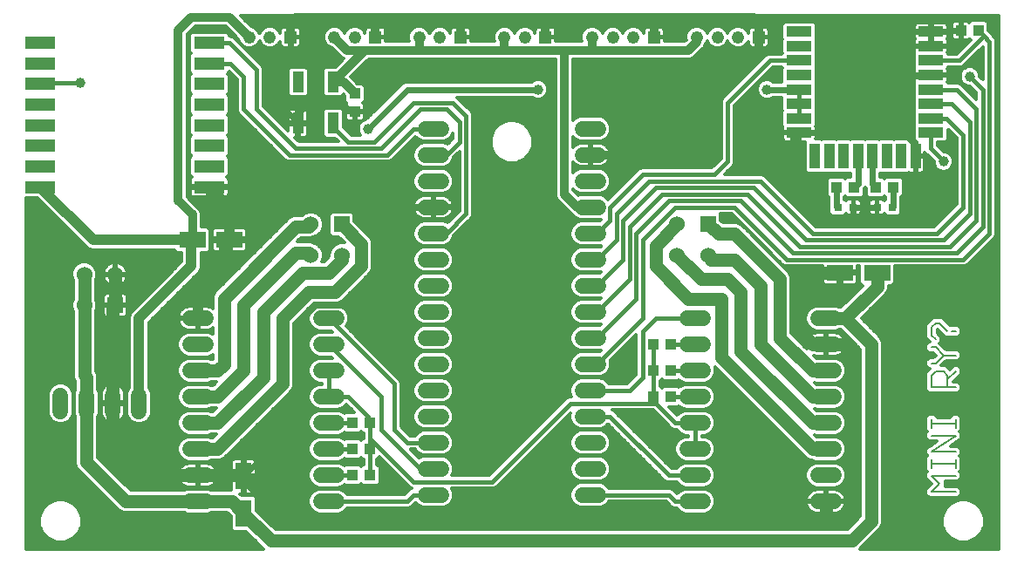
<source format=gtl>
G75*
%MOIN*%
%OFA0B0*%
%FSLAX25Y25*%
%IPPOS*%
%LPD*%
%AMOC8*
5,1,8,0,0,1.08239X$1,22.5*
%
%ADD10C,0.00800*%
%ADD11R,0.04331X0.07874*%
%ADD12R,0.09646X0.03937*%
%ADD13R,0.03937X0.09646*%
%ADD14R,0.11811X0.04724*%
%ADD15R,0.10236X0.06299*%
%ADD16R,0.04252X0.04134*%
%ADD17R,0.06299X0.10236*%
%ADD18C,0.06000*%
%ADD19R,0.06024X0.06024*%
%ADD20C,0.06024*%
%ADD21R,0.04800X0.04800*%
%ADD22C,0.04800*%
%ADD23R,0.03937X0.04331*%
%ADD24R,0.03150X0.03150*%
%ADD25C,0.01600*%
%ADD26C,0.05000*%
%ADD27C,0.03200*%
%ADD28C,0.02400*%
%ADD29C,0.04000*%
%ADD30C,0.01200*%
%ADD31C,0.03962*%
D10*
X0349692Y0025468D02*
X0352761Y0028537D01*
X0349692Y0031606D01*
X0358900Y0031606D01*
X0358900Y0034676D02*
X0358900Y0037745D01*
X0358900Y0036210D02*
X0349692Y0036210D01*
X0349692Y0034676D02*
X0349692Y0037745D01*
X0349692Y0040814D02*
X0358900Y0046953D01*
X0349692Y0046953D01*
X0349692Y0050022D02*
X0349692Y0053091D01*
X0349692Y0051557D02*
X0358900Y0051557D01*
X0358900Y0053091D02*
X0358900Y0050022D01*
X0358900Y0040814D02*
X0349692Y0040814D01*
X0349692Y0025468D02*
X0358900Y0025468D01*
X0358900Y0065368D02*
X0349692Y0065368D01*
X0349692Y0069972D01*
X0351227Y0071507D01*
X0354296Y0071507D01*
X0355831Y0069972D01*
X0355831Y0065368D01*
X0355831Y0068438D02*
X0358900Y0071507D01*
X0358900Y0077646D02*
X0354296Y0077646D01*
X0351227Y0080715D01*
X0349692Y0080715D01*
X0354296Y0077646D02*
X0351227Y0074576D01*
X0349692Y0074576D01*
X0351227Y0083784D02*
X0349692Y0085319D01*
X0349692Y0088388D01*
X0351227Y0089923D01*
X0352761Y0089923D01*
X0355831Y0086853D01*
X0357365Y0086853D02*
X0358900Y0086853D01*
D11*
X0120993Y0166426D03*
X0107607Y0166426D03*
X0107607Y0182174D03*
X0120993Y0182174D03*
D12*
X0299103Y0184851D03*
X0299103Y0190363D03*
X0299103Y0195875D03*
X0299103Y0201387D03*
X0299103Y0179339D03*
X0299103Y0173828D03*
X0299103Y0168316D03*
X0299103Y0162804D03*
X0349497Y0162804D03*
X0349497Y0168316D03*
X0349497Y0173828D03*
X0349497Y0179339D03*
X0349497Y0184851D03*
X0349497Y0190363D03*
X0349497Y0195875D03*
X0349497Y0201387D03*
D13*
X0343591Y0153769D03*
X0338080Y0153769D03*
X0332568Y0153769D03*
X0327056Y0153769D03*
X0321544Y0153769D03*
X0316032Y0153769D03*
X0310520Y0153769D03*
X0305009Y0153769D03*
D14*
X0073690Y0149891D03*
X0073690Y0142017D03*
X0073690Y0157765D03*
X0073690Y0165639D03*
X0073690Y0173513D03*
X0073690Y0181387D03*
X0073690Y0189261D03*
X0073690Y0197135D03*
X0009123Y0197135D03*
X0009123Y0189261D03*
X0009123Y0181387D03*
X0009123Y0173513D03*
X0009123Y0165639D03*
X0009123Y0157765D03*
X0009123Y0149891D03*
X0009123Y0142017D03*
D15*
X0067213Y0121800D03*
X0081387Y0121800D03*
X0314713Y0109300D03*
X0328887Y0109300D03*
D16*
X0129300Y0170855D03*
X0129300Y0177745D03*
D17*
X0086800Y0031387D03*
X0086800Y0017213D03*
D18*
X0072300Y0021800D02*
X0066300Y0021800D01*
X0066300Y0031800D02*
X0072300Y0031800D01*
X0072300Y0041800D02*
X0066300Y0041800D01*
X0066300Y0051800D02*
X0072300Y0051800D01*
X0072300Y0061800D02*
X0066300Y0061800D01*
X0066300Y0071800D02*
X0072300Y0071800D01*
X0072300Y0081800D02*
X0066300Y0081800D01*
X0066300Y0091800D02*
X0072300Y0091800D01*
X0116300Y0091800D02*
X0122300Y0091800D01*
X0122300Y0081800D02*
X0116300Y0081800D01*
X0116300Y0071800D02*
X0122300Y0071800D01*
X0122300Y0061800D02*
X0116300Y0061800D01*
X0116300Y0051800D02*
X0122300Y0051800D01*
X0122300Y0041800D02*
X0116300Y0041800D01*
X0116300Y0031800D02*
X0122300Y0031800D01*
X0122300Y0021800D02*
X0116300Y0021800D01*
X0156300Y0024300D02*
X0162300Y0024300D01*
X0162300Y0034300D02*
X0156300Y0034300D01*
X0156300Y0044300D02*
X0162300Y0044300D01*
X0162300Y0054300D02*
X0156300Y0054300D01*
X0156300Y0064300D02*
X0162300Y0064300D01*
X0162300Y0074300D02*
X0156300Y0074300D01*
X0156300Y0084300D02*
X0162300Y0084300D01*
X0162300Y0094300D02*
X0156300Y0094300D01*
X0156300Y0104300D02*
X0162300Y0104300D01*
X0162300Y0114300D02*
X0156300Y0114300D01*
X0156300Y0124300D02*
X0162300Y0124300D01*
X0162300Y0134300D02*
X0156300Y0134300D01*
X0156300Y0144300D02*
X0162300Y0144300D01*
X0162300Y0154300D02*
X0156300Y0154300D01*
X0156300Y0164300D02*
X0162300Y0164300D01*
X0216300Y0164300D02*
X0222300Y0164300D01*
X0222300Y0154300D02*
X0216300Y0154300D01*
X0216300Y0144300D02*
X0222300Y0144300D01*
X0222300Y0134300D02*
X0216300Y0134300D01*
X0216300Y0124300D02*
X0222300Y0124300D01*
X0222300Y0114300D02*
X0216300Y0114300D01*
X0216300Y0104300D02*
X0222300Y0104300D01*
X0222300Y0094300D02*
X0216300Y0094300D01*
X0216300Y0084300D02*
X0222300Y0084300D01*
X0222300Y0074300D02*
X0216300Y0074300D01*
X0216300Y0064300D02*
X0222300Y0064300D01*
X0222300Y0054300D02*
X0216300Y0054300D01*
X0216300Y0044300D02*
X0222300Y0044300D01*
X0222300Y0034300D02*
X0216300Y0034300D01*
X0216300Y0024300D02*
X0222300Y0024300D01*
X0256300Y0021800D02*
X0262300Y0021800D01*
X0262300Y0031800D02*
X0256300Y0031800D01*
X0256300Y0041800D02*
X0262300Y0041800D01*
X0262300Y0051800D02*
X0256300Y0051800D01*
X0256300Y0061800D02*
X0262300Y0061800D01*
X0262300Y0071800D02*
X0256300Y0071800D01*
X0256300Y0081800D02*
X0262300Y0081800D01*
X0262300Y0091800D02*
X0256300Y0091800D01*
X0306300Y0091800D02*
X0312300Y0091800D01*
X0312300Y0081800D02*
X0306300Y0081800D01*
X0306300Y0071800D02*
X0312300Y0071800D01*
X0312300Y0061800D02*
X0306300Y0061800D01*
X0306300Y0051800D02*
X0312300Y0051800D01*
X0312300Y0041800D02*
X0306300Y0041800D01*
X0306300Y0031800D02*
X0312300Y0031800D01*
X0312300Y0021800D02*
X0306300Y0021800D01*
X0046800Y0056300D02*
X0046800Y0062300D01*
X0036800Y0062300D02*
X0036800Y0056300D01*
X0026800Y0056300D02*
X0026800Y0062300D01*
X0016800Y0062300D02*
X0016800Y0056300D01*
D19*
X0037706Y0096800D03*
X0124300Y0127706D03*
X0264300Y0127706D03*
D20*
X0252489Y0127706D03*
X0252489Y0115894D03*
X0264300Y0115894D03*
X0124300Y0115894D03*
X0112489Y0115894D03*
X0112489Y0127706D03*
X0037706Y0108611D03*
X0025894Y0108611D03*
X0025894Y0096800D03*
D21*
X0104674Y0199300D03*
X0137174Y0199300D03*
X0169674Y0199300D03*
X0202174Y0199300D03*
X0243611Y0199300D03*
X0283611Y0199300D03*
D22*
X0275737Y0199300D03*
X0267863Y0199300D03*
X0259989Y0199300D03*
X0235737Y0199300D03*
X0227863Y0199300D03*
X0219989Y0199300D03*
X0194300Y0199300D03*
X0186426Y0199300D03*
X0161800Y0199300D03*
X0153926Y0199300D03*
X0129300Y0199300D03*
X0121426Y0199300D03*
X0096800Y0199300D03*
X0088926Y0199300D03*
D23*
X0243454Y0081800D03*
X0250146Y0081800D03*
X0250146Y0071800D03*
X0243454Y0071800D03*
X0243454Y0061800D03*
X0250146Y0061800D03*
X0135146Y0051800D03*
X0128454Y0051800D03*
X0128454Y0041800D03*
X0135146Y0041800D03*
X0135146Y0031800D03*
X0128454Y0031800D03*
X0313454Y0141800D03*
X0320146Y0141800D03*
X0328454Y0141800D03*
X0335146Y0141800D03*
X0360954Y0201800D03*
X0367646Y0201800D03*
D24*
X0334753Y0134300D03*
X0328847Y0134300D03*
X0319753Y0134300D03*
X0313847Y0134300D03*
D25*
X0304300Y0124300D02*
X0351800Y0124300D01*
X0361800Y0134300D01*
X0361800Y0161800D01*
X0355284Y0168316D01*
X0349497Y0168316D01*
X0349497Y0173828D02*
X0357272Y0173828D01*
X0364300Y0166800D01*
X0364300Y0131800D01*
X0354300Y0121800D01*
X0301800Y0121800D01*
X0281800Y0141800D01*
X0244300Y0141800D01*
X0231800Y0129300D01*
X0231800Y0114300D01*
X0221800Y0104300D01*
X0219300Y0104300D01*
X0219300Y0094300D02*
X0221800Y0094300D01*
X0234300Y0106800D01*
X0234300Y0126800D01*
X0246800Y0139300D01*
X0279300Y0139300D01*
X0299300Y0119300D01*
X0356800Y0119300D01*
X0366800Y0129300D01*
X0366800Y0171800D01*
X0359261Y0179339D01*
X0349497Y0179339D01*
X0348946Y0184300D02*
X0341800Y0184300D01*
X0341800Y0194300D01*
X0343375Y0195875D01*
X0349497Y0195875D01*
X0349497Y0201387D01*
X0360540Y0201387D01*
X0360954Y0201800D01*
X0367646Y0201800D02*
X0369723Y0199723D01*
X0360363Y0190363D01*
X0349497Y0190363D01*
X0349497Y0184851D02*
X0348946Y0184300D01*
X0341800Y0184300D02*
X0336800Y0179300D01*
X0336800Y0164300D01*
X0306800Y0164300D01*
X0299103Y0168316D02*
X0299103Y0173828D01*
X0299103Y0179339D01*
X0299103Y0190363D02*
X0287863Y0190363D01*
X0271800Y0174300D01*
X0271800Y0151800D01*
X0266800Y0146800D01*
X0239300Y0146800D01*
X0226800Y0134300D01*
X0226800Y0129300D01*
X0221800Y0124300D01*
X0219300Y0124300D01*
X0229300Y0121800D02*
X0229300Y0131800D01*
X0241800Y0144300D01*
X0284300Y0144300D01*
X0304300Y0124300D01*
X0296800Y0116800D02*
X0359300Y0116800D01*
X0369300Y0126800D01*
X0369300Y0179300D01*
X0364300Y0184300D01*
X0371800Y0197646D02*
X0369723Y0199723D01*
X0371800Y0197646D02*
X0371800Y0124300D01*
X0361800Y0114300D01*
X0294300Y0114300D01*
X0274300Y0134300D01*
X0251800Y0134300D01*
X0239300Y0121800D01*
X0239300Y0091800D01*
X0221800Y0074300D01*
X0219300Y0074300D01*
X0219300Y0064300D02*
X0234300Y0064300D01*
X0239300Y0069300D01*
X0239300Y0086800D01*
X0244300Y0091800D01*
X0259300Y0091800D01*
X0259300Y0081800D02*
X0250146Y0081800D01*
X0243454Y0081800D02*
X0243454Y0071800D01*
X0243454Y0061800D01*
X0244300Y0060954D01*
X0244300Y0059300D01*
X0211800Y0059300D01*
X0181800Y0029300D01*
X0151800Y0029300D01*
X0135146Y0045954D01*
X0135146Y0051800D01*
X0135146Y0041800D01*
X0135146Y0031800D01*
X0128454Y0031800D02*
X0119300Y0031800D01*
X0119300Y0021800D02*
X0149300Y0021800D01*
X0151800Y0024300D01*
X0159300Y0024300D01*
X0159300Y0034300D02*
X0154300Y0034300D01*
X0139300Y0049300D01*
X0139300Y0061800D01*
X0119300Y0081800D01*
X0119300Y0071800D02*
X0119300Y0061800D01*
X0126800Y0061800D01*
X0134300Y0054300D01*
X0134300Y0052646D01*
X0135146Y0051800D01*
X0128454Y0051800D02*
X0119300Y0051800D01*
X0119300Y0041800D02*
X0128454Y0041800D01*
X0144300Y0049300D02*
X0144300Y0066800D01*
X0119300Y0091800D01*
X0159300Y0124300D02*
X0164300Y0124300D01*
X0171800Y0131800D01*
X0171800Y0169300D01*
X0166800Y0174300D01*
X0151800Y0174300D01*
X0136800Y0159300D01*
X0126800Y0159300D01*
X0121800Y0164300D01*
X0121800Y0165619D01*
X0120993Y0166426D01*
X0106800Y0156800D02*
X0091800Y0171800D01*
X0091800Y0186800D01*
X0081465Y0197135D01*
X0073690Y0197135D01*
X0073729Y0189300D02*
X0073690Y0189261D01*
X0073729Y0189300D02*
X0081800Y0189300D01*
X0086800Y0184300D01*
X0086800Y0171800D01*
X0104300Y0154300D01*
X0141800Y0154300D01*
X0151800Y0164300D01*
X0159300Y0164300D01*
X0164300Y0171800D02*
X0169300Y0166800D01*
X0169300Y0159300D01*
X0164300Y0154300D01*
X0159300Y0154300D01*
X0154300Y0171800D02*
X0139300Y0156800D01*
X0106800Y0156800D01*
X0154300Y0171800D02*
X0164300Y0171800D01*
X0236800Y0124300D02*
X0249300Y0136800D01*
X0276800Y0136800D01*
X0296800Y0116800D01*
X0343591Y0153769D02*
X0343591Y0157509D01*
X0336800Y0164300D01*
X0349300Y0162607D02*
X0349300Y0156800D01*
X0354300Y0151800D01*
X0349300Y0162607D02*
X0349497Y0162804D01*
X0236800Y0124300D02*
X0236800Y0099300D01*
X0221800Y0084300D01*
X0219300Y0084300D01*
X0250146Y0071800D02*
X0259300Y0071800D01*
X0259300Y0061800D02*
X0250146Y0061800D01*
X0244300Y0059300D02*
X0251800Y0051800D01*
X0259300Y0051800D01*
X0259300Y0041800D01*
X0259300Y0031800D02*
X0249300Y0031800D01*
X0226800Y0054300D01*
X0219300Y0054300D01*
X0219300Y0024300D02*
X0249300Y0024300D01*
X0251800Y0021800D01*
X0259300Y0021800D01*
X0159300Y0044300D02*
X0149300Y0044300D01*
X0144300Y0049300D01*
X0219300Y0114300D02*
X0221800Y0114300D01*
X0229300Y0121800D01*
X0024300Y0181800D02*
X0009536Y0181800D01*
X0009123Y0181387D01*
D26*
X0079300Y0099300D02*
X0106800Y0126800D01*
X0111583Y0126800D01*
X0112489Y0127706D01*
X0124300Y0127706D02*
X0131800Y0120206D01*
X0131800Y0111800D01*
X0121800Y0101800D01*
X0111800Y0101800D01*
X0101800Y0091800D01*
X0101800Y0066800D01*
X0076800Y0041800D01*
X0069300Y0041800D01*
X0069300Y0031800D02*
X0086387Y0031800D01*
X0086800Y0031387D01*
X0103887Y0014300D01*
X0309300Y0014300D01*
X0309300Y0021800D01*
X0309300Y0014300D02*
X0316800Y0014300D01*
X0319300Y0016800D01*
X0319300Y0079300D01*
X0316800Y0081800D01*
X0309300Y0081800D01*
X0304300Y0081800D01*
X0299300Y0086800D01*
X0299300Y0101800D01*
X0306800Y0109300D01*
X0314713Y0109300D01*
X0328887Y0109300D02*
X0328887Y0103887D01*
X0316800Y0091800D01*
X0326800Y0081800D01*
X0326800Y0014300D01*
X0319300Y0006800D01*
X0097213Y0006800D01*
X0086800Y0017213D01*
X0082213Y0021800D01*
X0069300Y0021800D01*
X0041800Y0021800D01*
X0026800Y0036800D01*
X0026800Y0059300D01*
X0026800Y0069300D01*
X0025894Y0070206D01*
X0025894Y0096800D01*
X0025894Y0108611D01*
X0037706Y0108611D02*
X0037706Y0096800D01*
X0036800Y0095894D01*
X0036800Y0059300D01*
X0036800Y0039300D01*
X0044300Y0031800D01*
X0069300Y0031800D01*
X0069300Y0051800D02*
X0076800Y0051800D01*
X0094300Y0069300D01*
X0094300Y0094300D01*
X0109300Y0109300D01*
X0119300Y0109300D01*
X0124300Y0114300D01*
X0124300Y0115894D01*
X0112489Y0115894D02*
X0111583Y0116800D01*
X0106800Y0116800D01*
X0086800Y0096800D01*
X0086800Y0071800D01*
X0076800Y0061800D01*
X0069300Y0061800D01*
X0069300Y0071800D02*
X0076800Y0071800D01*
X0079300Y0074300D01*
X0079300Y0099300D01*
X0244300Y0111800D02*
X0244300Y0119517D01*
X0252489Y0127706D01*
X0264300Y0127706D02*
X0268394Y0124300D01*
X0274300Y0124300D01*
X0291800Y0106800D01*
X0291800Y0084300D01*
X0304300Y0071800D01*
X0309300Y0071800D01*
X0309300Y0061800D02*
X0304300Y0061800D01*
X0284300Y0081800D01*
X0284300Y0104300D01*
X0274300Y0114300D01*
X0265206Y0114300D01*
X0264300Y0115894D01*
X0261583Y0106800D02*
X0252489Y0115894D01*
X0244300Y0111800D02*
X0256800Y0099300D01*
X0269300Y0099300D01*
X0269300Y0076800D01*
X0304300Y0041800D01*
X0309300Y0041800D01*
X0309300Y0051800D02*
X0304300Y0051800D01*
X0276800Y0079300D01*
X0276800Y0101800D01*
X0271800Y0106800D01*
X0261583Y0106800D01*
X0309300Y0091800D02*
X0316800Y0091800D01*
D27*
X0261800Y0154300D02*
X0266800Y0159300D01*
X0266800Y0176800D01*
X0283611Y0193611D01*
X0283611Y0199300D01*
X0283611Y0204989D01*
X0281800Y0206800D01*
X0244300Y0206800D01*
X0243611Y0206111D01*
X0243611Y0199300D01*
X0244300Y0206800D02*
X0201800Y0206800D01*
X0202174Y0206426D01*
X0202174Y0199300D01*
X0209300Y0194300D02*
X0209300Y0139300D01*
X0214300Y0134300D01*
X0219300Y0134300D01*
X0219300Y0154300D02*
X0261800Y0154300D01*
X0256800Y0194300D02*
X0219300Y0194300D01*
X0219989Y0194989D01*
X0219989Y0199300D01*
X0219300Y0194300D02*
X0209300Y0194300D01*
X0186800Y0194300D01*
X0186426Y0194674D01*
X0186426Y0199300D01*
X0186800Y0194300D02*
X0154300Y0194300D01*
X0133119Y0194300D01*
X0120993Y0182174D01*
X0124871Y0182174D01*
X0129300Y0177745D01*
X0126426Y0194300D02*
X0121426Y0199300D01*
X0126426Y0194300D02*
X0133119Y0194300D01*
X0137174Y0199300D02*
X0137174Y0206426D01*
X0136800Y0206800D01*
X0106800Y0206800D01*
X0104674Y0204674D01*
X0104674Y0199300D01*
X0088926Y0199300D02*
X0081426Y0206800D01*
X0066800Y0206800D01*
X0061800Y0201800D01*
X0061800Y0136800D01*
X0067213Y0131387D01*
X0067213Y0121800D01*
X0153926Y0194674D02*
X0154300Y0194300D01*
X0153926Y0194674D02*
X0153926Y0199300D01*
X0169674Y0199300D02*
X0169674Y0206426D01*
X0169300Y0206800D01*
X0136800Y0206800D01*
X0169300Y0206800D02*
X0201800Y0206800D01*
X0256800Y0194300D02*
X0259989Y0197489D01*
X0259989Y0199300D01*
D28*
X0281800Y0206800D02*
X0304300Y0206800D01*
X0306800Y0204300D01*
X0306800Y0164300D01*
X0305304Y0162804D01*
X0299103Y0162804D01*
X0296800Y0160501D01*
X0296800Y0139300D01*
X0306800Y0129300D01*
X0319300Y0129300D01*
X0319753Y0129753D01*
X0319753Y0134300D01*
X0328847Y0134300D01*
X0334753Y0134300D02*
X0335146Y0134694D01*
X0335146Y0141800D01*
X0328454Y0141800D02*
X0327056Y0143198D01*
X0327056Y0153769D01*
X0321544Y0153769D02*
X0321544Y0143198D01*
X0320146Y0141800D01*
X0313454Y0141800D02*
X0313454Y0134694D01*
X0313847Y0134300D01*
X0299064Y0179300D02*
X0286800Y0179300D01*
X0299064Y0179300D02*
X0299103Y0179339D01*
X0199300Y0179300D02*
X0149300Y0179300D01*
X0134300Y0164300D01*
X0129300Y0170855D02*
X0127745Y0170855D01*
X0124300Y0174300D01*
X0111800Y0174300D01*
X0106800Y0169300D01*
X0106800Y0167233D01*
X0107607Y0166426D01*
X0099300Y0174733D01*
X0099300Y0186800D01*
X0104674Y0192174D01*
X0104674Y0199300D01*
X0146800Y0134300D02*
X0136800Y0124300D01*
X0136800Y0109300D01*
X0124300Y0096800D01*
X0114300Y0096800D01*
X0106800Y0089300D01*
X0106800Y0051387D01*
X0086800Y0031387D01*
X0146800Y0134300D02*
X0159300Y0134300D01*
D29*
X0081387Y0134320D02*
X0081387Y0121800D01*
X0079300Y0119713D01*
X0079300Y0111800D01*
X0069300Y0101800D01*
X0069300Y0091800D01*
X0066800Y0111800D02*
X0046800Y0091800D01*
X0046800Y0059300D01*
X0066800Y0111800D02*
X0066800Y0121387D01*
X0067213Y0121800D01*
X0029339Y0121800D01*
X0009123Y0142017D01*
X0073690Y0142017D02*
X0081387Y0134320D01*
D30*
X0003600Y0137854D02*
X0003600Y0003600D01*
X0094332Y0003600D01*
X0087637Y0010295D01*
X0082905Y0010295D01*
X0081850Y0011350D01*
X0081850Y0016082D01*
X0080432Y0017500D01*
X0074462Y0017500D01*
X0073255Y0017000D01*
X0065345Y0017000D01*
X0064138Y0017500D01*
X0040945Y0017500D01*
X0039364Y0018155D01*
X0038155Y0019364D01*
X0038155Y0019364D01*
X0024364Y0033155D01*
X0024364Y0033155D01*
X0023155Y0034364D01*
X0022500Y0035945D01*
X0022500Y0054138D01*
X0022000Y0055345D01*
X0022000Y0063255D01*
X0022500Y0064462D01*
X0022500Y0067519D01*
X0022249Y0067770D01*
X0021594Y0069350D01*
X0021594Y0094607D01*
X0021083Y0095843D01*
X0021083Y0097757D01*
X0021594Y0098993D01*
X0021594Y0106418D01*
X0021083Y0107654D01*
X0021083Y0109568D01*
X0021815Y0111337D01*
X0023169Y0112690D01*
X0024937Y0113423D01*
X0026852Y0113423D01*
X0028620Y0112690D01*
X0029974Y0111337D01*
X0030706Y0109568D01*
X0030706Y0107654D01*
X0030194Y0106418D01*
X0030194Y0098993D01*
X0030706Y0097757D01*
X0030706Y0095843D01*
X0030194Y0094607D01*
X0030194Y0071987D01*
X0030445Y0071736D01*
X0031100Y0070155D01*
X0031100Y0064462D01*
X0031600Y0063255D01*
X0031600Y0055345D01*
X0031100Y0054138D01*
X0031100Y0038581D01*
X0043581Y0026100D01*
X0064138Y0026100D01*
X0065345Y0026600D01*
X0073255Y0026600D01*
X0074462Y0026100D01*
X0082050Y0026100D01*
X0082050Y0030787D01*
X0086200Y0030787D01*
X0086200Y0031987D01*
X0086200Y0038105D01*
X0083440Y0038105D01*
X0083033Y0037996D01*
X0082668Y0037785D01*
X0082370Y0037487D01*
X0082159Y0037122D01*
X0082050Y0036715D01*
X0082050Y0031987D01*
X0086200Y0031987D01*
X0087400Y0031987D01*
X0087400Y0038105D01*
X0090160Y0038105D01*
X0090567Y0037996D01*
X0090932Y0037785D01*
X0091230Y0037487D01*
X0091441Y0037122D01*
X0091550Y0036715D01*
X0091550Y0031987D01*
X0087400Y0031987D01*
X0087400Y0030787D01*
X0091550Y0030787D01*
X0091550Y0026058D01*
X0091441Y0025651D01*
X0091230Y0025286D01*
X0090932Y0024988D01*
X0090567Y0024778D01*
X0090160Y0024669D01*
X0087400Y0024669D01*
X0087400Y0030787D01*
X0086200Y0030787D01*
X0086200Y0024669D01*
X0085426Y0024669D01*
X0085963Y0024131D01*
X0090695Y0024131D01*
X0091750Y0023077D01*
X0091750Y0018345D01*
X0098995Y0011100D01*
X0317519Y0011100D01*
X0322500Y0016081D01*
X0322500Y0080019D01*
X0315019Y0087500D01*
X0314462Y0087500D01*
X0313255Y0087000D01*
X0305345Y0087000D01*
X0303581Y0087731D01*
X0302231Y0089081D01*
X0301500Y0090845D01*
X0301500Y0092755D01*
X0302231Y0094519D01*
X0303581Y0095869D01*
X0305345Y0096600D01*
X0313255Y0096600D01*
X0314462Y0096100D01*
X0315019Y0096100D01*
X0323269Y0104350D01*
X0323023Y0104350D01*
X0321969Y0105405D01*
X0321969Y0111700D01*
X0321431Y0111700D01*
X0321431Y0109900D01*
X0315313Y0109900D01*
X0315313Y0108700D01*
X0315313Y0104550D01*
X0320042Y0104550D01*
X0320449Y0104659D01*
X0320814Y0104870D01*
X0321112Y0105168D01*
X0321322Y0105533D01*
X0321431Y0105940D01*
X0321431Y0108700D01*
X0315313Y0108700D01*
X0314113Y0108700D01*
X0307995Y0108700D01*
X0307995Y0105940D01*
X0308104Y0105533D01*
X0308315Y0105168D01*
X0308613Y0104870D01*
X0308978Y0104659D01*
X0309385Y0104550D01*
X0314113Y0104550D01*
X0314113Y0108700D01*
X0314113Y0109900D01*
X0307995Y0109900D01*
X0307995Y0111700D01*
X0293783Y0111700D01*
X0292827Y0112096D01*
X0292096Y0112827D01*
X0273223Y0131700D01*
X0268875Y0131700D01*
X0269112Y0131463D01*
X0269112Y0129296D01*
X0269949Y0128600D01*
X0275155Y0128600D01*
X0276736Y0127945D01*
X0277945Y0126736D01*
X0295445Y0109236D01*
X0296100Y0107655D01*
X0296100Y0086081D01*
X0301984Y0080197D01*
X0301813Y0080723D01*
X0301706Y0081400D01*
X0308900Y0081400D01*
X0308900Y0082200D01*
X0308900Y0086400D01*
X0305938Y0086400D01*
X0305223Y0086287D01*
X0304534Y0086063D01*
X0303889Y0085734D01*
X0303303Y0085309D01*
X0302791Y0084797D01*
X0302366Y0084211D01*
X0302037Y0083566D01*
X0301813Y0082877D01*
X0301706Y0082200D01*
X0308900Y0082200D01*
X0309700Y0082200D01*
X0309700Y0086400D01*
X0312662Y0086400D01*
X0313377Y0086287D01*
X0314066Y0086063D01*
X0314711Y0085734D01*
X0315297Y0085309D01*
X0315809Y0084797D01*
X0316234Y0084211D01*
X0316563Y0083566D01*
X0316787Y0082877D01*
X0316894Y0082200D01*
X0309700Y0082200D01*
X0309700Y0081400D01*
X0316894Y0081400D01*
X0316787Y0080723D01*
X0316563Y0080034D01*
X0316234Y0079389D01*
X0315809Y0078803D01*
X0315297Y0078291D01*
X0314711Y0077866D01*
X0314066Y0077537D01*
X0313377Y0077313D01*
X0312662Y0077200D01*
X0309700Y0077200D01*
X0309700Y0081400D01*
X0308900Y0081400D01*
X0308900Y0077200D01*
X0305938Y0077200D01*
X0305223Y0077313D01*
X0304697Y0077484D01*
X0305581Y0076600D01*
X0313255Y0076600D01*
X0315019Y0075869D01*
X0316369Y0074519D01*
X0317100Y0072755D01*
X0317100Y0070845D01*
X0316369Y0069081D01*
X0315019Y0067731D01*
X0313255Y0067000D01*
X0305345Y0067000D01*
X0305065Y0067116D01*
X0305581Y0066600D01*
X0313255Y0066600D01*
X0315019Y0065869D01*
X0316369Y0064519D01*
X0317100Y0062755D01*
X0317100Y0060845D01*
X0316369Y0059081D01*
X0315019Y0057731D01*
X0313255Y0057000D01*
X0305345Y0057000D01*
X0305065Y0057116D01*
X0305581Y0056600D01*
X0313255Y0056600D01*
X0315019Y0055869D01*
X0316369Y0054519D01*
X0317100Y0052755D01*
X0317100Y0050845D01*
X0316369Y0049081D01*
X0315019Y0047731D01*
X0313255Y0047000D01*
X0305345Y0047000D01*
X0305065Y0047116D01*
X0305581Y0046600D01*
X0313255Y0046600D01*
X0315019Y0045869D01*
X0316369Y0044519D01*
X0317100Y0042755D01*
X0317100Y0040845D01*
X0316369Y0039081D01*
X0315019Y0037731D01*
X0313255Y0037000D01*
X0305345Y0037000D01*
X0304138Y0037500D01*
X0303445Y0037500D01*
X0301864Y0038155D01*
X0266984Y0073035D01*
X0267100Y0072755D01*
X0267100Y0070845D01*
X0266369Y0069081D01*
X0265019Y0067731D01*
X0263255Y0067000D01*
X0255345Y0067000D01*
X0253581Y0067731D01*
X0253169Y0068143D01*
X0252861Y0067835D01*
X0247432Y0067835D01*
X0246800Y0068467D01*
X0246168Y0067835D01*
X0246054Y0067835D01*
X0246054Y0065765D01*
X0246168Y0065765D01*
X0246800Y0065133D01*
X0247432Y0065765D01*
X0252861Y0065765D01*
X0253169Y0065457D01*
X0253581Y0065869D01*
X0255345Y0066600D01*
X0263255Y0066600D01*
X0265019Y0065869D01*
X0266369Y0064519D01*
X0267100Y0062755D01*
X0267100Y0060845D01*
X0266369Y0059081D01*
X0265019Y0057731D01*
X0263255Y0057000D01*
X0255345Y0057000D01*
X0253581Y0057731D01*
X0253169Y0058143D01*
X0252861Y0057835D01*
X0249442Y0057835D01*
X0252494Y0054783D01*
X0253581Y0055869D01*
X0255345Y0056600D01*
X0263255Y0056600D01*
X0265019Y0055869D01*
X0266369Y0054519D01*
X0267100Y0052755D01*
X0267100Y0050845D01*
X0266369Y0049081D01*
X0265019Y0047731D01*
X0263255Y0047000D01*
X0261900Y0047000D01*
X0261900Y0046600D01*
X0263255Y0046600D01*
X0265019Y0045869D01*
X0266369Y0044519D01*
X0267100Y0042755D01*
X0267100Y0040845D01*
X0266369Y0039081D01*
X0265019Y0037731D01*
X0263255Y0037000D01*
X0255345Y0037000D01*
X0253581Y0037731D01*
X0252231Y0039081D01*
X0251500Y0040845D01*
X0251500Y0042755D01*
X0252231Y0044519D01*
X0253581Y0045869D01*
X0255345Y0046600D01*
X0256700Y0046600D01*
X0256700Y0047000D01*
X0255345Y0047000D01*
X0253581Y0047731D01*
X0252231Y0049081D01*
X0252181Y0049200D01*
X0251283Y0049200D01*
X0250327Y0049596D01*
X0243223Y0056700D01*
X0227800Y0056700D01*
X0228273Y0056504D01*
X0250377Y0034400D01*
X0252181Y0034400D01*
X0252231Y0034519D01*
X0253581Y0035869D01*
X0255345Y0036600D01*
X0263255Y0036600D01*
X0265019Y0035869D01*
X0266369Y0034519D01*
X0267100Y0032755D01*
X0267100Y0030845D01*
X0266369Y0029081D01*
X0265019Y0027731D01*
X0263255Y0027000D01*
X0255345Y0027000D01*
X0253581Y0027731D01*
X0252231Y0029081D01*
X0252181Y0029200D01*
X0248783Y0029200D01*
X0247827Y0029596D01*
X0247096Y0030327D01*
X0226106Y0051317D01*
X0225019Y0050231D01*
X0223255Y0049500D01*
X0215345Y0049500D01*
X0213581Y0050231D01*
X0212231Y0051581D01*
X0211500Y0053345D01*
X0211500Y0055255D01*
X0211548Y0055371D01*
X0183273Y0027096D01*
X0182317Y0026700D01*
X0166501Y0026700D01*
X0167100Y0025255D01*
X0167100Y0023345D01*
X0166369Y0021581D01*
X0165019Y0020231D01*
X0163255Y0019500D01*
X0155345Y0019500D01*
X0153581Y0020231D01*
X0152494Y0021317D01*
X0150773Y0019596D01*
X0149817Y0019200D01*
X0126419Y0019200D01*
X0126369Y0019081D01*
X0125019Y0017731D01*
X0123255Y0017000D01*
X0115345Y0017000D01*
X0113581Y0017731D01*
X0112231Y0019081D01*
X0111500Y0020845D01*
X0111500Y0022755D01*
X0112231Y0024519D01*
X0113581Y0025869D01*
X0115345Y0026600D01*
X0123255Y0026600D01*
X0125019Y0025869D01*
X0126369Y0024519D01*
X0126419Y0024400D01*
X0148223Y0024400D01*
X0149596Y0025773D01*
X0150327Y0026504D01*
X0151041Y0026800D01*
X0150327Y0027096D01*
X0149596Y0027827D01*
X0138724Y0038699D01*
X0137861Y0037835D01*
X0137746Y0037835D01*
X0137746Y0035765D01*
X0137861Y0035765D01*
X0138915Y0034711D01*
X0138915Y0028889D01*
X0137861Y0027835D01*
X0132432Y0027835D01*
X0131800Y0028467D01*
X0131168Y0027835D01*
X0125739Y0027835D01*
X0125431Y0028143D01*
X0125019Y0027731D01*
X0123255Y0027000D01*
X0115345Y0027000D01*
X0113581Y0027731D01*
X0112231Y0029081D01*
X0111500Y0030845D01*
X0111500Y0032755D01*
X0112231Y0034519D01*
X0113581Y0035869D01*
X0115345Y0036600D01*
X0123255Y0036600D01*
X0125019Y0035869D01*
X0125431Y0035457D01*
X0125739Y0035765D01*
X0131168Y0035765D01*
X0131800Y0035133D01*
X0132432Y0035765D01*
X0132546Y0035765D01*
X0132546Y0037835D01*
X0132432Y0037835D01*
X0131800Y0038467D01*
X0131168Y0037835D01*
X0125739Y0037835D01*
X0125431Y0038143D01*
X0125019Y0037731D01*
X0123255Y0037000D01*
X0115345Y0037000D01*
X0113581Y0037731D01*
X0112231Y0039081D01*
X0111500Y0040845D01*
X0111500Y0042755D01*
X0112231Y0044519D01*
X0113581Y0045869D01*
X0115345Y0046600D01*
X0123255Y0046600D01*
X0125019Y0045869D01*
X0125431Y0045457D01*
X0125739Y0045765D01*
X0131168Y0045765D01*
X0131800Y0045133D01*
X0132432Y0045765D01*
X0132546Y0045765D01*
X0132546Y0047835D01*
X0132432Y0047835D01*
X0131800Y0048467D01*
X0131168Y0047835D01*
X0125739Y0047835D01*
X0125431Y0048143D01*
X0125019Y0047731D01*
X0123255Y0047000D01*
X0115345Y0047000D01*
X0113581Y0047731D01*
X0112231Y0049081D01*
X0111500Y0050845D01*
X0111500Y0052755D01*
X0112231Y0054519D01*
X0113581Y0055869D01*
X0115345Y0056600D01*
X0123255Y0056600D01*
X0125019Y0055869D01*
X0125431Y0055457D01*
X0125739Y0055765D01*
X0129158Y0055765D01*
X0126106Y0058817D01*
X0125019Y0057731D01*
X0123255Y0057000D01*
X0115345Y0057000D01*
X0113581Y0057731D01*
X0112231Y0059081D01*
X0111500Y0060845D01*
X0111500Y0062755D01*
X0112231Y0064519D01*
X0113581Y0065869D01*
X0115345Y0066600D01*
X0116700Y0066600D01*
X0116700Y0067000D01*
X0115345Y0067000D01*
X0113581Y0067731D01*
X0112231Y0069081D01*
X0111500Y0070845D01*
X0111500Y0072755D01*
X0112231Y0074519D01*
X0113581Y0075869D01*
X0115345Y0076600D01*
X0120823Y0076600D01*
X0120423Y0077000D01*
X0115345Y0077000D01*
X0113581Y0077731D01*
X0112231Y0079081D01*
X0111500Y0080845D01*
X0111500Y0082755D01*
X0112231Y0084519D01*
X0113581Y0085869D01*
X0115345Y0086600D01*
X0120823Y0086600D01*
X0120423Y0087000D01*
X0115345Y0087000D01*
X0113581Y0087731D01*
X0112231Y0089081D01*
X0111500Y0090845D01*
X0111500Y0092755D01*
X0112231Y0094519D01*
X0113581Y0095869D01*
X0115345Y0096600D01*
X0123255Y0096600D01*
X0125019Y0095869D01*
X0126369Y0094519D01*
X0127100Y0092755D01*
X0127100Y0090845D01*
X0126369Y0089081D01*
X0126033Y0088744D01*
X0146504Y0068273D01*
X0146900Y0067317D01*
X0146900Y0050377D01*
X0150377Y0046900D01*
X0152181Y0046900D01*
X0152231Y0047019D01*
X0153581Y0048369D01*
X0155345Y0049100D01*
X0163255Y0049100D01*
X0165019Y0048369D01*
X0166369Y0047019D01*
X0167100Y0045255D01*
X0167100Y0043345D01*
X0166369Y0041581D01*
X0165019Y0040231D01*
X0163255Y0039500D01*
X0155345Y0039500D01*
X0153581Y0040231D01*
X0152231Y0041581D01*
X0152181Y0041700D01*
X0150577Y0041700D01*
X0153812Y0038465D01*
X0155345Y0039100D01*
X0163255Y0039100D01*
X0165019Y0038369D01*
X0166369Y0037019D01*
X0167100Y0035255D01*
X0167100Y0033345D01*
X0166501Y0031900D01*
X0180723Y0031900D01*
X0209596Y0060773D01*
X0210327Y0061504D01*
X0211283Y0061900D01*
X0212099Y0061900D01*
X0211500Y0063345D01*
X0211500Y0065255D01*
X0212231Y0067019D01*
X0213581Y0068369D01*
X0215345Y0069100D01*
X0223255Y0069100D01*
X0225019Y0068369D01*
X0226369Y0067019D01*
X0226419Y0066900D01*
X0233223Y0066900D01*
X0236700Y0070377D01*
X0236700Y0085523D01*
X0226904Y0075727D01*
X0227100Y0075255D01*
X0227100Y0073345D01*
X0226369Y0071581D01*
X0225019Y0070231D01*
X0223255Y0069500D01*
X0215345Y0069500D01*
X0213581Y0070231D01*
X0212231Y0071581D01*
X0211500Y0073345D01*
X0211500Y0075255D01*
X0212231Y0077019D01*
X0213581Y0078369D01*
X0215345Y0079100D01*
X0222923Y0079100D01*
X0223371Y0079548D01*
X0223255Y0079500D01*
X0215345Y0079500D01*
X0213581Y0080231D01*
X0212231Y0081581D01*
X0211500Y0083345D01*
X0211500Y0085255D01*
X0212231Y0087019D01*
X0213581Y0088369D01*
X0215345Y0089100D01*
X0222923Y0089100D01*
X0223371Y0089548D01*
X0223255Y0089500D01*
X0215345Y0089500D01*
X0213581Y0090231D01*
X0212231Y0091581D01*
X0211500Y0093345D01*
X0211500Y0095255D01*
X0212231Y0097019D01*
X0213581Y0098369D01*
X0215345Y0099100D01*
X0222923Y0099100D01*
X0223371Y0099548D01*
X0223255Y0099500D01*
X0215345Y0099500D01*
X0213581Y0100231D01*
X0212231Y0101581D01*
X0211500Y0103345D01*
X0211500Y0105255D01*
X0212231Y0107019D01*
X0213581Y0108369D01*
X0215345Y0109100D01*
X0222923Y0109100D01*
X0223371Y0109548D01*
X0223255Y0109500D01*
X0215345Y0109500D01*
X0213581Y0110231D01*
X0212231Y0111581D01*
X0211500Y0113345D01*
X0211500Y0115255D01*
X0212231Y0117019D01*
X0213581Y0118369D01*
X0215345Y0119100D01*
X0222923Y0119100D01*
X0223371Y0119548D01*
X0223255Y0119500D01*
X0215345Y0119500D01*
X0213581Y0120231D01*
X0212231Y0121581D01*
X0211500Y0123345D01*
X0211500Y0125255D01*
X0212231Y0127019D01*
X0213581Y0128369D01*
X0215345Y0129100D01*
X0222923Y0129100D01*
X0223371Y0129548D01*
X0223255Y0129500D01*
X0215345Y0129500D01*
X0213581Y0130231D01*
X0212408Y0131403D01*
X0212374Y0131418D01*
X0207374Y0136418D01*
X0206418Y0137374D01*
X0205900Y0138624D01*
X0205900Y0190900D01*
X0134527Y0190900D01*
X0127740Y0184113D01*
X0130241Y0181612D01*
X0132172Y0181612D01*
X0133226Y0180557D01*
X0133226Y0174932D01*
X0132452Y0174159D01*
X0132706Y0173904D01*
X0132917Y0173540D01*
X0133026Y0173133D01*
X0133026Y0171289D01*
X0129734Y0171289D01*
X0129734Y0170422D01*
X0133026Y0170422D01*
X0133026Y0168578D01*
X0132917Y0168171D01*
X0132706Y0167806D01*
X0132581Y0167681D01*
X0133548Y0168081D01*
X0133838Y0168081D01*
X0147601Y0181843D01*
X0148703Y0182300D01*
X0196953Y0182300D01*
X0197158Y0182505D01*
X0198548Y0183081D01*
X0200052Y0183081D01*
X0201442Y0182505D01*
X0202505Y0181442D01*
X0203081Y0180052D01*
X0203081Y0178548D01*
X0202505Y0177158D01*
X0201442Y0176095D01*
X0200052Y0175519D01*
X0198548Y0175519D01*
X0197158Y0176095D01*
X0196953Y0176300D01*
X0168477Y0176300D01*
X0173273Y0171504D01*
X0174004Y0170773D01*
X0174400Y0169817D01*
X0174400Y0131283D01*
X0174004Y0130327D01*
X0167100Y0123423D01*
X0167100Y0123345D01*
X0166369Y0121581D01*
X0165019Y0120231D01*
X0163255Y0119500D01*
X0155345Y0119500D01*
X0153581Y0120231D01*
X0152231Y0121581D01*
X0151500Y0123345D01*
X0151500Y0125255D01*
X0152231Y0127019D01*
X0153581Y0128369D01*
X0155345Y0129100D01*
X0163255Y0129100D01*
X0164788Y0128465D01*
X0169200Y0132877D01*
X0169200Y0155523D01*
X0167100Y0153423D01*
X0167100Y0153345D01*
X0166369Y0151581D01*
X0165019Y0150231D01*
X0163255Y0149500D01*
X0155345Y0149500D01*
X0153581Y0150231D01*
X0152231Y0151581D01*
X0151500Y0153345D01*
X0151500Y0155255D01*
X0152231Y0157019D01*
X0153581Y0158369D01*
X0155345Y0159100D01*
X0163255Y0159100D01*
X0164788Y0158465D01*
X0166700Y0160377D01*
X0166700Y0162380D01*
X0166369Y0161581D01*
X0165019Y0160231D01*
X0163255Y0159500D01*
X0155345Y0159500D01*
X0153581Y0160231D01*
X0152494Y0161317D01*
X0144004Y0152827D01*
X0143273Y0152096D01*
X0142317Y0151700D01*
X0103783Y0151700D01*
X0102827Y0152096D01*
X0085327Y0169596D01*
X0084596Y0170327D01*
X0084200Y0171283D01*
X0084200Y0183223D01*
X0081333Y0186090D01*
X0080566Y0185324D01*
X0081395Y0184494D01*
X0081395Y0178279D01*
X0080566Y0177450D01*
X0081395Y0176620D01*
X0081395Y0170405D01*
X0080566Y0169576D01*
X0081395Y0168746D01*
X0081395Y0162531D01*
X0080566Y0161702D01*
X0081395Y0160872D01*
X0081395Y0154657D01*
X0080566Y0153828D01*
X0081395Y0152998D01*
X0081395Y0146783D01*
X0080384Y0145771D01*
X0080578Y0145659D01*
X0080876Y0145361D01*
X0081086Y0144996D01*
X0081195Y0144589D01*
X0081195Y0142598D01*
X0074271Y0142598D01*
X0074271Y0141435D01*
X0074271Y0138054D01*
X0079806Y0138054D01*
X0080213Y0138163D01*
X0080578Y0138374D01*
X0080876Y0138672D01*
X0081086Y0139037D01*
X0081195Y0139444D01*
X0081195Y0141435D01*
X0074271Y0141435D01*
X0073109Y0141435D01*
X0073109Y0138054D01*
X0067574Y0138054D01*
X0067167Y0138163D01*
X0066802Y0138374D01*
X0066504Y0138672D01*
X0066293Y0139037D01*
X0066184Y0139444D01*
X0066184Y0141435D01*
X0073109Y0141435D01*
X0073109Y0142598D01*
X0066184Y0142598D01*
X0066184Y0144589D01*
X0066293Y0144996D01*
X0066504Y0145361D01*
X0066802Y0145659D01*
X0066996Y0145771D01*
X0065984Y0146783D01*
X0065984Y0152998D01*
X0066813Y0153828D01*
X0065984Y0154657D01*
X0065984Y0160872D01*
X0066813Y0161702D01*
X0065984Y0162531D01*
X0065984Y0168746D01*
X0066813Y0169576D01*
X0065984Y0170405D01*
X0065984Y0176620D01*
X0066813Y0177450D01*
X0065984Y0178279D01*
X0065984Y0184494D01*
X0066813Y0185324D01*
X0065984Y0186153D01*
X0065984Y0192368D01*
X0066813Y0193198D01*
X0065984Y0194027D01*
X0065984Y0200242D01*
X0067039Y0201297D01*
X0080341Y0201297D01*
X0081395Y0200242D01*
X0081395Y0199735D01*
X0081983Y0199735D01*
X0082938Y0199339D01*
X0094004Y0188273D01*
X0094400Y0187317D01*
X0094400Y0172877D01*
X0103842Y0163435D01*
X0103842Y0165943D01*
X0107124Y0165943D01*
X0107124Y0166909D01*
X0103842Y0166909D01*
X0103842Y0170574D01*
X0103951Y0170981D01*
X0104161Y0171345D01*
X0104459Y0171643D01*
X0104824Y0171854D01*
X0105231Y0171963D01*
X0107124Y0171963D01*
X0107124Y0166909D01*
X0108090Y0166909D01*
X0108090Y0171963D01*
X0109983Y0171963D01*
X0110390Y0171854D01*
X0110755Y0171643D01*
X0111053Y0171345D01*
X0111263Y0170981D01*
X0111372Y0170574D01*
X0111372Y0166909D01*
X0108090Y0166909D01*
X0108090Y0165943D01*
X0111372Y0165943D01*
X0111372Y0162278D01*
X0111263Y0161871D01*
X0111053Y0161507D01*
X0110755Y0161209D01*
X0110390Y0160998D01*
X0109983Y0160889D01*
X0108090Y0160889D01*
X0108090Y0165943D01*
X0107124Y0165943D01*
X0107124Y0160889D01*
X0106388Y0160889D01*
X0107877Y0159400D01*
X0123023Y0159400D01*
X0121734Y0160689D01*
X0118082Y0160689D01*
X0117028Y0161743D01*
X0117028Y0171109D01*
X0118082Y0172163D01*
X0123904Y0172163D01*
X0124958Y0171109D01*
X0124958Y0164819D01*
X0127877Y0161900D01*
X0131353Y0161900D01*
X0131095Y0162158D01*
X0130519Y0163548D01*
X0130519Y0165052D01*
X0131095Y0166442D01*
X0131916Y0167263D01*
X0131637Y0167188D01*
X0129733Y0167188D01*
X0129733Y0170422D01*
X0128867Y0170422D01*
X0128867Y0167188D01*
X0126963Y0167188D01*
X0126556Y0167297D01*
X0126192Y0167508D01*
X0125894Y0167806D01*
X0125683Y0168171D01*
X0125574Y0168578D01*
X0125574Y0170422D01*
X0128866Y0170422D01*
X0128866Y0171289D01*
X0125574Y0171289D01*
X0125574Y0173133D01*
X0125683Y0173540D01*
X0125894Y0173904D01*
X0126148Y0174159D01*
X0125374Y0174932D01*
X0125374Y0176863D01*
X0124852Y0177385D01*
X0123904Y0176437D01*
X0118082Y0176437D01*
X0117028Y0177491D01*
X0117028Y0186857D01*
X0118082Y0187911D01*
X0121922Y0187911D01*
X0125156Y0191146D01*
X0124500Y0191418D01*
X0120818Y0195100D01*
X0120591Y0195100D01*
X0119047Y0195739D01*
X0117865Y0196921D01*
X0117226Y0198465D01*
X0117226Y0200135D01*
X0117865Y0201679D01*
X0119047Y0202861D01*
X0120591Y0203500D01*
X0122261Y0203500D01*
X0123805Y0202861D01*
X0124987Y0201679D01*
X0125363Y0200770D01*
X0125739Y0201679D01*
X0126921Y0202861D01*
X0128465Y0203500D01*
X0130135Y0203500D01*
X0131679Y0202861D01*
X0132861Y0201679D01*
X0133174Y0200922D01*
X0133174Y0201911D01*
X0133283Y0202318D01*
X0133494Y0202682D01*
X0133792Y0202980D01*
X0134156Y0203191D01*
X0134563Y0203300D01*
X0136974Y0203300D01*
X0136974Y0199500D01*
X0137374Y0199500D01*
X0137374Y0203300D01*
X0139785Y0203300D01*
X0140192Y0203191D01*
X0140556Y0202980D01*
X0140854Y0202682D01*
X0141065Y0202318D01*
X0141174Y0201911D01*
X0141174Y0199500D01*
X0137374Y0199500D01*
X0137374Y0199100D01*
X0141174Y0199100D01*
X0141174Y0197700D01*
X0150043Y0197700D01*
X0149726Y0198465D01*
X0149726Y0200135D01*
X0150365Y0201679D01*
X0151547Y0202861D01*
X0153091Y0203500D01*
X0154761Y0203500D01*
X0156305Y0202861D01*
X0157487Y0201679D01*
X0157863Y0200770D01*
X0158239Y0201679D01*
X0159421Y0202861D01*
X0160965Y0203500D01*
X0162635Y0203500D01*
X0164179Y0202861D01*
X0165361Y0201679D01*
X0165674Y0200922D01*
X0165674Y0201911D01*
X0165783Y0202318D01*
X0165994Y0202682D01*
X0166292Y0202980D01*
X0166656Y0203191D01*
X0167063Y0203300D01*
X0169474Y0203300D01*
X0169474Y0199500D01*
X0169874Y0199500D01*
X0169874Y0203300D01*
X0172285Y0203300D01*
X0172692Y0203191D01*
X0173056Y0202980D01*
X0173354Y0202682D01*
X0173565Y0202318D01*
X0173674Y0201911D01*
X0173674Y0199500D01*
X0169874Y0199500D01*
X0169874Y0199100D01*
X0173674Y0199100D01*
X0173674Y0197700D01*
X0182543Y0197700D01*
X0182226Y0198465D01*
X0182226Y0200135D01*
X0182865Y0201679D01*
X0184047Y0202861D01*
X0185591Y0203500D01*
X0187261Y0203500D01*
X0188805Y0202861D01*
X0189987Y0201679D01*
X0190363Y0200770D01*
X0190739Y0201679D01*
X0191921Y0202861D01*
X0193465Y0203500D01*
X0195135Y0203500D01*
X0196679Y0202861D01*
X0197861Y0201679D01*
X0198174Y0200922D01*
X0198174Y0201911D01*
X0198283Y0202318D01*
X0198494Y0202682D01*
X0198792Y0202980D01*
X0199156Y0203191D01*
X0199563Y0203300D01*
X0201974Y0203300D01*
X0201974Y0199500D01*
X0202374Y0199500D01*
X0202374Y0203300D01*
X0204785Y0203300D01*
X0205192Y0203191D01*
X0205556Y0202980D01*
X0205854Y0202682D01*
X0206065Y0202318D01*
X0206174Y0201911D01*
X0206174Y0199500D01*
X0202374Y0199500D01*
X0202374Y0199100D01*
X0206174Y0199100D01*
X0206174Y0197700D01*
X0216106Y0197700D01*
X0215789Y0198465D01*
X0215789Y0200135D01*
X0216428Y0201679D01*
X0217610Y0202861D01*
X0219154Y0203500D01*
X0220824Y0203500D01*
X0222368Y0202861D01*
X0223550Y0201679D01*
X0223926Y0200770D01*
X0224302Y0201679D01*
X0225484Y0202861D01*
X0227028Y0203500D01*
X0228698Y0203500D01*
X0230242Y0202861D01*
X0231424Y0201679D01*
X0231800Y0200770D01*
X0232176Y0201679D01*
X0233358Y0202861D01*
X0234902Y0203500D01*
X0236572Y0203500D01*
X0238116Y0202861D01*
X0239298Y0201679D01*
X0239611Y0200922D01*
X0239611Y0201911D01*
X0239720Y0202318D01*
X0239931Y0202682D01*
X0240229Y0202980D01*
X0240593Y0203191D01*
X0241000Y0203300D01*
X0243411Y0203300D01*
X0243411Y0199500D01*
X0243811Y0199500D01*
X0243811Y0203300D01*
X0246222Y0203300D01*
X0246629Y0203191D01*
X0246993Y0202980D01*
X0247291Y0202682D01*
X0247502Y0202318D01*
X0247611Y0201911D01*
X0247611Y0199500D01*
X0243811Y0199500D01*
X0243811Y0199100D01*
X0247611Y0199100D01*
X0247611Y0197700D01*
X0255392Y0197700D01*
X0255897Y0198205D01*
X0255789Y0198465D01*
X0255789Y0200135D01*
X0256428Y0201679D01*
X0257610Y0202861D01*
X0259154Y0203500D01*
X0260824Y0203500D01*
X0262368Y0202861D01*
X0263550Y0201679D01*
X0263926Y0200770D01*
X0264302Y0201679D01*
X0265484Y0202861D01*
X0267028Y0203500D01*
X0268698Y0203500D01*
X0270242Y0202861D01*
X0271424Y0201679D01*
X0271800Y0200770D01*
X0272176Y0201679D01*
X0273358Y0202861D01*
X0274902Y0203500D01*
X0276572Y0203500D01*
X0278116Y0202861D01*
X0279298Y0201679D01*
X0279611Y0200922D01*
X0279611Y0201911D01*
X0279720Y0202318D01*
X0279931Y0202682D01*
X0280229Y0202980D01*
X0280593Y0203191D01*
X0281000Y0203300D01*
X0283411Y0203300D01*
X0283411Y0199500D01*
X0283811Y0199500D01*
X0283811Y0203300D01*
X0286222Y0203300D01*
X0286629Y0203191D01*
X0286993Y0202980D01*
X0287291Y0202682D01*
X0287502Y0202318D01*
X0287611Y0201911D01*
X0287611Y0199500D01*
X0283811Y0199500D01*
X0283811Y0199100D01*
X0283811Y0195300D01*
X0286222Y0195300D01*
X0286629Y0195409D01*
X0286993Y0195620D01*
X0287291Y0195918D01*
X0287502Y0196282D01*
X0287611Y0196689D01*
X0287611Y0199100D01*
X0283811Y0199100D01*
X0283411Y0199100D01*
X0283411Y0195300D01*
X0281000Y0195300D01*
X0280593Y0195409D01*
X0280229Y0195620D01*
X0279931Y0195918D01*
X0279720Y0196282D01*
X0279611Y0196689D01*
X0279611Y0197678D01*
X0279298Y0196921D01*
X0278116Y0195739D01*
X0276572Y0195100D01*
X0274902Y0195100D01*
X0273358Y0195739D01*
X0272176Y0196921D01*
X0271800Y0197830D01*
X0271424Y0196921D01*
X0270242Y0195739D01*
X0268698Y0195100D01*
X0267028Y0195100D01*
X0265484Y0195739D01*
X0264302Y0196921D01*
X0263926Y0197830D01*
X0263550Y0196921D01*
X0263352Y0196723D01*
X0262871Y0195563D01*
X0259682Y0192374D01*
X0258726Y0191418D01*
X0257476Y0190900D01*
X0212700Y0190900D01*
X0212700Y0167488D01*
X0213581Y0168369D01*
X0215345Y0169100D01*
X0223255Y0169100D01*
X0225019Y0168369D01*
X0226369Y0167019D01*
X0227100Y0165255D01*
X0227100Y0163345D01*
X0226369Y0161581D01*
X0225019Y0160231D01*
X0223255Y0159500D01*
X0215345Y0159500D01*
X0213581Y0160231D01*
X0212700Y0161112D01*
X0212700Y0157171D01*
X0212791Y0157297D01*
X0213303Y0157809D01*
X0213889Y0158234D01*
X0214534Y0158563D01*
X0215223Y0158787D01*
X0215938Y0158900D01*
X0218900Y0158900D01*
X0218900Y0154700D01*
X0219700Y0154700D01*
X0219700Y0158900D01*
X0222662Y0158900D01*
X0223377Y0158787D01*
X0224066Y0158563D01*
X0224711Y0158234D01*
X0225297Y0157809D01*
X0225809Y0157297D01*
X0226234Y0156711D01*
X0226563Y0156066D01*
X0226787Y0155377D01*
X0226894Y0154700D01*
X0219700Y0154700D01*
X0219700Y0153900D01*
X0226894Y0153900D01*
X0226787Y0153223D01*
X0226563Y0152534D01*
X0226234Y0151889D01*
X0225809Y0151303D01*
X0225297Y0150791D01*
X0224711Y0150366D01*
X0224066Y0150037D01*
X0223377Y0149813D01*
X0222662Y0149700D01*
X0219700Y0149700D01*
X0219700Y0153900D01*
X0218900Y0153900D01*
X0218900Y0149700D01*
X0215938Y0149700D01*
X0215223Y0149813D01*
X0214534Y0150037D01*
X0213889Y0150366D01*
X0213303Y0150791D01*
X0212791Y0151303D01*
X0212700Y0151429D01*
X0212700Y0147488D01*
X0213581Y0148369D01*
X0215345Y0149100D01*
X0223255Y0149100D01*
X0225019Y0148369D01*
X0226369Y0147019D01*
X0227100Y0145255D01*
X0227100Y0143345D01*
X0226369Y0141581D01*
X0225019Y0140231D01*
X0223255Y0139500D01*
X0215345Y0139500D01*
X0213581Y0140231D01*
X0212700Y0141112D01*
X0212700Y0140708D01*
X0214612Y0138796D01*
X0215345Y0139100D01*
X0223255Y0139100D01*
X0225019Y0138369D01*
X0226106Y0137283D01*
X0237096Y0148273D01*
X0237827Y0149004D01*
X0238783Y0149400D01*
X0265723Y0149400D01*
X0269200Y0152877D01*
X0269200Y0174817D01*
X0269596Y0175773D01*
X0270327Y0176504D01*
X0270327Y0176504D01*
X0285659Y0191836D01*
X0285659Y0191836D01*
X0286390Y0192567D01*
X0287346Y0192963D01*
X0292480Y0192963D01*
X0292480Y0193077D01*
X0292522Y0193119D01*
X0292480Y0193161D01*
X0292480Y0198589D01*
X0292522Y0198631D01*
X0292480Y0198673D01*
X0292480Y0204101D01*
X0293535Y0205155D01*
X0304672Y0205155D01*
X0305726Y0204101D01*
X0305726Y0198673D01*
X0305684Y0198631D01*
X0305726Y0198589D01*
X0305726Y0193161D01*
X0305684Y0193119D01*
X0305726Y0193077D01*
X0305726Y0187649D01*
X0305684Y0187607D01*
X0305726Y0187565D01*
X0305726Y0182137D01*
X0305684Y0182095D01*
X0305726Y0182053D01*
X0305726Y0176625D01*
X0305684Y0176583D01*
X0305726Y0176542D01*
X0305726Y0171113D01*
X0305684Y0171072D01*
X0305726Y0171030D01*
X0305726Y0165602D01*
X0305438Y0165313D01*
X0305526Y0164983D01*
X0305526Y0163188D01*
X0299487Y0163188D01*
X0299487Y0162420D01*
X0299487Y0159235D01*
X0301240Y0159235D01*
X0301240Y0148200D01*
X0302295Y0147146D01*
X0307723Y0147146D01*
X0307765Y0147187D01*
X0307806Y0147146D01*
X0313235Y0147146D01*
X0313276Y0147187D01*
X0313318Y0147146D01*
X0318544Y0147146D01*
X0318544Y0145765D01*
X0317432Y0145765D01*
X0316800Y0145133D01*
X0316168Y0145765D01*
X0310739Y0145765D01*
X0309685Y0144711D01*
X0309685Y0138889D01*
X0310454Y0138121D01*
X0310454Y0134097D01*
X0310472Y0134051D01*
X0310472Y0131980D01*
X0311527Y0130925D01*
X0316168Y0130925D01*
X0316941Y0131699D01*
X0317196Y0131445D01*
X0317560Y0131234D01*
X0317967Y0131125D01*
X0319565Y0131125D01*
X0319565Y0134113D01*
X0319940Y0134113D01*
X0319940Y0134487D01*
X0322928Y0134487D01*
X0322928Y0136085D01*
X0322819Y0136492D01*
X0322608Y0136857D01*
X0322310Y0137155D01*
X0321945Y0137366D01*
X0321538Y0137475D01*
X0319940Y0137475D01*
X0319940Y0134487D01*
X0319565Y0134487D01*
X0319565Y0137475D01*
X0317967Y0137475D01*
X0317560Y0137366D01*
X0317196Y0137155D01*
X0316941Y0136901D01*
X0316454Y0137389D01*
X0316454Y0138121D01*
X0316800Y0138467D01*
X0317432Y0137835D01*
X0322861Y0137835D01*
X0323915Y0138889D01*
X0323915Y0141326D01*
X0324087Y0141498D01*
X0324300Y0142012D01*
X0324513Y0141498D01*
X0324685Y0141326D01*
X0324685Y0138889D01*
X0325739Y0137835D01*
X0331168Y0137835D01*
X0331800Y0138467D01*
X0332146Y0138121D01*
X0332146Y0137389D01*
X0331659Y0136901D01*
X0331404Y0137155D01*
X0331040Y0137366D01*
X0330633Y0137475D01*
X0329035Y0137475D01*
X0329035Y0134487D01*
X0328660Y0134487D01*
X0328660Y0134113D01*
X0325672Y0134113D01*
X0325672Y0132515D01*
X0325781Y0132108D01*
X0325992Y0131743D01*
X0326290Y0131445D01*
X0326655Y0131234D01*
X0327062Y0131125D01*
X0328660Y0131125D01*
X0328660Y0134113D01*
X0329035Y0134113D01*
X0329035Y0131125D01*
X0330633Y0131125D01*
X0331040Y0131234D01*
X0331404Y0131445D01*
X0331659Y0131699D01*
X0332432Y0130925D01*
X0337073Y0130925D01*
X0338128Y0131980D01*
X0338128Y0134051D01*
X0338146Y0134097D01*
X0338146Y0138121D01*
X0338915Y0138889D01*
X0338915Y0144711D01*
X0337861Y0145765D01*
X0332432Y0145765D01*
X0331800Y0145133D01*
X0331168Y0145765D01*
X0330056Y0145765D01*
X0330056Y0147146D01*
X0335282Y0147146D01*
X0335324Y0147187D01*
X0335365Y0147146D01*
X0340794Y0147146D01*
X0341082Y0147434D01*
X0341412Y0147346D01*
X0343207Y0147346D01*
X0343207Y0153384D01*
X0343976Y0153384D01*
X0343976Y0154153D01*
X0347160Y0154153D01*
X0347160Y0155263D01*
X0347827Y0154596D01*
X0350519Y0151904D01*
X0350519Y0151048D01*
X0351095Y0149658D01*
X0352158Y0148595D01*
X0353548Y0148019D01*
X0355052Y0148019D01*
X0356442Y0148595D01*
X0357505Y0149658D01*
X0358081Y0151048D01*
X0358081Y0152552D01*
X0357505Y0153942D01*
X0356442Y0155005D01*
X0355052Y0155581D01*
X0354196Y0155581D01*
X0351900Y0157877D01*
X0351900Y0159035D01*
X0355065Y0159035D01*
X0356120Y0160090D01*
X0356120Y0163803D01*
X0359200Y0160723D01*
X0359200Y0135377D01*
X0350723Y0126900D01*
X0305377Y0126900D01*
X0285773Y0146504D01*
X0284817Y0146900D01*
X0270577Y0146900D01*
X0273273Y0149596D01*
X0274004Y0150327D01*
X0274400Y0151283D01*
X0274400Y0173223D01*
X0288940Y0187763D01*
X0292480Y0187763D01*
X0292480Y0187649D01*
X0292522Y0187607D01*
X0292480Y0187565D01*
X0292480Y0182300D01*
X0289147Y0182300D01*
X0288942Y0182505D01*
X0287552Y0183081D01*
X0286048Y0183081D01*
X0284658Y0182505D01*
X0283595Y0181442D01*
X0283019Y0180052D01*
X0283019Y0178548D01*
X0283595Y0177158D01*
X0284658Y0176095D01*
X0286048Y0175519D01*
X0287552Y0175519D01*
X0288942Y0176095D01*
X0289147Y0176300D01*
X0292480Y0176300D01*
X0292480Y0171113D01*
X0292522Y0171072D01*
X0292480Y0171030D01*
X0292480Y0165602D01*
X0292769Y0165313D01*
X0292680Y0164983D01*
X0292680Y0163188D01*
X0298719Y0163188D01*
X0298719Y0162420D01*
X0292680Y0162420D01*
X0292680Y0160625D01*
X0292789Y0160218D01*
X0293000Y0159853D01*
X0293298Y0159555D01*
X0293663Y0159344D01*
X0294070Y0159235D01*
X0298719Y0159235D01*
X0298719Y0162420D01*
X0299487Y0162420D01*
X0305526Y0162420D01*
X0305526Y0160625D01*
X0305463Y0160391D01*
X0307723Y0160391D01*
X0307765Y0160350D01*
X0307806Y0160391D01*
X0313235Y0160391D01*
X0313276Y0160350D01*
X0313318Y0160391D01*
X0318746Y0160391D01*
X0318788Y0160350D01*
X0318830Y0160391D01*
X0324258Y0160391D01*
X0324300Y0160350D01*
X0324342Y0160391D01*
X0329770Y0160391D01*
X0329812Y0160350D01*
X0329854Y0160391D01*
X0335282Y0160391D01*
X0335324Y0160350D01*
X0335365Y0160391D01*
X0340794Y0160391D01*
X0341082Y0160103D01*
X0341412Y0160191D01*
X0342874Y0160191D01*
X0342874Y0165518D01*
X0342916Y0165560D01*
X0342874Y0165602D01*
X0342874Y0171030D01*
X0342916Y0171072D01*
X0342874Y0171113D01*
X0342874Y0176542D01*
X0342916Y0176583D01*
X0342874Y0176625D01*
X0342874Y0182053D01*
X0343162Y0182342D01*
X0343074Y0182672D01*
X0343074Y0184467D01*
X0349113Y0184467D01*
X0349113Y0185235D01*
X0343074Y0185235D01*
X0343074Y0187030D01*
X0343162Y0187360D01*
X0342874Y0187649D01*
X0342874Y0193077D01*
X0343162Y0193366D01*
X0343074Y0193696D01*
X0343074Y0195491D01*
X0349113Y0195491D01*
X0349113Y0196259D01*
X0349113Y0201002D01*
X0349881Y0201002D01*
X0349881Y0197818D01*
X0349881Y0196259D01*
X0349113Y0196259D01*
X0343074Y0196259D01*
X0343074Y0198054D01*
X0343183Y0198461D01*
X0343281Y0198631D01*
X0343183Y0198801D01*
X0343074Y0199207D01*
X0343074Y0201002D01*
X0349113Y0201002D01*
X0349113Y0201771D01*
X0349113Y0204955D01*
X0344463Y0204955D01*
X0344056Y0204846D01*
X0343692Y0204635D01*
X0343394Y0204338D01*
X0343183Y0203973D01*
X0343074Y0203566D01*
X0343074Y0201771D01*
X0349113Y0201771D01*
X0349881Y0201771D01*
X0349881Y0204955D01*
X0354530Y0204955D01*
X0354937Y0204846D01*
X0355302Y0204635D01*
X0355600Y0204338D01*
X0355811Y0203973D01*
X0355920Y0203566D01*
X0355920Y0201771D01*
X0349881Y0201771D01*
X0349881Y0201002D01*
X0355920Y0201002D01*
X0355920Y0199207D01*
X0355811Y0198801D01*
X0355713Y0198631D01*
X0355811Y0198461D01*
X0355920Y0198054D01*
X0355920Y0196259D01*
X0349881Y0196259D01*
X0349881Y0195491D01*
X0355920Y0195491D01*
X0355920Y0193696D01*
X0355831Y0193366D01*
X0356120Y0193077D01*
X0356120Y0192963D01*
X0359286Y0192963D01*
X0364545Y0198222D01*
X0364159Y0198608D01*
X0363904Y0198354D01*
X0363540Y0198144D01*
X0363133Y0198035D01*
X0361338Y0198035D01*
X0361338Y0201416D01*
X0360569Y0201416D01*
X0357385Y0201416D01*
X0357385Y0199424D01*
X0357494Y0199017D01*
X0357705Y0198652D01*
X0358003Y0198354D01*
X0358367Y0198144D01*
X0358774Y0198035D01*
X0360569Y0198035D01*
X0360569Y0201416D01*
X0360569Y0202184D01*
X0357385Y0202184D01*
X0357385Y0204176D01*
X0357494Y0204583D01*
X0357705Y0204948D01*
X0358003Y0205246D01*
X0358367Y0205456D01*
X0358774Y0205565D01*
X0360569Y0205565D01*
X0360569Y0202184D01*
X0361338Y0202184D01*
X0361338Y0205565D01*
X0363133Y0205565D01*
X0363540Y0205456D01*
X0363904Y0205246D01*
X0364159Y0204992D01*
X0364932Y0205765D01*
X0370361Y0205765D01*
X0371415Y0204711D01*
X0371415Y0201708D01*
X0371927Y0201196D01*
X0371927Y0201196D01*
X0374004Y0199119D01*
X0374400Y0198164D01*
X0374400Y0123783D01*
X0374004Y0122827D01*
X0373273Y0122096D01*
X0363273Y0112096D01*
X0362317Y0111700D01*
X0335805Y0111700D01*
X0335805Y0105405D01*
X0334750Y0104350D01*
X0333187Y0104350D01*
X0333187Y0103031D01*
X0332532Y0101451D01*
X0322881Y0091800D01*
X0329236Y0085445D01*
X0330445Y0084236D01*
X0331100Y0082655D01*
X0331100Y0013445D01*
X0330445Y0011864D01*
X0322945Y0004364D01*
X0322181Y0003600D01*
X0375201Y0003600D01*
X0375201Y0207461D01*
X0085574Y0207461D01*
X0089534Y0203500D01*
X0089761Y0203500D01*
X0091305Y0202861D01*
X0092487Y0201679D01*
X0092863Y0200770D01*
X0093239Y0201679D01*
X0094421Y0202861D01*
X0095965Y0203500D01*
X0097635Y0203500D01*
X0099179Y0202861D01*
X0100361Y0201679D01*
X0100674Y0200922D01*
X0100674Y0201911D01*
X0100783Y0202318D01*
X0100994Y0202682D01*
X0101292Y0202980D01*
X0101656Y0203191D01*
X0102063Y0203300D01*
X0104474Y0203300D01*
X0104474Y0199500D01*
X0104874Y0199500D01*
X0104874Y0203300D01*
X0107285Y0203300D01*
X0107692Y0203191D01*
X0108056Y0202980D01*
X0108354Y0202682D01*
X0108565Y0202318D01*
X0108674Y0201911D01*
X0108674Y0199500D01*
X0104874Y0199500D01*
X0104874Y0199100D01*
X0108674Y0199100D01*
X0108674Y0196689D01*
X0108565Y0196282D01*
X0108354Y0195918D01*
X0108056Y0195620D01*
X0107692Y0195409D01*
X0107285Y0195300D01*
X0104874Y0195300D01*
X0104874Y0199100D01*
X0104474Y0199100D01*
X0104474Y0195300D01*
X0102063Y0195300D01*
X0101656Y0195409D01*
X0101292Y0195620D01*
X0100994Y0195918D01*
X0100783Y0196282D01*
X0100674Y0196689D01*
X0100674Y0197678D01*
X0100361Y0196921D01*
X0099179Y0195739D01*
X0097635Y0195100D01*
X0095965Y0195100D01*
X0094421Y0195739D01*
X0093239Y0196921D01*
X0092863Y0197830D01*
X0092487Y0196921D01*
X0091305Y0195739D01*
X0089761Y0195100D01*
X0088091Y0195100D01*
X0086547Y0195739D01*
X0085365Y0196921D01*
X0084726Y0198465D01*
X0084726Y0198692D01*
X0080018Y0203400D01*
X0068208Y0203400D01*
X0065200Y0200392D01*
X0065200Y0138208D01*
X0070096Y0133313D01*
X0070613Y0132063D01*
X0070613Y0126750D01*
X0073077Y0126750D01*
X0074131Y0125695D01*
X0074131Y0117905D01*
X0073077Y0116850D01*
X0070600Y0116850D01*
X0070600Y0111044D01*
X0070021Y0109647D01*
X0068953Y0108579D01*
X0050600Y0090226D01*
X0050600Y0065288D01*
X0050869Y0065019D01*
X0051600Y0063255D01*
X0051600Y0055345D01*
X0050869Y0053581D01*
X0049519Y0052231D01*
X0047755Y0051500D01*
X0045845Y0051500D01*
X0044081Y0052231D01*
X0042731Y0053581D01*
X0042000Y0055345D01*
X0042000Y0063255D01*
X0042731Y0065019D01*
X0043000Y0065288D01*
X0043000Y0092556D01*
X0043579Y0093953D01*
X0063000Y0113374D01*
X0063000Y0116850D01*
X0061350Y0116850D01*
X0060295Y0117905D01*
X0060295Y0118000D01*
X0028583Y0118000D01*
X0027187Y0118579D01*
X0007911Y0137854D01*
X0003600Y0137854D01*
X0003600Y0137335D02*
X0008431Y0137335D01*
X0009629Y0136136D02*
X0003600Y0136136D01*
X0003600Y0134938D02*
X0010828Y0134938D01*
X0012026Y0133739D02*
X0003600Y0133739D01*
X0003600Y0132541D02*
X0013225Y0132541D01*
X0014423Y0131342D02*
X0003600Y0131342D01*
X0003600Y0130144D02*
X0015622Y0130144D01*
X0016820Y0128945D02*
X0003600Y0128945D01*
X0003600Y0127747D02*
X0018019Y0127747D01*
X0019217Y0126548D02*
X0003600Y0126548D01*
X0003600Y0125350D02*
X0020416Y0125350D01*
X0021614Y0124151D02*
X0003600Y0124151D01*
X0003600Y0122953D02*
X0022813Y0122953D01*
X0024011Y0121754D02*
X0003600Y0121754D01*
X0003600Y0120556D02*
X0025210Y0120556D01*
X0026408Y0119357D02*
X0003600Y0119357D01*
X0003600Y0118159D02*
X0028201Y0118159D01*
X0026992Y0113365D02*
X0062991Y0113365D01*
X0063000Y0114563D02*
X0003600Y0114563D01*
X0003600Y0113365D02*
X0024797Y0113365D01*
X0022645Y0112166D02*
X0003600Y0112166D01*
X0003600Y0110968D02*
X0021662Y0110968D01*
X0021166Y0109769D02*
X0003600Y0109769D01*
X0003600Y0108570D02*
X0021083Y0108570D01*
X0021199Y0107372D02*
X0003600Y0107372D01*
X0003600Y0106173D02*
X0021594Y0106173D01*
X0021594Y0104975D02*
X0003600Y0104975D01*
X0003600Y0103776D02*
X0021594Y0103776D01*
X0021594Y0102578D02*
X0003600Y0102578D01*
X0003600Y0101379D02*
X0021594Y0101379D01*
X0021594Y0100181D02*
X0003600Y0100181D01*
X0003600Y0098982D02*
X0021590Y0098982D01*
X0021094Y0097784D02*
X0003600Y0097784D01*
X0003600Y0096585D02*
X0021083Y0096585D01*
X0021272Y0095387D02*
X0003600Y0095387D01*
X0003600Y0094188D02*
X0021594Y0094188D01*
X0021594Y0092990D02*
X0003600Y0092990D01*
X0003600Y0091791D02*
X0021594Y0091791D01*
X0021594Y0090593D02*
X0003600Y0090593D01*
X0003600Y0089394D02*
X0021594Y0089394D01*
X0021594Y0088196D02*
X0003600Y0088196D01*
X0003600Y0086997D02*
X0021594Y0086997D01*
X0021594Y0085799D02*
X0003600Y0085799D01*
X0003600Y0084600D02*
X0021594Y0084600D01*
X0021594Y0083402D02*
X0003600Y0083402D01*
X0003600Y0082203D02*
X0021594Y0082203D01*
X0021594Y0081005D02*
X0003600Y0081005D01*
X0003600Y0079806D02*
X0021594Y0079806D01*
X0021594Y0078608D02*
X0003600Y0078608D01*
X0003600Y0077409D02*
X0021594Y0077409D01*
X0021594Y0076211D02*
X0003600Y0076211D01*
X0003600Y0075012D02*
X0021594Y0075012D01*
X0021594Y0073814D02*
X0003600Y0073814D01*
X0003600Y0072615D02*
X0021594Y0072615D01*
X0021594Y0071417D02*
X0003600Y0071417D01*
X0003600Y0070218D02*
X0021594Y0070218D01*
X0021731Y0069020D02*
X0003600Y0069020D01*
X0003600Y0067821D02*
X0022228Y0067821D01*
X0022500Y0066623D02*
X0018907Y0066623D01*
X0019519Y0066369D02*
X0017755Y0067100D01*
X0015845Y0067100D01*
X0014081Y0066369D01*
X0012731Y0065019D01*
X0012000Y0063255D01*
X0012000Y0055345D01*
X0012731Y0053581D01*
X0014081Y0052231D01*
X0015845Y0051500D01*
X0017755Y0051500D01*
X0019519Y0052231D01*
X0020869Y0053581D01*
X0021600Y0055345D01*
X0021600Y0063255D01*
X0020869Y0065019D01*
X0019519Y0066369D01*
X0020464Y0065424D02*
X0022500Y0065424D01*
X0022402Y0064226D02*
X0021198Y0064226D01*
X0021600Y0063027D02*
X0022000Y0063027D01*
X0022000Y0061829D02*
X0021600Y0061829D01*
X0021600Y0060630D02*
X0022000Y0060630D01*
X0022000Y0059432D02*
X0021600Y0059432D01*
X0021600Y0058233D02*
X0022000Y0058233D01*
X0022000Y0057034D02*
X0021600Y0057034D01*
X0021600Y0055836D02*
X0022000Y0055836D01*
X0022293Y0054637D02*
X0021307Y0054637D01*
X0020727Y0053439D02*
X0022500Y0053439D01*
X0022500Y0052240D02*
X0019529Y0052240D01*
X0022500Y0051042D02*
X0003600Y0051042D01*
X0003600Y0052240D02*
X0014071Y0052240D01*
X0012873Y0053439D02*
X0003600Y0053439D01*
X0003600Y0054637D02*
X0012293Y0054637D01*
X0012000Y0055836D02*
X0003600Y0055836D01*
X0003600Y0057034D02*
X0012000Y0057034D01*
X0012000Y0058233D02*
X0003600Y0058233D01*
X0003600Y0059432D02*
X0012000Y0059432D01*
X0012000Y0060630D02*
X0003600Y0060630D01*
X0003600Y0061829D02*
X0012000Y0061829D01*
X0012000Y0063027D02*
X0003600Y0063027D01*
X0003600Y0064226D02*
X0012402Y0064226D01*
X0013136Y0065424D02*
X0003600Y0065424D01*
X0003600Y0066623D02*
X0014693Y0066623D01*
X0030194Y0072615D02*
X0043000Y0072615D01*
X0043000Y0071417D02*
X0030578Y0071417D01*
X0031074Y0070218D02*
X0043000Y0070218D01*
X0043000Y0069020D02*
X0031100Y0069020D01*
X0031100Y0067821D02*
X0043000Y0067821D01*
X0043000Y0066623D02*
X0038382Y0066623D01*
X0038566Y0066563D02*
X0037877Y0066787D01*
X0037200Y0066894D01*
X0037200Y0059700D01*
X0041400Y0059700D01*
X0041400Y0062662D01*
X0041287Y0063377D01*
X0041063Y0064066D01*
X0040734Y0064711D01*
X0040309Y0065297D01*
X0039797Y0065809D01*
X0039211Y0066234D01*
X0038566Y0066563D01*
X0037200Y0066623D02*
X0036400Y0066623D01*
X0036400Y0066894D02*
X0035723Y0066787D01*
X0035034Y0066563D01*
X0034389Y0066234D01*
X0033803Y0065809D01*
X0033291Y0065297D01*
X0032866Y0064711D01*
X0032537Y0064066D01*
X0032313Y0063377D01*
X0032200Y0062662D01*
X0032200Y0059700D01*
X0036400Y0059700D01*
X0036400Y0066894D01*
X0035218Y0066623D02*
X0031100Y0066623D01*
X0031100Y0065424D02*
X0033419Y0065424D01*
X0032618Y0064226D02*
X0031198Y0064226D01*
X0031600Y0063027D02*
X0032258Y0063027D01*
X0032200Y0061829D02*
X0031600Y0061829D01*
X0031600Y0060630D02*
X0032200Y0060630D01*
X0031600Y0059432D02*
X0036400Y0059432D01*
X0036400Y0059700D02*
X0036400Y0058900D01*
X0037200Y0058900D01*
X0037200Y0059700D01*
X0036400Y0059700D01*
X0036400Y0058900D02*
X0032200Y0058900D01*
X0032200Y0055938D01*
X0032313Y0055223D01*
X0032537Y0054534D01*
X0032866Y0053889D01*
X0033291Y0053303D01*
X0033803Y0052791D01*
X0034389Y0052366D01*
X0035034Y0052037D01*
X0035723Y0051813D01*
X0036400Y0051706D01*
X0036400Y0058900D01*
X0036400Y0058233D02*
X0037200Y0058233D01*
X0037200Y0058900D02*
X0037200Y0051706D01*
X0037877Y0051813D01*
X0038566Y0052037D01*
X0039211Y0052366D01*
X0039797Y0052791D01*
X0040309Y0053303D01*
X0040734Y0053889D01*
X0041063Y0054534D01*
X0041287Y0055223D01*
X0041400Y0055938D01*
X0041400Y0058900D01*
X0037200Y0058900D01*
X0037200Y0059432D02*
X0042000Y0059432D01*
X0042000Y0060630D02*
X0041400Y0060630D01*
X0041400Y0061829D02*
X0042000Y0061829D01*
X0042000Y0063027D02*
X0041342Y0063027D01*
X0040982Y0064226D02*
X0042402Y0064226D01*
X0043000Y0065424D02*
X0040181Y0065424D01*
X0037200Y0065424D02*
X0036400Y0065424D01*
X0036400Y0064226D02*
X0037200Y0064226D01*
X0037200Y0063027D02*
X0036400Y0063027D01*
X0036400Y0061829D02*
X0037200Y0061829D01*
X0037200Y0060630D02*
X0036400Y0060630D01*
X0036400Y0057034D02*
X0037200Y0057034D01*
X0037200Y0055836D02*
X0036400Y0055836D01*
X0036400Y0054637D02*
X0037200Y0054637D01*
X0037200Y0053439D02*
X0036400Y0053439D01*
X0036400Y0052240D02*
X0037200Y0052240D01*
X0038965Y0052240D02*
X0044071Y0052240D01*
X0042873Y0053439D02*
X0040407Y0053439D01*
X0041097Y0054637D02*
X0042293Y0054637D01*
X0042000Y0055836D02*
X0041384Y0055836D01*
X0041400Y0057034D02*
X0042000Y0057034D01*
X0042000Y0058233D02*
X0041400Y0058233D01*
X0034635Y0052240D02*
X0031100Y0052240D01*
X0031100Y0051042D02*
X0061500Y0051042D01*
X0061500Y0050845D02*
X0062231Y0049081D01*
X0063581Y0047731D01*
X0065345Y0047000D01*
X0073255Y0047000D01*
X0074462Y0047500D01*
X0076419Y0047500D01*
X0075019Y0046100D01*
X0074462Y0046100D01*
X0073255Y0046600D01*
X0065345Y0046600D01*
X0063581Y0045869D01*
X0062231Y0044519D01*
X0061500Y0042755D01*
X0061500Y0040845D01*
X0062231Y0039081D01*
X0063581Y0037731D01*
X0065345Y0037000D01*
X0073255Y0037000D01*
X0074462Y0037500D01*
X0077655Y0037500D01*
X0079236Y0038155D01*
X0104236Y0063155D01*
X0105445Y0064364D01*
X0106100Y0065945D01*
X0106100Y0090019D01*
X0113581Y0097500D01*
X0122655Y0097500D01*
X0124236Y0098155D01*
X0134236Y0108155D01*
X0135445Y0109364D01*
X0136100Y0110945D01*
X0136100Y0121061D01*
X0135445Y0122641D01*
X0129112Y0128975D01*
X0129112Y0131463D01*
X0128057Y0132517D01*
X0120543Y0132517D01*
X0119488Y0131463D01*
X0119488Y0123948D01*
X0120543Y0122894D01*
X0123031Y0122894D01*
X0125218Y0120706D01*
X0123343Y0120706D01*
X0121574Y0119974D01*
X0120221Y0118620D01*
X0119488Y0116852D01*
X0119488Y0115569D01*
X0117519Y0113600D01*
X0116747Y0113600D01*
X0117301Y0114937D01*
X0117301Y0116852D01*
X0116568Y0118620D01*
X0115215Y0119974D01*
X0113446Y0120706D01*
X0113389Y0120706D01*
X0112439Y0121100D01*
X0107181Y0121100D01*
X0108581Y0122500D01*
X0112439Y0122500D01*
X0113389Y0122894D01*
X0113446Y0122894D01*
X0115215Y0123626D01*
X0116568Y0124980D01*
X0117301Y0126748D01*
X0117301Y0128663D01*
X0116568Y0130431D01*
X0115215Y0131785D01*
X0113446Y0132517D01*
X0111532Y0132517D01*
X0109763Y0131785D01*
X0109079Y0131100D01*
X0105945Y0131100D01*
X0104364Y0130445D01*
X0103155Y0129236D01*
X0075655Y0101736D01*
X0075000Y0100155D01*
X0075000Y0095524D01*
X0074711Y0095734D01*
X0074066Y0096063D01*
X0073377Y0096287D01*
X0072662Y0096400D01*
X0069700Y0096400D01*
X0069700Y0092200D01*
X0068900Y0092200D01*
X0068900Y0096400D01*
X0065938Y0096400D01*
X0065223Y0096287D01*
X0064534Y0096063D01*
X0063889Y0095734D01*
X0063303Y0095309D01*
X0062791Y0094797D01*
X0062366Y0094211D01*
X0062037Y0093566D01*
X0061813Y0092877D01*
X0061706Y0092200D01*
X0068900Y0092200D01*
X0068900Y0091400D01*
X0069700Y0091400D01*
X0069700Y0087200D01*
X0072662Y0087200D01*
X0073377Y0087313D01*
X0074066Y0087537D01*
X0074711Y0087866D01*
X0075000Y0088076D01*
X0075000Y0085877D01*
X0073255Y0086600D01*
X0065345Y0086600D01*
X0063581Y0085869D01*
X0062231Y0084519D01*
X0061500Y0082755D01*
X0061500Y0080845D01*
X0062231Y0079081D01*
X0063581Y0077731D01*
X0065345Y0077000D01*
X0073255Y0077000D01*
X0075000Y0077723D01*
X0075000Y0076100D01*
X0074462Y0076100D01*
X0073255Y0076600D01*
X0065345Y0076600D01*
X0063581Y0075869D01*
X0062231Y0074519D01*
X0061500Y0072755D01*
X0061500Y0070845D01*
X0062231Y0069081D01*
X0063581Y0067731D01*
X0065345Y0067000D01*
X0073255Y0067000D01*
X0074462Y0067500D01*
X0076419Y0067500D01*
X0075019Y0066100D01*
X0074462Y0066100D01*
X0073255Y0066600D01*
X0065345Y0066600D01*
X0063581Y0065869D01*
X0062231Y0064519D01*
X0061500Y0062755D01*
X0061500Y0060845D01*
X0062231Y0059081D01*
X0063581Y0057731D01*
X0065345Y0057000D01*
X0073255Y0057000D01*
X0074462Y0057500D01*
X0076419Y0057500D01*
X0075019Y0056100D01*
X0074462Y0056100D01*
X0073255Y0056600D01*
X0065345Y0056600D01*
X0063581Y0055869D01*
X0062231Y0054519D01*
X0061500Y0052755D01*
X0061500Y0050845D01*
X0061915Y0049843D02*
X0031100Y0049843D01*
X0031100Y0048645D02*
X0062667Y0048645D01*
X0064267Y0047446D02*
X0031100Y0047446D01*
X0031100Y0046248D02*
X0064495Y0046248D01*
X0062761Y0045049D02*
X0031100Y0045049D01*
X0031100Y0043851D02*
X0061954Y0043851D01*
X0061500Y0042652D02*
X0031100Y0042652D01*
X0031100Y0041454D02*
X0061500Y0041454D01*
X0061744Y0040255D02*
X0031100Y0040255D01*
X0031100Y0039057D02*
X0062255Y0039057D01*
X0063453Y0037858D02*
X0031823Y0037858D01*
X0033021Y0036660D02*
X0082050Y0036660D01*
X0082050Y0035461D02*
X0075087Y0035461D01*
X0075297Y0035309D02*
X0074711Y0035734D01*
X0074066Y0036063D01*
X0073377Y0036287D01*
X0072662Y0036400D01*
X0069700Y0036400D01*
X0069700Y0032200D01*
X0068900Y0032200D01*
X0068900Y0036400D01*
X0065938Y0036400D01*
X0065223Y0036287D01*
X0064534Y0036063D01*
X0063889Y0035734D01*
X0063303Y0035309D01*
X0062791Y0034797D01*
X0062366Y0034211D01*
X0062037Y0033566D01*
X0061813Y0032877D01*
X0061706Y0032200D01*
X0068900Y0032200D01*
X0068900Y0031400D01*
X0069700Y0031400D01*
X0069700Y0032200D01*
X0076894Y0032200D01*
X0076787Y0032877D01*
X0076563Y0033566D01*
X0076234Y0034211D01*
X0075809Y0034797D01*
X0075297Y0035309D01*
X0076197Y0034263D02*
X0082050Y0034263D01*
X0082050Y0033064D02*
X0076726Y0033064D01*
X0076894Y0031400D02*
X0069700Y0031400D01*
X0069700Y0027200D01*
X0072662Y0027200D01*
X0073377Y0027313D01*
X0074066Y0027537D01*
X0074711Y0027866D01*
X0075297Y0028291D01*
X0075809Y0028803D01*
X0076234Y0029389D01*
X0076563Y0030034D01*
X0076787Y0030723D01*
X0076894Y0031400D01*
X0076769Y0030667D02*
X0082050Y0030667D01*
X0082050Y0029469D02*
X0076275Y0029469D01*
X0075268Y0028270D02*
X0082050Y0028270D01*
X0082050Y0027072D02*
X0042609Y0027072D01*
X0041411Y0028270D02*
X0063332Y0028270D01*
X0063303Y0028291D02*
X0063889Y0027866D01*
X0064534Y0027537D01*
X0065223Y0027313D01*
X0065938Y0027200D01*
X0068900Y0027200D01*
X0068900Y0031400D01*
X0061706Y0031400D01*
X0061813Y0030723D01*
X0062037Y0030034D01*
X0062366Y0029389D01*
X0062791Y0028803D01*
X0063303Y0028291D01*
X0062325Y0029469D02*
X0040212Y0029469D01*
X0039014Y0030667D02*
X0061831Y0030667D01*
X0061874Y0033064D02*
X0036617Y0033064D01*
X0037815Y0031866D02*
X0068900Y0031866D01*
X0069700Y0031866D02*
X0086200Y0031866D01*
X0086200Y0033064D02*
X0087400Y0033064D01*
X0087400Y0031866D02*
X0111500Y0031866D01*
X0111574Y0030667D02*
X0091550Y0030667D01*
X0091550Y0029469D02*
X0112070Y0029469D01*
X0113042Y0028270D02*
X0091550Y0028270D01*
X0091550Y0027072D02*
X0115172Y0027072D01*
X0113591Y0025873D02*
X0091500Y0025873D01*
X0090183Y0024675D02*
X0112386Y0024675D01*
X0111799Y0023476D02*
X0091350Y0023476D01*
X0091750Y0022278D02*
X0111500Y0022278D01*
X0111500Y0021079D02*
X0091750Y0021079D01*
X0091750Y0019881D02*
X0111900Y0019881D01*
X0112630Y0018682D02*
X0091750Y0018682D01*
X0092611Y0017484D02*
X0114178Y0017484D01*
X0124422Y0017484D02*
X0254178Y0017484D01*
X0253581Y0017731D02*
X0255345Y0017000D01*
X0263255Y0017000D01*
X0265019Y0017731D01*
X0266369Y0019081D01*
X0267100Y0020845D01*
X0267100Y0022755D01*
X0266369Y0024519D01*
X0265019Y0025869D01*
X0263255Y0026600D01*
X0255345Y0026600D01*
X0253581Y0025869D01*
X0252494Y0024783D01*
X0250773Y0026504D01*
X0249817Y0026900D01*
X0226419Y0026900D01*
X0226369Y0027019D01*
X0225019Y0028369D01*
X0223255Y0029100D01*
X0215345Y0029100D01*
X0213581Y0028369D01*
X0212231Y0027019D01*
X0211500Y0025255D01*
X0211500Y0023345D01*
X0212231Y0021581D01*
X0213581Y0020231D01*
X0215345Y0019500D01*
X0223255Y0019500D01*
X0225019Y0020231D01*
X0226369Y0021581D01*
X0226419Y0021700D01*
X0248223Y0021700D01*
X0249596Y0020327D01*
X0250327Y0019596D01*
X0251283Y0019200D01*
X0252181Y0019200D01*
X0252231Y0019081D01*
X0253581Y0017731D01*
X0252630Y0018682D02*
X0125970Y0018682D01*
X0126214Y0024675D02*
X0148498Y0024675D01*
X0149696Y0025873D02*
X0125009Y0025873D01*
X0123428Y0027072D02*
X0150385Y0027072D01*
X0149153Y0028270D02*
X0138296Y0028270D01*
X0138915Y0029469D02*
X0147954Y0029469D01*
X0146756Y0030667D02*
X0138915Y0030667D01*
X0138915Y0031866D02*
X0145557Y0031866D01*
X0144359Y0033064D02*
X0138915Y0033064D01*
X0138915Y0034263D02*
X0143160Y0034263D01*
X0141962Y0035461D02*
X0138165Y0035461D01*
X0137746Y0036660D02*
X0140763Y0036660D01*
X0139565Y0037858D02*
X0137884Y0037858D01*
X0132546Y0036660D02*
X0091550Y0036660D01*
X0091550Y0035461D02*
X0113173Y0035461D01*
X0112125Y0034263D02*
X0091550Y0034263D01*
X0091550Y0033064D02*
X0111628Y0033064D01*
X0113453Y0037858D02*
X0090805Y0037858D01*
X0087400Y0037858D02*
X0086200Y0037858D01*
X0086200Y0036660D02*
X0087400Y0036660D01*
X0087400Y0035461D02*
X0086200Y0035461D01*
X0086200Y0034263D02*
X0087400Y0034263D01*
X0087400Y0030667D02*
X0086200Y0030667D01*
X0086200Y0029469D02*
X0087400Y0029469D01*
X0087400Y0028270D02*
X0086200Y0028270D01*
X0086200Y0027072D02*
X0087400Y0027072D01*
X0087400Y0025873D02*
X0086200Y0025873D01*
X0086200Y0024675D02*
X0087400Y0024675D01*
X0080449Y0017484D02*
X0074422Y0017484D01*
X0081647Y0016285D02*
X0024744Y0016285D01*
X0024899Y0015911D02*
X0023666Y0018888D01*
X0021388Y0021166D01*
X0018411Y0022399D01*
X0015189Y0022399D01*
X0012212Y0021166D01*
X0009934Y0018888D01*
X0008701Y0015911D01*
X0008701Y0012689D01*
X0009934Y0009712D01*
X0012212Y0007434D01*
X0015189Y0006201D01*
X0018411Y0006201D01*
X0021388Y0007434D01*
X0023666Y0009712D01*
X0024899Y0012689D01*
X0024899Y0015911D01*
X0024899Y0015087D02*
X0081850Y0015087D01*
X0081850Y0013888D02*
X0024899Y0013888D01*
X0024899Y0012690D02*
X0081850Y0012690D01*
X0081850Y0011491D02*
X0024403Y0011491D01*
X0023907Y0010293D02*
X0087640Y0010293D01*
X0088838Y0009094D02*
X0023048Y0009094D01*
X0021850Y0007896D02*
X0090037Y0007896D01*
X0091235Y0006697D02*
X0019609Y0006697D01*
X0013991Y0006697D02*
X0003600Y0006697D01*
X0003600Y0005499D02*
X0092434Y0005499D01*
X0093632Y0004300D02*
X0003600Y0004300D01*
X0003600Y0007896D02*
X0011750Y0007896D01*
X0010552Y0009094D02*
X0003600Y0009094D01*
X0003600Y0010293D02*
X0009693Y0010293D01*
X0009197Y0011491D02*
X0003600Y0011491D01*
X0003600Y0012690D02*
X0008701Y0012690D01*
X0008701Y0013888D02*
X0003600Y0013888D01*
X0003600Y0015087D02*
X0008701Y0015087D01*
X0008856Y0016285D02*
X0003600Y0016285D01*
X0003600Y0017484D02*
X0009352Y0017484D01*
X0009849Y0018682D02*
X0003600Y0018682D01*
X0003600Y0019881D02*
X0010927Y0019881D01*
X0012125Y0021079D02*
X0003600Y0021079D01*
X0003600Y0022278D02*
X0014896Y0022278D01*
X0018704Y0022278D02*
X0035241Y0022278D01*
X0034043Y0023476D02*
X0003600Y0023476D01*
X0003600Y0024675D02*
X0032844Y0024675D01*
X0031646Y0025873D02*
X0003600Y0025873D01*
X0003600Y0027072D02*
X0030447Y0027072D01*
X0029249Y0028270D02*
X0003600Y0028270D01*
X0003600Y0029469D02*
X0028050Y0029469D01*
X0026852Y0030667D02*
X0003600Y0030667D01*
X0003600Y0031866D02*
X0025653Y0031866D01*
X0024455Y0033064D02*
X0003600Y0033064D01*
X0003600Y0034263D02*
X0023256Y0034263D01*
X0022700Y0035461D02*
X0003600Y0035461D01*
X0003600Y0036660D02*
X0022500Y0036660D01*
X0022500Y0037858D02*
X0003600Y0037858D01*
X0003600Y0039057D02*
X0022500Y0039057D01*
X0022500Y0040255D02*
X0003600Y0040255D01*
X0003600Y0041454D02*
X0022500Y0041454D01*
X0022500Y0042652D02*
X0003600Y0042652D01*
X0003600Y0043851D02*
X0022500Y0043851D01*
X0022500Y0045049D02*
X0003600Y0045049D01*
X0003600Y0046248D02*
X0022500Y0046248D01*
X0022500Y0047446D02*
X0003600Y0047446D01*
X0003600Y0048645D02*
X0022500Y0048645D01*
X0022500Y0049843D02*
X0003600Y0049843D01*
X0031100Y0053439D02*
X0033193Y0053439D01*
X0032503Y0054637D02*
X0031307Y0054637D01*
X0031600Y0055836D02*
X0032216Y0055836D01*
X0032200Y0057034D02*
X0031600Y0057034D01*
X0031600Y0058233D02*
X0032200Y0058233D01*
X0049529Y0052240D02*
X0061500Y0052240D01*
X0061783Y0053439D02*
X0050727Y0053439D01*
X0051307Y0054637D02*
X0062349Y0054637D01*
X0063548Y0055836D02*
X0051600Y0055836D01*
X0051600Y0057034D02*
X0065262Y0057034D01*
X0063079Y0058233D02*
X0051600Y0058233D01*
X0051600Y0059432D02*
X0062086Y0059432D01*
X0061589Y0060630D02*
X0051600Y0060630D01*
X0051600Y0061829D02*
X0061500Y0061829D01*
X0061613Y0063027D02*
X0051600Y0063027D01*
X0051198Y0064226D02*
X0062109Y0064226D01*
X0063136Y0065424D02*
X0050600Y0065424D01*
X0050600Y0066623D02*
X0075541Y0066623D01*
X0075000Y0076211D02*
X0074195Y0076211D01*
X0074243Y0077409D02*
X0075000Y0077409D01*
X0064405Y0076211D02*
X0050600Y0076211D01*
X0050600Y0077409D02*
X0064357Y0077409D01*
X0062704Y0078608D02*
X0050600Y0078608D01*
X0050600Y0079806D02*
X0061930Y0079806D01*
X0061500Y0081005D02*
X0050600Y0081005D01*
X0050600Y0082203D02*
X0061500Y0082203D01*
X0061768Y0083402D02*
X0050600Y0083402D01*
X0050600Y0084600D02*
X0062312Y0084600D01*
X0063511Y0085799D02*
X0050600Y0085799D01*
X0050600Y0086997D02*
X0075000Y0086997D01*
X0069700Y0088196D02*
X0068900Y0088196D01*
X0068900Y0087200D02*
X0068900Y0091400D01*
X0061706Y0091400D01*
X0061813Y0090723D01*
X0062037Y0090034D01*
X0062366Y0089389D01*
X0062791Y0088803D01*
X0063303Y0088291D01*
X0063889Y0087866D01*
X0064534Y0087537D01*
X0065223Y0087313D01*
X0065938Y0087200D01*
X0068900Y0087200D01*
X0068900Y0089394D02*
X0069700Y0089394D01*
X0069700Y0090593D02*
X0068900Y0090593D01*
X0068900Y0091791D02*
X0052165Y0091791D01*
X0050967Y0090593D02*
X0061855Y0090593D01*
X0062363Y0089394D02*
X0050600Y0089394D01*
X0050600Y0088196D02*
X0063435Y0088196D01*
X0061850Y0092990D02*
X0053364Y0092990D01*
X0054562Y0094188D02*
X0062354Y0094188D01*
X0063411Y0095387D02*
X0055761Y0095387D01*
X0056959Y0096585D02*
X0075000Y0096585D01*
X0075000Y0097784D02*
X0058158Y0097784D01*
X0059356Y0098982D02*
X0075000Y0098982D01*
X0075011Y0100181D02*
X0060555Y0100181D01*
X0061753Y0101379D02*
X0075507Y0101379D01*
X0076497Y0102578D02*
X0062952Y0102578D01*
X0064150Y0103776D02*
X0077695Y0103776D01*
X0078894Y0104975D02*
X0065349Y0104975D01*
X0066547Y0106173D02*
X0080092Y0106173D01*
X0081291Y0107372D02*
X0067746Y0107372D01*
X0068944Y0108570D02*
X0082489Y0108570D01*
X0083688Y0109769D02*
X0070072Y0109769D01*
X0070568Y0110968D02*
X0084886Y0110968D01*
X0086085Y0112166D02*
X0070600Y0112166D01*
X0070600Y0113365D02*
X0087283Y0113365D01*
X0088482Y0114563D02*
X0070600Y0114563D01*
X0070600Y0115762D02*
X0089680Y0115762D01*
X0090879Y0116960D02*
X0073187Y0116960D01*
X0074131Y0118159D02*
X0074744Y0118159D01*
X0074778Y0118033D02*
X0074988Y0117668D01*
X0075286Y0117370D01*
X0075651Y0117159D01*
X0076058Y0117050D01*
X0080787Y0117050D01*
X0080787Y0121200D01*
X0081987Y0121200D01*
X0081987Y0122400D01*
X0088105Y0122400D01*
X0088105Y0125160D01*
X0087996Y0125567D01*
X0087785Y0125932D01*
X0087487Y0126230D01*
X0087122Y0126441D01*
X0086715Y0126550D01*
X0081987Y0126550D01*
X0081987Y0122400D01*
X0080787Y0122400D01*
X0080787Y0126550D01*
X0076058Y0126550D01*
X0075651Y0126441D01*
X0075286Y0126230D01*
X0074988Y0125932D01*
X0074778Y0125567D01*
X0074669Y0125160D01*
X0074669Y0122400D01*
X0080787Y0122400D01*
X0080787Y0121200D01*
X0074669Y0121200D01*
X0074669Y0118440D01*
X0074778Y0118033D01*
X0074669Y0119357D02*
X0074131Y0119357D01*
X0074131Y0120556D02*
X0074669Y0120556D01*
X0074131Y0121754D02*
X0080787Y0121754D01*
X0080787Y0120556D02*
X0081987Y0120556D01*
X0081987Y0121200D02*
X0081987Y0117050D01*
X0086715Y0117050D01*
X0087122Y0117159D01*
X0087487Y0117370D01*
X0087785Y0117668D01*
X0087996Y0118033D01*
X0088105Y0118440D01*
X0088105Y0121200D01*
X0081987Y0121200D01*
X0081987Y0121754D02*
X0095673Y0121754D01*
X0094474Y0120556D02*
X0088105Y0120556D01*
X0088105Y0119357D02*
X0093276Y0119357D01*
X0092077Y0118159D02*
X0088029Y0118159D01*
X0088105Y0122953D02*
X0096872Y0122953D01*
X0098070Y0124151D02*
X0088105Y0124151D01*
X0088054Y0125350D02*
X0099269Y0125350D01*
X0100467Y0126548D02*
X0086721Y0126548D01*
X0081987Y0126548D02*
X0080787Y0126548D01*
X0080787Y0125350D02*
X0081987Y0125350D01*
X0081987Y0124151D02*
X0080787Y0124151D01*
X0080787Y0122953D02*
X0081987Y0122953D01*
X0081987Y0119357D02*
X0080787Y0119357D01*
X0080787Y0118159D02*
X0081987Y0118159D01*
X0074669Y0122953D02*
X0074131Y0122953D01*
X0074131Y0124151D02*
X0074669Y0124151D01*
X0074719Y0125350D02*
X0074131Y0125350D01*
X0073279Y0126548D02*
X0076052Y0126548D01*
X0070613Y0127747D02*
X0101666Y0127747D01*
X0102864Y0128945D02*
X0070613Y0128945D01*
X0070613Y0130144D02*
X0104063Y0130144D01*
X0109321Y0131342D02*
X0070613Y0131342D01*
X0070415Y0132541D02*
X0152035Y0132541D01*
X0152037Y0132534D02*
X0152366Y0131889D01*
X0152791Y0131303D01*
X0153303Y0130791D01*
X0153889Y0130366D01*
X0154534Y0130037D01*
X0155223Y0129813D01*
X0155938Y0129700D01*
X0158900Y0129700D01*
X0158900Y0133900D01*
X0159700Y0133900D01*
X0159700Y0134700D01*
X0158900Y0134700D01*
X0158900Y0138900D01*
X0155938Y0138900D01*
X0155223Y0138787D01*
X0154534Y0138563D01*
X0153889Y0138234D01*
X0153303Y0137809D01*
X0152791Y0137297D01*
X0152366Y0136711D01*
X0152037Y0136066D01*
X0151813Y0135377D01*
X0151706Y0134700D01*
X0158900Y0134700D01*
X0158900Y0133900D01*
X0151706Y0133900D01*
X0151813Y0133223D01*
X0152037Y0132534D01*
X0151731Y0133739D02*
X0069669Y0133739D01*
X0068471Y0134938D02*
X0151744Y0134938D01*
X0152073Y0136136D02*
X0067272Y0136136D01*
X0066074Y0137335D02*
X0152829Y0137335D01*
X0154476Y0138533D02*
X0080737Y0138533D01*
X0081195Y0139732D02*
X0154786Y0139732D01*
X0155345Y0139500D02*
X0153581Y0140231D01*
X0152231Y0141581D01*
X0151500Y0143345D01*
X0151500Y0145255D01*
X0152231Y0147019D01*
X0153581Y0148369D01*
X0155345Y0149100D01*
X0163255Y0149100D01*
X0165019Y0148369D01*
X0166369Y0147019D01*
X0167100Y0145255D01*
X0167100Y0143345D01*
X0166369Y0141581D01*
X0165019Y0140231D01*
X0163255Y0139500D01*
X0155345Y0139500D01*
X0152881Y0140930D02*
X0081195Y0140930D01*
X0081195Y0143327D02*
X0151507Y0143327D01*
X0151500Y0144526D02*
X0081195Y0144526D01*
X0080465Y0145724D02*
X0151695Y0145724D01*
X0152191Y0146923D02*
X0081395Y0146923D01*
X0081395Y0148121D02*
X0153333Y0148121D01*
X0153293Y0150518D02*
X0081395Y0150518D01*
X0081395Y0149320D02*
X0169200Y0149320D01*
X0169200Y0150518D02*
X0165307Y0150518D01*
X0166426Y0151717D02*
X0169200Y0151717D01*
X0169200Y0152915D02*
X0166922Y0152915D01*
X0167791Y0154114D02*
X0169200Y0154114D01*
X0169200Y0155312D02*
X0168989Y0155312D01*
X0165231Y0158908D02*
X0163718Y0158908D01*
X0164719Y0160106D02*
X0166430Y0160106D01*
X0166700Y0161305D02*
X0166093Y0161305D01*
X0174400Y0161305D02*
X0181364Y0161305D01*
X0181201Y0160911D02*
X0181201Y0157689D01*
X0182434Y0154712D01*
X0184712Y0152434D01*
X0187689Y0151201D01*
X0190911Y0151201D01*
X0193888Y0152434D01*
X0196166Y0154712D01*
X0197399Y0157689D01*
X0197399Y0160911D01*
X0196166Y0163888D01*
X0193888Y0166166D01*
X0190911Y0167399D01*
X0187689Y0167399D01*
X0184712Y0166166D01*
X0182434Y0163888D01*
X0181201Y0160911D01*
X0181201Y0160106D02*
X0174400Y0160106D01*
X0174400Y0158908D02*
X0181201Y0158908D01*
X0181201Y0157709D02*
X0174400Y0157709D01*
X0174400Y0156511D02*
X0181689Y0156511D01*
X0182185Y0155312D02*
X0174400Y0155312D01*
X0174400Y0154114D02*
X0183032Y0154114D01*
X0184231Y0152915D02*
X0174400Y0152915D01*
X0174400Y0151717D02*
X0186443Y0151717D01*
X0192157Y0151717D02*
X0205900Y0151717D01*
X0205900Y0152915D02*
X0194369Y0152915D01*
X0195568Y0154114D02*
X0205900Y0154114D01*
X0205900Y0155312D02*
X0196415Y0155312D01*
X0196911Y0156511D02*
X0205900Y0156511D01*
X0205900Y0157709D02*
X0197399Y0157709D01*
X0197399Y0158908D02*
X0205900Y0158908D01*
X0205900Y0160106D02*
X0197399Y0160106D01*
X0197236Y0161305D02*
X0205900Y0161305D01*
X0205900Y0162503D02*
X0196740Y0162503D01*
X0196243Y0163702D02*
X0205900Y0163702D01*
X0205900Y0164901D02*
X0195153Y0164901D01*
X0193955Y0166099D02*
X0205900Y0166099D01*
X0205900Y0167298D02*
X0191156Y0167298D01*
X0187444Y0167298D02*
X0174400Y0167298D01*
X0174400Y0168496D02*
X0205900Y0168496D01*
X0205900Y0169695D02*
X0174400Y0169695D01*
X0173884Y0170893D02*
X0205900Y0170893D01*
X0205900Y0172092D02*
X0172685Y0172092D01*
X0171487Y0173290D02*
X0205900Y0173290D01*
X0205900Y0174489D02*
X0170288Y0174489D01*
X0169090Y0175687D02*
X0198142Y0175687D01*
X0200458Y0175687D02*
X0205900Y0175687D01*
X0205900Y0176886D02*
X0202233Y0176886D01*
X0202889Y0178084D02*
X0205900Y0178084D01*
X0205900Y0179283D02*
X0203081Y0179283D01*
X0202903Y0180481D02*
X0205900Y0180481D01*
X0205900Y0181680D02*
X0202268Y0181680D01*
X0200542Y0182878D02*
X0205900Y0182878D01*
X0205900Y0184077D02*
X0127776Y0184077D01*
X0128902Y0185275D02*
X0205900Y0185275D01*
X0205900Y0186474D02*
X0130101Y0186474D01*
X0131299Y0187672D02*
X0205900Y0187672D01*
X0205900Y0188871D02*
X0132498Y0188871D01*
X0133696Y0190069D02*
X0205900Y0190069D01*
X0212700Y0190069D02*
X0283892Y0190069D01*
X0282694Y0188871D02*
X0212700Y0188871D01*
X0212700Y0187672D02*
X0281495Y0187672D01*
X0280297Y0186474D02*
X0212700Y0186474D01*
X0212700Y0185275D02*
X0279098Y0185275D01*
X0277900Y0184077D02*
X0212700Y0184077D01*
X0212700Y0182878D02*
X0276701Y0182878D01*
X0275503Y0181680D02*
X0212700Y0181680D01*
X0212700Y0180481D02*
X0274304Y0180481D01*
X0273106Y0179283D02*
X0212700Y0179283D01*
X0212700Y0178084D02*
X0271907Y0178084D01*
X0270709Y0176886D02*
X0212700Y0176886D01*
X0212700Y0175687D02*
X0269560Y0175687D01*
X0269200Y0174489D02*
X0212700Y0174489D01*
X0212700Y0173290D02*
X0269200Y0173290D01*
X0269200Y0172092D02*
X0212700Y0172092D01*
X0212700Y0170893D02*
X0269200Y0170893D01*
X0269200Y0169695D02*
X0212700Y0169695D01*
X0212700Y0168496D02*
X0213887Y0168496D01*
X0224713Y0168496D02*
X0269200Y0168496D01*
X0269200Y0167298D02*
X0226091Y0167298D01*
X0226750Y0166099D02*
X0269200Y0166099D01*
X0269200Y0164901D02*
X0227100Y0164901D01*
X0227100Y0163702D02*
X0269200Y0163702D01*
X0269200Y0162503D02*
X0226751Y0162503D01*
X0226093Y0161305D02*
X0269200Y0161305D01*
X0269200Y0160106D02*
X0224719Y0160106D01*
X0225396Y0157709D02*
X0269200Y0157709D01*
X0269200Y0156511D02*
X0226336Y0156511D01*
X0226797Y0155312D02*
X0269200Y0155312D01*
X0269200Y0154114D02*
X0219700Y0154114D01*
X0219700Y0155312D02*
X0218900Y0155312D01*
X0218900Y0156511D02*
X0219700Y0156511D01*
X0219700Y0157709D02*
X0218900Y0157709D01*
X0213881Y0160106D02*
X0212700Y0160106D01*
X0212700Y0158908D02*
X0269200Y0158908D01*
X0274400Y0158908D02*
X0301240Y0158908D01*
X0301240Y0157709D02*
X0274400Y0157709D01*
X0274400Y0156511D02*
X0301240Y0156511D01*
X0301240Y0155312D02*
X0274400Y0155312D01*
X0274400Y0154114D02*
X0301240Y0154114D01*
X0301240Y0152915D02*
X0274400Y0152915D01*
X0274400Y0151717D02*
X0301240Y0151717D01*
X0301240Y0150518D02*
X0274083Y0150518D01*
X0272997Y0149320D02*
X0301240Y0149320D01*
X0301319Y0148121D02*
X0271798Y0148121D01*
X0270600Y0146923D02*
X0318544Y0146923D01*
X0317391Y0145724D02*
X0316209Y0145724D01*
X0310698Y0145724D02*
X0286553Y0145724D01*
X0287751Y0144526D02*
X0309685Y0144526D01*
X0309685Y0143327D02*
X0288950Y0143327D01*
X0290148Y0142129D02*
X0309685Y0142129D01*
X0309685Y0140930D02*
X0291347Y0140930D01*
X0292545Y0139732D02*
X0309685Y0139732D01*
X0310041Y0138533D02*
X0293744Y0138533D01*
X0294942Y0137335D02*
X0310454Y0137335D01*
X0310454Y0136136D02*
X0296141Y0136136D01*
X0297339Y0134938D02*
X0310454Y0134938D01*
X0310472Y0133739D02*
X0298538Y0133739D01*
X0299736Y0132541D02*
X0310472Y0132541D01*
X0311110Y0131342D02*
X0300935Y0131342D01*
X0302133Y0130144D02*
X0353967Y0130144D01*
X0355165Y0131342D02*
X0337490Y0131342D01*
X0338128Y0132541D02*
X0356364Y0132541D01*
X0357562Y0133739D02*
X0338128Y0133739D01*
X0338146Y0134938D02*
X0358761Y0134938D01*
X0359200Y0136136D02*
X0338146Y0136136D01*
X0338146Y0137335D02*
X0359200Y0137335D01*
X0359200Y0138533D02*
X0338559Y0138533D01*
X0338915Y0139732D02*
X0359200Y0139732D01*
X0359200Y0140930D02*
X0338915Y0140930D01*
X0338915Y0142129D02*
X0359200Y0142129D01*
X0359200Y0143327D02*
X0338915Y0143327D01*
X0338915Y0144526D02*
X0359200Y0144526D01*
X0359200Y0145724D02*
X0337902Y0145724D01*
X0343207Y0148121D02*
X0343976Y0148121D01*
X0343976Y0147346D02*
X0345770Y0147346D01*
X0346177Y0147455D01*
X0346542Y0147665D01*
X0346840Y0147963D01*
X0347051Y0148328D01*
X0347160Y0148735D01*
X0347160Y0153384D01*
X0343976Y0153384D01*
X0343976Y0147346D01*
X0343976Y0149320D02*
X0343207Y0149320D01*
X0343207Y0150518D02*
X0343976Y0150518D01*
X0343976Y0151717D02*
X0343207Y0151717D01*
X0343207Y0152915D02*
X0343976Y0152915D01*
X0343976Y0154114D02*
X0348309Y0154114D01*
X0347160Y0152915D02*
X0349508Y0152915D01*
X0350519Y0151717D02*
X0347160Y0151717D01*
X0347160Y0150518D02*
X0350738Y0150518D01*
X0351433Y0149320D02*
X0347160Y0149320D01*
X0346931Y0148121D02*
X0353301Y0148121D01*
X0355299Y0148121D02*
X0359200Y0148121D01*
X0359200Y0146923D02*
X0330056Y0146923D01*
X0331209Y0145724D02*
X0332391Y0145724D01*
X0324685Y0140930D02*
X0323915Y0140930D01*
X0323915Y0139732D02*
X0324685Y0139732D01*
X0325041Y0138533D02*
X0323559Y0138533D01*
X0321999Y0137335D02*
X0326601Y0137335D01*
X0326655Y0137366D02*
X0326290Y0137155D01*
X0325992Y0136857D01*
X0325781Y0136492D01*
X0325672Y0136085D01*
X0325672Y0134487D01*
X0328660Y0134487D01*
X0328660Y0137475D01*
X0327062Y0137475D01*
X0326655Y0137366D01*
X0325686Y0136136D02*
X0322914Y0136136D01*
X0322928Y0134938D02*
X0325672Y0134938D01*
X0325672Y0133739D02*
X0322928Y0133739D01*
X0322928Y0134113D02*
X0319940Y0134113D01*
X0319940Y0131125D01*
X0321538Y0131125D01*
X0321945Y0131234D01*
X0322310Y0131445D01*
X0322608Y0131743D01*
X0322819Y0132108D01*
X0322928Y0132515D01*
X0322928Y0134113D01*
X0322928Y0132541D02*
X0325672Y0132541D01*
X0326468Y0131342D02*
X0322132Y0131342D01*
X0319940Y0131342D02*
X0319565Y0131342D01*
X0319565Y0132541D02*
X0319940Y0132541D01*
X0319940Y0133739D02*
X0319565Y0133739D01*
X0319565Y0134938D02*
X0319940Y0134938D01*
X0319940Y0136136D02*
X0319565Y0136136D01*
X0319565Y0137335D02*
X0319940Y0137335D01*
X0317507Y0137335D02*
X0316508Y0137335D01*
X0316585Y0131342D02*
X0317373Y0131342D01*
X0328660Y0131342D02*
X0329035Y0131342D01*
X0329035Y0132541D02*
X0328660Y0132541D01*
X0328660Y0133739D02*
X0329035Y0133739D01*
X0329035Y0134938D02*
X0328660Y0134938D01*
X0328660Y0136136D02*
X0329035Y0136136D01*
X0329035Y0137335D02*
X0328660Y0137335D01*
X0331093Y0137335D02*
X0332092Y0137335D01*
X0332015Y0131342D02*
X0331227Y0131342D01*
X0351570Y0127747D02*
X0304530Y0127747D01*
X0303332Y0128945D02*
X0352768Y0128945D01*
X0370534Y0119357D02*
X0375201Y0119357D01*
X0375201Y0118159D02*
X0369336Y0118159D01*
X0368137Y0116960D02*
X0375201Y0116960D01*
X0375201Y0115762D02*
X0366938Y0115762D01*
X0365740Y0114563D02*
X0375201Y0114563D01*
X0375201Y0113365D02*
X0364541Y0113365D01*
X0363343Y0112166D02*
X0375201Y0112166D01*
X0375201Y0110968D02*
X0335805Y0110968D01*
X0335805Y0109769D02*
X0375201Y0109769D01*
X0375201Y0108570D02*
X0335805Y0108570D01*
X0335805Y0107372D02*
X0375201Y0107372D01*
X0375201Y0106173D02*
X0335805Y0106173D01*
X0335375Y0104975D02*
X0375201Y0104975D01*
X0375201Y0103776D02*
X0333187Y0103776D01*
X0332999Y0102578D02*
X0375201Y0102578D01*
X0375201Y0101379D02*
X0332461Y0101379D01*
X0331262Y0100181D02*
X0375201Y0100181D01*
X0375201Y0098982D02*
X0330064Y0098982D01*
X0328865Y0097784D02*
X0375201Y0097784D01*
X0375201Y0096585D02*
X0327666Y0096585D01*
X0326468Y0095387D02*
X0375201Y0095387D01*
X0375201Y0094188D02*
X0325269Y0094188D01*
X0324071Y0092990D02*
X0375201Y0092990D01*
X0375201Y0091791D02*
X0354004Y0091791D01*
X0353673Y0092123D02*
X0350316Y0092123D01*
X0349027Y0090834D01*
X0347492Y0089299D01*
X0347492Y0084408D01*
X0348781Y0083119D01*
X0348985Y0082915D01*
X0348781Y0082915D01*
X0347492Y0081626D01*
X0347492Y0079804D01*
X0348781Y0078515D01*
X0350316Y0078515D01*
X0351185Y0077646D01*
X0350316Y0076776D01*
X0348781Y0076776D01*
X0347492Y0075488D01*
X0347492Y0073665D01*
X0348781Y0072376D01*
X0348985Y0072376D01*
X0347492Y0070884D01*
X0347492Y0064457D01*
X0348781Y0063168D01*
X0356742Y0063168D01*
X0359811Y0063168D01*
X0361100Y0064457D01*
X0361100Y0066280D01*
X0359811Y0067568D01*
X0358073Y0067568D01*
X0361100Y0070596D01*
X0361100Y0072418D01*
X0359811Y0073707D01*
X0357989Y0073707D01*
X0356598Y0072316D01*
X0355207Y0073707D01*
X0353469Y0073707D01*
X0355207Y0075446D01*
X0359811Y0075446D01*
X0361100Y0076734D01*
X0361100Y0078557D01*
X0359811Y0079846D01*
X0355207Y0079846D01*
X0353427Y0081626D01*
X0352803Y0082250D01*
X0353427Y0082873D01*
X0353427Y0084695D01*
X0351892Y0086230D01*
X0351892Y0087477D01*
X0351994Y0087579D01*
X0354919Y0084653D01*
X0359811Y0084653D01*
X0361100Y0085942D01*
X0361100Y0087765D01*
X0359811Y0089053D01*
X0356742Y0089053D01*
X0353673Y0092123D01*
X0355203Y0090593D02*
X0375201Y0090593D01*
X0375201Y0089394D02*
X0356401Y0089394D01*
X0360669Y0088196D02*
X0375201Y0088196D01*
X0375201Y0086997D02*
X0361100Y0086997D01*
X0360957Y0085799D02*
X0375201Y0085799D01*
X0375201Y0084600D02*
X0353427Y0084600D01*
X0353427Y0083402D02*
X0375201Y0083402D01*
X0375201Y0082203D02*
X0352850Y0082203D01*
X0354048Y0081005D02*
X0375201Y0081005D01*
X0375201Y0079806D02*
X0359851Y0079806D01*
X0361049Y0078608D02*
X0375201Y0078608D01*
X0375201Y0077409D02*
X0361100Y0077409D01*
X0360576Y0076211D02*
X0375201Y0076211D01*
X0375201Y0075012D02*
X0354774Y0075012D01*
X0353575Y0073814D02*
X0375201Y0073814D01*
X0375201Y0072615D02*
X0360903Y0072615D01*
X0361100Y0071417D02*
X0375201Y0071417D01*
X0375201Y0070218D02*
X0360722Y0070218D01*
X0359524Y0069020D02*
X0375201Y0069020D01*
X0375201Y0067821D02*
X0358325Y0067821D01*
X0360757Y0066623D02*
X0375201Y0066623D01*
X0375201Y0065424D02*
X0361100Y0065424D01*
X0360868Y0064226D02*
X0375201Y0064226D01*
X0375201Y0063027D02*
X0331100Y0063027D01*
X0331100Y0061829D02*
X0375201Y0061829D01*
X0375201Y0060630D02*
X0331100Y0060630D01*
X0331100Y0059432D02*
X0375201Y0059432D01*
X0375201Y0058233D02*
X0331100Y0058233D01*
X0331100Y0057034D02*
X0375201Y0057034D01*
X0375201Y0055836D02*
X0331100Y0055836D01*
X0331100Y0054637D02*
X0348127Y0054637D01*
X0347492Y0054003D02*
X0347492Y0049111D01*
X0348116Y0048487D01*
X0347492Y0047864D01*
X0347492Y0046041D01*
X0348781Y0044753D01*
X0351634Y0044753D01*
X0349026Y0043014D01*
X0348781Y0043014D01*
X0348291Y0042524D01*
X0347714Y0042139D01*
X0347665Y0041899D01*
X0347492Y0041725D01*
X0347492Y0041032D01*
X0347356Y0040352D01*
X0347492Y0040148D01*
X0347492Y0039903D01*
X0347982Y0039413D01*
X0348089Y0039253D01*
X0347492Y0038656D01*
X0347492Y0033764D01*
X0348116Y0033141D01*
X0347492Y0032518D01*
X0347492Y0030695D01*
X0348781Y0029406D01*
X0349650Y0028537D01*
X0348781Y0027668D01*
X0348781Y0027668D01*
X0347524Y0026411D01*
X0347492Y0026379D01*
X0347492Y0024556D01*
X0348762Y0023286D01*
X0348781Y0023268D01*
X0350603Y0023268D01*
X0359811Y0023268D01*
X0361100Y0024556D01*
X0361100Y0026379D01*
X0359811Y0027668D01*
X0354961Y0027668D01*
X0354961Y0029406D01*
X0359811Y0029406D01*
X0361100Y0030695D01*
X0361100Y0032518D01*
X0360477Y0033141D01*
X0361100Y0033764D01*
X0361100Y0038656D01*
X0360477Y0039280D01*
X0361100Y0039903D01*
X0361100Y0041725D01*
X0359811Y0043014D01*
X0356958Y0043014D01*
X0359566Y0044753D01*
X0359811Y0044753D01*
X0360302Y0045243D01*
X0360879Y0045628D01*
X0360927Y0045868D01*
X0361100Y0046041D01*
X0361100Y0046735D01*
X0361236Y0047415D01*
X0361100Y0047619D01*
X0361100Y0047864D01*
X0360610Y0048354D01*
X0360503Y0048514D01*
X0361100Y0049111D01*
X0361100Y0054003D01*
X0359811Y0055291D01*
X0357989Y0055291D01*
X0356700Y0054003D01*
X0356700Y0053757D01*
X0351892Y0053757D01*
X0351892Y0054003D01*
X0350603Y0055291D01*
X0348781Y0055291D01*
X0347492Y0054003D01*
X0347492Y0053439D02*
X0331100Y0053439D01*
X0331100Y0052240D02*
X0347492Y0052240D01*
X0347492Y0051042D02*
X0331100Y0051042D01*
X0331100Y0049843D02*
X0347492Y0049843D01*
X0347958Y0048645D02*
X0331100Y0048645D01*
X0331100Y0047446D02*
X0347492Y0047446D01*
X0347492Y0046248D02*
X0331100Y0046248D01*
X0331100Y0045049D02*
X0348484Y0045049D01*
X0350281Y0043851D02*
X0331100Y0043851D01*
X0331100Y0042652D02*
X0348419Y0042652D01*
X0347492Y0041454D02*
X0331100Y0041454D01*
X0331100Y0040255D02*
X0347421Y0040255D01*
X0347893Y0039057D02*
X0331100Y0039057D01*
X0331100Y0037858D02*
X0347492Y0037858D01*
X0347492Y0036660D02*
X0331100Y0036660D01*
X0331100Y0035461D02*
X0347492Y0035461D01*
X0347492Y0034263D02*
X0331100Y0034263D01*
X0331100Y0033064D02*
X0348039Y0033064D01*
X0347492Y0031866D02*
X0331100Y0031866D01*
X0331100Y0030667D02*
X0347520Y0030667D01*
X0348718Y0029469D02*
X0331100Y0029469D01*
X0331100Y0028270D02*
X0349383Y0028270D01*
X0348185Y0027072D02*
X0331100Y0027072D01*
X0331100Y0025873D02*
X0347492Y0025873D01*
X0347492Y0024675D02*
X0331100Y0024675D01*
X0331100Y0023476D02*
X0348572Y0023476D01*
X0354934Y0018888D02*
X0353701Y0015911D01*
X0353701Y0012689D01*
X0354934Y0009712D01*
X0357212Y0007434D01*
X0360189Y0006201D01*
X0363411Y0006201D01*
X0366388Y0007434D01*
X0368666Y0009712D01*
X0369899Y0012689D01*
X0369899Y0015911D01*
X0368666Y0018888D01*
X0366388Y0021166D01*
X0363411Y0022399D01*
X0360189Y0022399D01*
X0357212Y0021166D01*
X0354934Y0018888D01*
X0354849Y0018682D02*
X0331100Y0018682D01*
X0331100Y0017484D02*
X0354352Y0017484D01*
X0353856Y0016285D02*
X0331100Y0016285D01*
X0331100Y0015087D02*
X0353701Y0015087D01*
X0353701Y0013888D02*
X0331100Y0013888D01*
X0330787Y0012690D02*
X0353701Y0012690D01*
X0354197Y0011491D02*
X0330072Y0011491D01*
X0328874Y0010293D02*
X0354693Y0010293D01*
X0355552Y0009094D02*
X0327675Y0009094D01*
X0326477Y0007896D02*
X0356750Y0007896D01*
X0358991Y0006697D02*
X0325278Y0006697D01*
X0324080Y0005499D02*
X0375201Y0005499D01*
X0375201Y0006697D02*
X0364609Y0006697D01*
X0366850Y0007896D02*
X0375201Y0007896D01*
X0375201Y0009094D02*
X0368048Y0009094D01*
X0368907Y0010293D02*
X0375201Y0010293D01*
X0375201Y0011491D02*
X0369403Y0011491D01*
X0369899Y0012690D02*
X0375201Y0012690D01*
X0375201Y0013888D02*
X0369899Y0013888D01*
X0369899Y0015087D02*
X0375201Y0015087D01*
X0375201Y0016285D02*
X0369744Y0016285D01*
X0369248Y0017484D02*
X0375201Y0017484D01*
X0375201Y0018682D02*
X0368751Y0018682D01*
X0367673Y0019881D02*
X0375201Y0019881D01*
X0375201Y0021079D02*
X0366475Y0021079D01*
X0363704Y0022278D02*
X0375201Y0022278D01*
X0375201Y0023476D02*
X0360020Y0023476D01*
X0359896Y0022278D02*
X0331100Y0022278D01*
X0331100Y0021079D02*
X0357125Y0021079D01*
X0355927Y0019881D02*
X0331100Y0019881D01*
X0322500Y0019881D02*
X0316485Y0019881D01*
X0316563Y0020034D02*
X0316787Y0020723D01*
X0316894Y0021400D01*
X0309700Y0021400D01*
X0309700Y0022200D01*
X0308900Y0022200D01*
X0308900Y0026400D01*
X0305938Y0026400D01*
X0305223Y0026287D01*
X0304534Y0026063D01*
X0303889Y0025734D01*
X0303303Y0025309D01*
X0302791Y0024797D01*
X0302366Y0024211D01*
X0302037Y0023566D01*
X0301813Y0022877D01*
X0301706Y0022200D01*
X0308900Y0022200D01*
X0308900Y0021400D01*
X0309700Y0021400D01*
X0309700Y0017200D01*
X0312662Y0017200D01*
X0313377Y0017313D01*
X0314066Y0017537D01*
X0314711Y0017866D01*
X0315297Y0018291D01*
X0315809Y0018803D01*
X0316234Y0019389D01*
X0316563Y0020034D01*
X0316843Y0021079D02*
X0322500Y0021079D01*
X0322500Y0022278D02*
X0316882Y0022278D01*
X0316894Y0022200D02*
X0316787Y0022877D01*
X0316563Y0023566D01*
X0316234Y0024211D01*
X0315809Y0024797D01*
X0315297Y0025309D01*
X0314711Y0025734D01*
X0314066Y0026063D01*
X0313377Y0026287D01*
X0312662Y0026400D01*
X0309700Y0026400D01*
X0309700Y0022200D01*
X0316894Y0022200D01*
X0316592Y0023476D02*
X0322500Y0023476D01*
X0322500Y0024675D02*
X0315897Y0024675D01*
X0314438Y0025873D02*
X0322500Y0025873D01*
X0322500Y0027072D02*
X0313428Y0027072D01*
X0313255Y0027000D02*
X0315019Y0027731D01*
X0316369Y0029081D01*
X0317100Y0030845D01*
X0317100Y0032755D01*
X0316369Y0034519D01*
X0315019Y0035869D01*
X0313255Y0036600D01*
X0305345Y0036600D01*
X0303581Y0035869D01*
X0302231Y0034519D01*
X0301500Y0032755D01*
X0301500Y0030845D01*
X0302231Y0029081D01*
X0303581Y0027731D01*
X0305345Y0027000D01*
X0313255Y0027000D01*
X0315558Y0028270D02*
X0322500Y0028270D01*
X0322500Y0029469D02*
X0316530Y0029469D01*
X0317026Y0030667D02*
X0322500Y0030667D01*
X0322500Y0031866D02*
X0317100Y0031866D01*
X0316972Y0033064D02*
X0322500Y0033064D01*
X0322500Y0034263D02*
X0316475Y0034263D01*
X0315427Y0035461D02*
X0322500Y0035461D01*
X0322500Y0036660D02*
X0248117Y0036660D01*
X0246919Y0037858D02*
X0253453Y0037858D01*
X0252255Y0039057D02*
X0245720Y0039057D01*
X0244522Y0040255D02*
X0251744Y0040255D01*
X0251500Y0041454D02*
X0243323Y0041454D01*
X0242125Y0042652D02*
X0251500Y0042652D01*
X0251954Y0043851D02*
X0240926Y0043851D01*
X0239728Y0045049D02*
X0252761Y0045049D01*
X0254495Y0046248D02*
X0238529Y0046248D01*
X0237331Y0047446D02*
X0254267Y0047446D01*
X0252667Y0048645D02*
X0236132Y0048645D01*
X0234934Y0049843D02*
X0250080Y0049843D01*
X0248881Y0051042D02*
X0233735Y0051042D01*
X0232536Y0052240D02*
X0247683Y0052240D01*
X0246484Y0053439D02*
X0231338Y0053439D01*
X0230139Y0054637D02*
X0245286Y0054637D01*
X0244087Y0055836D02*
X0228941Y0055836D01*
X0226381Y0051042D02*
X0225830Y0051042D01*
X0224084Y0049843D02*
X0227580Y0049843D01*
X0228778Y0048645D02*
X0224353Y0048645D01*
X0225019Y0048369D02*
X0223255Y0049100D01*
X0215345Y0049100D01*
X0213581Y0048369D01*
X0212231Y0047019D01*
X0211500Y0045255D01*
X0211500Y0043345D01*
X0212231Y0041581D01*
X0213581Y0040231D01*
X0215345Y0039500D01*
X0223255Y0039500D01*
X0225019Y0040231D01*
X0226369Y0041581D01*
X0227100Y0043345D01*
X0227100Y0045255D01*
X0226369Y0047019D01*
X0225019Y0048369D01*
X0225942Y0047446D02*
X0229977Y0047446D01*
X0231175Y0046248D02*
X0226689Y0046248D01*
X0227100Y0045049D02*
X0232374Y0045049D01*
X0233572Y0043851D02*
X0227100Y0043851D01*
X0226813Y0042652D02*
X0234771Y0042652D01*
X0235969Y0041454D02*
X0226242Y0041454D01*
X0225044Y0040255D02*
X0237168Y0040255D01*
X0238366Y0039057D02*
X0223359Y0039057D01*
X0223255Y0039100D02*
X0215345Y0039100D01*
X0213581Y0038369D01*
X0212231Y0037019D01*
X0211500Y0035255D01*
X0211500Y0033345D01*
X0212231Y0031581D01*
X0213581Y0030231D01*
X0215345Y0029500D01*
X0223255Y0029500D01*
X0225019Y0030231D01*
X0226369Y0031581D01*
X0227100Y0033345D01*
X0227100Y0035255D01*
X0226369Y0037019D01*
X0225019Y0038369D01*
X0223255Y0039100D01*
X0225530Y0037858D02*
X0239565Y0037858D01*
X0240763Y0036660D02*
X0226518Y0036660D01*
X0227014Y0035461D02*
X0241962Y0035461D01*
X0243160Y0034263D02*
X0227100Y0034263D01*
X0226984Y0033064D02*
X0244359Y0033064D01*
X0245557Y0031866D02*
X0226487Y0031866D01*
X0225455Y0030667D02*
X0246756Y0030667D01*
X0248134Y0029469D02*
X0185646Y0029469D01*
X0186844Y0030667D02*
X0213145Y0030667D01*
X0212113Y0031866D02*
X0188043Y0031866D01*
X0189241Y0033064D02*
X0211616Y0033064D01*
X0211500Y0034263D02*
X0190440Y0034263D01*
X0191638Y0035461D02*
X0211586Y0035461D01*
X0212082Y0036660D02*
X0192837Y0036660D01*
X0194035Y0037858D02*
X0213070Y0037858D01*
X0213556Y0040255D02*
X0196432Y0040255D01*
X0195234Y0039057D02*
X0215241Y0039057D01*
X0212358Y0041454D02*
X0197631Y0041454D01*
X0198829Y0042652D02*
X0211787Y0042652D01*
X0211500Y0043851D02*
X0200028Y0043851D01*
X0201226Y0045049D02*
X0211500Y0045049D01*
X0211911Y0046248D02*
X0202425Y0046248D01*
X0203623Y0047446D02*
X0212658Y0047446D01*
X0214247Y0048645D02*
X0204822Y0048645D01*
X0206020Y0049843D02*
X0214516Y0049843D01*
X0212770Y0051042D02*
X0207219Y0051042D01*
X0208417Y0052240D02*
X0211958Y0052240D01*
X0211500Y0053439D02*
X0209616Y0053439D01*
X0210814Y0054637D02*
X0211500Y0054637D01*
X0207056Y0058233D02*
X0165155Y0058233D01*
X0165019Y0058369D02*
X0163255Y0059100D01*
X0155345Y0059100D01*
X0153581Y0058369D01*
X0152231Y0057019D01*
X0151500Y0055255D01*
X0151500Y0053345D01*
X0152231Y0051581D01*
X0153581Y0050231D01*
X0155345Y0049500D01*
X0163255Y0049500D01*
X0165019Y0050231D01*
X0166369Y0051581D01*
X0167100Y0053345D01*
X0167100Y0055255D01*
X0166369Y0057019D01*
X0165019Y0058369D01*
X0165019Y0060231D02*
X0166369Y0061581D01*
X0167100Y0063345D01*
X0167100Y0065255D01*
X0166369Y0067019D01*
X0165019Y0068369D01*
X0163255Y0069100D01*
X0155345Y0069100D01*
X0153581Y0068369D01*
X0152231Y0067019D01*
X0151500Y0065255D01*
X0151500Y0063345D01*
X0152231Y0061581D01*
X0153581Y0060231D01*
X0155345Y0059500D01*
X0163255Y0059500D01*
X0165019Y0060231D01*
X0165418Y0060630D02*
X0209453Y0060630D01*
X0208255Y0059432D02*
X0146900Y0059432D01*
X0146900Y0060630D02*
X0153182Y0060630D01*
X0152128Y0061829D02*
X0146900Y0061829D01*
X0146900Y0063027D02*
X0151632Y0063027D01*
X0151500Y0064226D02*
X0146900Y0064226D01*
X0146900Y0065424D02*
X0151570Y0065424D01*
X0152067Y0066623D02*
X0146900Y0066623D01*
X0146691Y0067821D02*
X0153033Y0067821D01*
X0155151Y0069020D02*
X0145757Y0069020D01*
X0144559Y0070218D02*
X0153612Y0070218D01*
X0153581Y0070231D02*
X0155345Y0069500D01*
X0163255Y0069500D01*
X0165019Y0070231D01*
X0166369Y0071581D01*
X0167100Y0073345D01*
X0167100Y0075255D01*
X0166369Y0077019D01*
X0165019Y0078369D01*
X0163255Y0079100D01*
X0155345Y0079100D01*
X0153581Y0078369D01*
X0152231Y0077019D01*
X0151500Y0075255D01*
X0151500Y0073345D01*
X0152231Y0071581D01*
X0153581Y0070231D01*
X0152395Y0071417D02*
X0143360Y0071417D01*
X0142162Y0072615D02*
X0151802Y0072615D01*
X0151500Y0073814D02*
X0140963Y0073814D01*
X0139765Y0075012D02*
X0151500Y0075012D01*
X0151896Y0076211D02*
X0138566Y0076211D01*
X0137368Y0077409D02*
X0152621Y0077409D01*
X0154157Y0078608D02*
X0136169Y0078608D01*
X0134971Y0079806D02*
X0154606Y0079806D01*
X0155345Y0079500D02*
X0153581Y0080231D01*
X0152231Y0081581D01*
X0151500Y0083345D01*
X0151500Y0085255D01*
X0152231Y0087019D01*
X0153581Y0088369D01*
X0155345Y0089100D01*
X0163255Y0089100D01*
X0165019Y0088369D01*
X0166369Y0087019D01*
X0167100Y0085255D01*
X0167100Y0083345D01*
X0166369Y0081581D01*
X0165019Y0080231D01*
X0163255Y0079500D01*
X0155345Y0079500D01*
X0152807Y0081005D02*
X0133772Y0081005D01*
X0132574Y0082203D02*
X0151973Y0082203D01*
X0151500Y0083402D02*
X0131375Y0083402D01*
X0130177Y0084600D02*
X0151500Y0084600D01*
X0151725Y0085799D02*
X0128978Y0085799D01*
X0127780Y0086997D02*
X0152222Y0086997D01*
X0153408Y0088196D02*
X0126581Y0088196D01*
X0126499Y0089394D02*
X0223217Y0089394D01*
X0213408Y0088196D02*
X0165192Y0088196D01*
X0166378Y0086997D02*
X0212222Y0086997D01*
X0211725Y0085799D02*
X0166875Y0085799D01*
X0167100Y0084600D02*
X0211500Y0084600D01*
X0211500Y0083402D02*
X0167100Y0083402D01*
X0166627Y0082203D02*
X0211973Y0082203D01*
X0212807Y0081005D02*
X0165793Y0081005D01*
X0163994Y0079806D02*
X0214606Y0079806D01*
X0214157Y0078608D02*
X0164443Y0078608D01*
X0165979Y0077409D02*
X0212621Y0077409D01*
X0211896Y0076211D02*
X0166704Y0076211D01*
X0167100Y0075012D02*
X0211500Y0075012D01*
X0211500Y0073814D02*
X0167100Y0073814D01*
X0166798Y0072615D02*
X0211802Y0072615D01*
X0212395Y0071417D02*
X0166205Y0071417D01*
X0164988Y0070218D02*
X0213612Y0070218D01*
X0215151Y0069020D02*
X0163449Y0069020D01*
X0165567Y0067821D02*
X0213033Y0067821D01*
X0212067Y0066623D02*
X0166533Y0066623D01*
X0167030Y0065424D02*
X0211570Y0065424D01*
X0211500Y0064226D02*
X0167100Y0064226D01*
X0166968Y0063027D02*
X0211632Y0063027D01*
X0211110Y0061829D02*
X0166472Y0061829D01*
X0166354Y0057034D02*
X0205858Y0057034D01*
X0204659Y0055836D02*
X0166859Y0055836D01*
X0167100Y0054637D02*
X0203461Y0054637D01*
X0202262Y0053439D02*
X0167100Y0053439D01*
X0166642Y0052240D02*
X0201064Y0052240D01*
X0199865Y0051042D02*
X0165830Y0051042D01*
X0164084Y0049843D02*
X0198666Y0049843D01*
X0197468Y0048645D02*
X0164353Y0048645D01*
X0165942Y0047446D02*
X0196269Y0047446D01*
X0195071Y0046248D02*
X0166689Y0046248D01*
X0167100Y0045049D02*
X0193872Y0045049D01*
X0192674Y0043851D02*
X0167100Y0043851D01*
X0166813Y0042652D02*
X0191475Y0042652D01*
X0190277Y0041454D02*
X0166242Y0041454D01*
X0165044Y0040255D02*
X0189078Y0040255D01*
X0187880Y0039057D02*
X0163359Y0039057D01*
X0165530Y0037858D02*
X0186681Y0037858D01*
X0185483Y0036660D02*
X0166518Y0036660D01*
X0167014Y0035461D02*
X0184284Y0035461D01*
X0183086Y0034263D02*
X0167100Y0034263D01*
X0166984Y0033064D02*
X0181887Y0033064D01*
X0184447Y0028270D02*
X0213482Y0028270D01*
X0212284Y0027072D02*
X0183215Y0027072D01*
X0167100Y0024675D02*
X0211500Y0024675D01*
X0211500Y0023476D02*
X0167100Y0023476D01*
X0166658Y0022278D02*
X0211942Y0022278D01*
X0212733Y0021079D02*
X0165867Y0021079D01*
X0164174Y0019881D02*
X0214426Y0019881D01*
X0211756Y0025873D02*
X0166844Y0025873D01*
X0154426Y0019881D02*
X0151058Y0019881D01*
X0152256Y0021079D02*
X0152733Y0021079D01*
X0131997Y0028270D02*
X0131603Y0028270D01*
X0131472Y0035461D02*
X0132128Y0035461D01*
X0132409Y0037858D02*
X0131191Y0037858D01*
X0125716Y0037858D02*
X0125147Y0037858D01*
X0125427Y0035461D02*
X0125435Y0035461D01*
X0124105Y0046248D02*
X0132546Y0046248D01*
X0132546Y0047446D02*
X0124332Y0047446D01*
X0114495Y0046248D02*
X0087329Y0046248D01*
X0088528Y0047446D02*
X0114267Y0047446D01*
X0112667Y0048645D02*
X0089726Y0048645D01*
X0090925Y0049843D02*
X0111915Y0049843D01*
X0111500Y0051042D02*
X0092123Y0051042D01*
X0093322Y0052240D02*
X0111500Y0052240D01*
X0111783Y0053439D02*
X0094520Y0053439D01*
X0095719Y0054637D02*
X0112349Y0054637D01*
X0113548Y0055836D02*
X0096917Y0055836D01*
X0098116Y0057034D02*
X0115262Y0057034D01*
X0113079Y0058233D02*
X0099314Y0058233D01*
X0100513Y0059432D02*
X0112086Y0059432D01*
X0111589Y0060630D02*
X0101711Y0060630D01*
X0102910Y0061829D02*
X0111500Y0061829D01*
X0111613Y0063027D02*
X0104108Y0063027D01*
X0105307Y0064226D02*
X0112109Y0064226D01*
X0113136Y0065424D02*
X0105884Y0065424D01*
X0106100Y0066623D02*
X0116700Y0066623D01*
X0113491Y0067821D02*
X0106100Y0067821D01*
X0106100Y0069020D02*
X0112292Y0069020D01*
X0111760Y0070218D02*
X0106100Y0070218D01*
X0106100Y0071417D02*
X0111500Y0071417D01*
X0111500Y0072615D02*
X0106100Y0072615D01*
X0106100Y0073814D02*
X0111939Y0073814D01*
X0112724Y0075012D02*
X0106100Y0075012D01*
X0106100Y0076211D02*
X0114405Y0076211D01*
X0114357Y0077409D02*
X0106100Y0077409D01*
X0106100Y0078608D02*
X0112704Y0078608D01*
X0111930Y0079806D02*
X0106100Y0079806D01*
X0106100Y0081005D02*
X0111500Y0081005D01*
X0111500Y0082203D02*
X0106100Y0082203D01*
X0106100Y0083402D02*
X0111768Y0083402D01*
X0112312Y0084600D02*
X0106100Y0084600D01*
X0106100Y0085799D02*
X0113511Y0085799D01*
X0113116Y0088196D02*
X0106100Y0088196D01*
X0106100Y0089394D02*
X0112101Y0089394D01*
X0111605Y0090593D02*
X0106674Y0090593D01*
X0107872Y0091791D02*
X0111500Y0091791D01*
X0111597Y0092990D02*
X0109071Y0092990D01*
X0110269Y0094188D02*
X0112094Y0094188D01*
X0111468Y0095387D02*
X0113099Y0095387D01*
X0112666Y0096585D02*
X0115310Y0096585D01*
X0123290Y0096585D02*
X0152051Y0096585D01*
X0152231Y0097019D02*
X0151500Y0095255D01*
X0151500Y0093345D01*
X0152231Y0091581D01*
X0153581Y0090231D01*
X0155345Y0089500D01*
X0163255Y0089500D01*
X0165019Y0090231D01*
X0166369Y0091581D01*
X0167100Y0093345D01*
X0167100Y0095255D01*
X0166369Y0097019D01*
X0165019Y0098369D01*
X0163255Y0099100D01*
X0155345Y0099100D01*
X0153581Y0098369D01*
X0152231Y0097019D01*
X0152996Y0097784D02*
X0123341Y0097784D01*
X0125063Y0098982D02*
X0155061Y0098982D01*
X0155345Y0099500D02*
X0153581Y0100231D01*
X0152231Y0101581D01*
X0151500Y0103345D01*
X0151500Y0105255D01*
X0152231Y0107019D01*
X0153581Y0108369D01*
X0155345Y0109100D01*
X0163255Y0109100D01*
X0165019Y0108369D01*
X0166369Y0107019D01*
X0167100Y0105255D01*
X0167100Y0103345D01*
X0166369Y0101581D01*
X0165019Y0100231D01*
X0163255Y0099500D01*
X0155345Y0099500D01*
X0153701Y0100181D02*
X0126262Y0100181D01*
X0127461Y0101379D02*
X0152432Y0101379D01*
X0151818Y0102578D02*
X0128659Y0102578D01*
X0129858Y0103776D02*
X0151500Y0103776D01*
X0151500Y0104975D02*
X0131056Y0104975D01*
X0132255Y0106173D02*
X0151881Y0106173D01*
X0152584Y0107372D02*
X0133453Y0107372D01*
X0134236Y0108155D02*
X0134236Y0108155D01*
X0134652Y0108570D02*
X0154067Y0108570D01*
X0154696Y0109769D02*
X0135613Y0109769D01*
X0136100Y0110968D02*
X0152844Y0110968D01*
X0152231Y0111581D02*
X0153581Y0110231D01*
X0155345Y0109500D01*
X0163255Y0109500D01*
X0165019Y0110231D01*
X0166369Y0111581D01*
X0167100Y0113345D01*
X0167100Y0115255D01*
X0166369Y0117019D01*
X0165019Y0118369D01*
X0163255Y0119100D01*
X0155345Y0119100D01*
X0153581Y0118369D01*
X0152231Y0117019D01*
X0151500Y0115255D01*
X0151500Y0113345D01*
X0152231Y0111581D01*
X0151988Y0112166D02*
X0136100Y0112166D01*
X0136100Y0113365D02*
X0151500Y0113365D01*
X0151500Y0114563D02*
X0136100Y0114563D01*
X0136100Y0115762D02*
X0151710Y0115762D01*
X0152206Y0116960D02*
X0136100Y0116960D01*
X0136100Y0118159D02*
X0153370Y0118159D01*
X0153256Y0120556D02*
X0136100Y0120556D01*
X0136100Y0119357D02*
X0223180Y0119357D01*
X0213370Y0118159D02*
X0165230Y0118159D01*
X0166394Y0116960D02*
X0212206Y0116960D01*
X0211710Y0115762D02*
X0166890Y0115762D01*
X0167100Y0114563D02*
X0211500Y0114563D01*
X0211500Y0113365D02*
X0167100Y0113365D01*
X0166612Y0112166D02*
X0211988Y0112166D01*
X0212844Y0110968D02*
X0165756Y0110968D01*
X0163904Y0109769D02*
X0214696Y0109769D01*
X0214067Y0108570D02*
X0164533Y0108570D01*
X0166016Y0107372D02*
X0212584Y0107372D01*
X0211881Y0106173D02*
X0166719Y0106173D01*
X0167100Y0104975D02*
X0211500Y0104975D01*
X0211500Y0103776D02*
X0167100Y0103776D01*
X0166782Y0102578D02*
X0211818Y0102578D01*
X0212432Y0101379D02*
X0166168Y0101379D01*
X0164899Y0100181D02*
X0213701Y0100181D01*
X0215061Y0098982D02*
X0163539Y0098982D01*
X0165604Y0097784D02*
X0212996Y0097784D01*
X0212051Y0096585D02*
X0166549Y0096585D01*
X0167045Y0095387D02*
X0211555Y0095387D01*
X0211500Y0094188D02*
X0167100Y0094188D01*
X0166953Y0092990D02*
X0211647Y0092990D01*
X0212144Y0091791D02*
X0166456Y0091791D01*
X0165381Y0090593D02*
X0213219Y0090593D01*
X0228586Y0077409D02*
X0236700Y0077409D01*
X0236700Y0076211D02*
X0227388Y0076211D01*
X0227100Y0075012D02*
X0236700Y0075012D01*
X0236700Y0073814D02*
X0227100Y0073814D01*
X0226798Y0072615D02*
X0236700Y0072615D01*
X0236700Y0071417D02*
X0226205Y0071417D01*
X0224988Y0070218D02*
X0236541Y0070218D01*
X0235343Y0069020D02*
X0223449Y0069020D01*
X0225567Y0067821D02*
X0234144Y0067821D01*
X0246054Y0067821D02*
X0253491Y0067821D01*
X0247091Y0065424D02*
X0246509Y0065424D01*
X0246054Y0066623D02*
X0273396Y0066623D01*
X0272198Y0067821D02*
X0265109Y0067821D01*
X0266308Y0069020D02*
X0270999Y0069020D01*
X0269801Y0070218D02*
X0266840Y0070218D01*
X0267100Y0071417D02*
X0268602Y0071417D01*
X0267404Y0072615D02*
X0267100Y0072615D01*
X0265464Y0065424D02*
X0274595Y0065424D01*
X0275793Y0064226D02*
X0266491Y0064226D01*
X0266987Y0063027D02*
X0276992Y0063027D01*
X0278190Y0061829D02*
X0267100Y0061829D01*
X0267011Y0060630D02*
X0279389Y0060630D01*
X0280587Y0059432D02*
X0266514Y0059432D01*
X0265521Y0058233D02*
X0281786Y0058233D01*
X0282984Y0057034D02*
X0263338Y0057034D01*
X0265052Y0055836D02*
X0284183Y0055836D01*
X0285381Y0054637D02*
X0266251Y0054637D01*
X0266817Y0053439D02*
X0286580Y0053439D01*
X0287778Y0052240D02*
X0267100Y0052240D01*
X0267100Y0051042D02*
X0288977Y0051042D01*
X0290175Y0049843D02*
X0266685Y0049843D01*
X0265933Y0048645D02*
X0291374Y0048645D01*
X0292572Y0047446D02*
X0264332Y0047446D01*
X0264105Y0046248D02*
X0293771Y0046248D01*
X0294969Y0045049D02*
X0265839Y0045049D01*
X0266646Y0043851D02*
X0296168Y0043851D01*
X0297367Y0042652D02*
X0267100Y0042652D01*
X0267100Y0041454D02*
X0298565Y0041454D01*
X0299764Y0040255D02*
X0266856Y0040255D01*
X0266345Y0039057D02*
X0300962Y0039057D01*
X0302580Y0037858D02*
X0265147Y0037858D01*
X0265427Y0035461D02*
X0303173Y0035461D01*
X0302125Y0034263D02*
X0266475Y0034263D01*
X0266972Y0033064D02*
X0301628Y0033064D01*
X0301500Y0031866D02*
X0267100Y0031866D01*
X0267026Y0030667D02*
X0301574Y0030667D01*
X0302070Y0029469D02*
X0266530Y0029469D01*
X0265558Y0028270D02*
X0303042Y0028270D01*
X0305172Y0027072D02*
X0263428Y0027072D01*
X0265009Y0025873D02*
X0304162Y0025873D01*
X0302703Y0024675D02*
X0266214Y0024675D01*
X0266801Y0023476D02*
X0302008Y0023476D01*
X0301718Y0022278D02*
X0267100Y0022278D01*
X0267100Y0021079D02*
X0301757Y0021079D01*
X0301706Y0021400D02*
X0301813Y0020723D01*
X0302037Y0020034D01*
X0302366Y0019389D01*
X0302791Y0018803D01*
X0303303Y0018291D01*
X0303889Y0017866D01*
X0304534Y0017537D01*
X0305223Y0017313D01*
X0305938Y0017200D01*
X0308900Y0017200D01*
X0308900Y0021400D01*
X0301706Y0021400D01*
X0302115Y0019881D02*
X0266700Y0019881D01*
X0265970Y0018682D02*
X0302912Y0018682D01*
X0304698Y0017484D02*
X0264422Y0017484D01*
X0255172Y0027072D02*
X0226316Y0027072D01*
X0225118Y0028270D02*
X0253042Y0028270D01*
X0253591Y0025873D02*
X0251404Y0025873D01*
X0248844Y0021079D02*
X0225867Y0021079D01*
X0224174Y0019881D02*
X0250042Y0019881D01*
X0249316Y0035461D02*
X0253173Y0035461D01*
X0253548Y0055836D02*
X0251441Y0055836D01*
X0250242Y0057034D02*
X0255262Y0057034D01*
X0236700Y0078608D02*
X0229785Y0078608D01*
X0230983Y0079806D02*
X0236700Y0079806D01*
X0236700Y0081005D02*
X0232182Y0081005D01*
X0233380Y0082203D02*
X0236700Y0082203D01*
X0236700Y0083402D02*
X0234579Y0083402D01*
X0235777Y0084600D02*
X0236700Y0084600D01*
X0286523Y0118159D02*
X0286764Y0118159D01*
X0287721Y0116960D02*
X0287963Y0116960D01*
X0288920Y0115762D02*
X0289161Y0115762D01*
X0290118Y0114563D02*
X0290360Y0114563D01*
X0291317Y0113365D02*
X0291559Y0113365D01*
X0292515Y0112166D02*
X0292757Y0112166D01*
X0293714Y0110968D02*
X0307995Y0110968D01*
X0307995Y0108570D02*
X0295721Y0108570D01*
X0296100Y0107372D02*
X0307995Y0107372D01*
X0307995Y0106173D02*
X0296100Y0106173D01*
X0296100Y0104975D02*
X0308508Y0104975D01*
X0314113Y0104975D02*
X0315313Y0104975D01*
X0315313Y0106173D02*
X0314113Y0106173D01*
X0314113Y0107372D02*
X0315313Y0107372D01*
X0315313Y0108570D02*
X0314113Y0108570D01*
X0314113Y0109769D02*
X0294912Y0109769D01*
X0296100Y0103776D02*
X0322695Y0103776D01*
X0322398Y0104975D02*
X0320919Y0104975D01*
X0321431Y0106173D02*
X0321969Y0106173D01*
X0321969Y0107372D02*
X0321431Y0107372D01*
X0321431Y0108570D02*
X0321969Y0108570D01*
X0321969Y0109769D02*
X0315313Y0109769D01*
X0321431Y0110968D02*
X0321969Y0110968D01*
X0321497Y0102578D02*
X0296100Y0102578D01*
X0296100Y0101379D02*
X0320298Y0101379D01*
X0319100Y0100181D02*
X0296100Y0100181D01*
X0296100Y0098982D02*
X0317901Y0098982D01*
X0316703Y0097784D02*
X0296100Y0097784D01*
X0296100Y0096585D02*
X0305310Y0096585D01*
X0303099Y0095387D02*
X0296100Y0095387D01*
X0296100Y0094188D02*
X0302094Y0094188D01*
X0301597Y0092990D02*
X0296100Y0092990D01*
X0296100Y0091791D02*
X0301500Y0091791D01*
X0301605Y0090593D02*
X0296100Y0090593D01*
X0296100Y0089394D02*
X0302101Y0089394D01*
X0303116Y0088196D02*
X0296100Y0088196D01*
X0296100Y0086997D02*
X0315522Y0086997D01*
X0314584Y0085799D02*
X0316720Y0085799D01*
X0315951Y0084600D02*
X0317919Y0084600D01*
X0319117Y0083402D02*
X0316616Y0083402D01*
X0316893Y0082203D02*
X0320316Y0082203D01*
X0321514Y0081005D02*
X0316831Y0081005D01*
X0316447Y0079806D02*
X0322500Y0079806D01*
X0322500Y0078608D02*
X0315613Y0078608D01*
X0313672Y0077409D02*
X0322500Y0077409D01*
X0322500Y0076211D02*
X0314195Y0076211D01*
X0315876Y0075012D02*
X0322500Y0075012D01*
X0322500Y0073814D02*
X0316661Y0073814D01*
X0317100Y0072615D02*
X0322500Y0072615D01*
X0322500Y0071417D02*
X0317100Y0071417D01*
X0316840Y0070218D02*
X0322500Y0070218D01*
X0322500Y0069020D02*
X0316308Y0069020D01*
X0315109Y0067821D02*
X0322500Y0067821D01*
X0322500Y0066623D02*
X0305559Y0066623D01*
X0315464Y0065424D02*
X0322500Y0065424D01*
X0322500Y0064226D02*
X0316491Y0064226D01*
X0316987Y0063027D02*
X0322500Y0063027D01*
X0322500Y0061829D02*
X0317100Y0061829D01*
X0317011Y0060630D02*
X0322500Y0060630D01*
X0322500Y0059432D02*
X0316514Y0059432D01*
X0315521Y0058233D02*
X0322500Y0058233D01*
X0322500Y0057034D02*
X0313338Y0057034D01*
X0315052Y0055836D02*
X0322500Y0055836D01*
X0322500Y0054637D02*
X0316251Y0054637D01*
X0316817Y0053439D02*
X0322500Y0053439D01*
X0322500Y0052240D02*
X0317100Y0052240D01*
X0317100Y0051042D02*
X0322500Y0051042D01*
X0322500Y0049843D02*
X0316685Y0049843D01*
X0315933Y0048645D02*
X0322500Y0048645D01*
X0322500Y0047446D02*
X0314332Y0047446D01*
X0314105Y0046248D02*
X0322500Y0046248D01*
X0322500Y0045049D02*
X0315839Y0045049D01*
X0316646Y0043851D02*
X0322500Y0043851D01*
X0322500Y0042652D02*
X0317100Y0042652D01*
X0317100Y0041454D02*
X0322500Y0041454D01*
X0322500Y0040255D02*
X0316856Y0040255D01*
X0316345Y0039057D02*
X0322500Y0039057D01*
X0322500Y0037858D02*
X0315147Y0037858D01*
X0309700Y0025873D02*
X0308900Y0025873D01*
X0308900Y0024675D02*
X0309700Y0024675D01*
X0309700Y0023476D02*
X0308900Y0023476D01*
X0308900Y0022278D02*
X0309700Y0022278D01*
X0309700Y0021079D02*
X0308900Y0021079D01*
X0308900Y0019881D02*
X0309700Y0019881D01*
X0309700Y0018682D02*
X0308900Y0018682D01*
X0308900Y0017484D02*
X0309700Y0017484D01*
X0313901Y0017484D02*
X0322500Y0017484D01*
X0322500Y0018682D02*
X0315688Y0018682D01*
X0321505Y0015087D02*
X0095008Y0015087D01*
X0093809Y0016285D02*
X0322500Y0016285D01*
X0320307Y0013888D02*
X0096206Y0013888D01*
X0097405Y0012690D02*
X0319108Y0012690D01*
X0317910Y0011491D02*
X0098603Y0011491D01*
X0069700Y0028270D02*
X0068900Y0028270D01*
X0068900Y0029469D02*
X0069700Y0029469D01*
X0069700Y0030667D02*
X0068900Y0030667D01*
X0068900Y0033064D02*
X0069700Y0033064D01*
X0069700Y0034263D02*
X0068900Y0034263D01*
X0068900Y0035461D02*
X0069700Y0035461D01*
X0063513Y0035461D02*
X0034220Y0035461D01*
X0035418Y0034263D02*
X0062403Y0034263D01*
X0078520Y0037858D02*
X0082795Y0037858D01*
X0081336Y0040255D02*
X0111744Y0040255D01*
X0111500Y0041454D02*
X0082535Y0041454D01*
X0083733Y0042652D02*
X0111500Y0042652D01*
X0111954Y0043851D02*
X0084932Y0043851D01*
X0086130Y0045049D02*
X0112761Y0045049D01*
X0112255Y0039057D02*
X0080138Y0039057D01*
X0075167Y0046248D02*
X0074105Y0046248D01*
X0074332Y0047446D02*
X0076365Y0047446D01*
X0075953Y0057034D02*
X0073338Y0057034D01*
X0063491Y0067821D02*
X0050600Y0067821D01*
X0050600Y0069020D02*
X0062292Y0069020D01*
X0061760Y0070218D02*
X0050600Y0070218D01*
X0050600Y0071417D02*
X0061500Y0071417D01*
X0061500Y0072615D02*
X0050600Y0072615D01*
X0050600Y0073814D02*
X0061939Y0073814D01*
X0062724Y0075012D02*
X0050600Y0075012D01*
X0043000Y0075012D02*
X0030194Y0075012D01*
X0030194Y0073814D02*
X0043000Y0073814D01*
X0043000Y0076211D02*
X0030194Y0076211D01*
X0030194Y0077409D02*
X0043000Y0077409D01*
X0043000Y0078608D02*
X0030194Y0078608D01*
X0030194Y0079806D02*
X0043000Y0079806D01*
X0043000Y0081005D02*
X0030194Y0081005D01*
X0030194Y0082203D02*
X0043000Y0082203D01*
X0043000Y0083402D02*
X0030194Y0083402D01*
X0030194Y0084600D02*
X0043000Y0084600D01*
X0043000Y0085799D02*
X0030194Y0085799D01*
X0030194Y0086997D02*
X0043000Y0086997D01*
X0043000Y0088196D02*
X0030194Y0088196D01*
X0030194Y0089394D02*
X0043000Y0089394D01*
X0043000Y0090593D02*
X0030194Y0090593D01*
X0030194Y0091791D02*
X0043000Y0091791D01*
X0043180Y0092990D02*
X0042104Y0092990D01*
X0042208Y0093171D02*
X0042317Y0093578D01*
X0042317Y0096396D01*
X0038110Y0096396D01*
X0038110Y0097204D01*
X0042317Y0097204D01*
X0042317Y0100022D01*
X0042208Y0100429D01*
X0041998Y0100794D01*
X0041700Y0101092D01*
X0041335Y0101303D01*
X0040928Y0101412D01*
X0038109Y0101412D01*
X0038109Y0097204D01*
X0037302Y0097204D01*
X0037302Y0101412D01*
X0034483Y0101412D01*
X0034076Y0101303D01*
X0033711Y0101092D01*
X0033413Y0100794D01*
X0033203Y0100429D01*
X0033094Y0100022D01*
X0033094Y0097204D01*
X0037301Y0097204D01*
X0037301Y0096396D01*
X0033094Y0096396D01*
X0033094Y0093578D01*
X0033203Y0093171D01*
X0033413Y0092806D01*
X0033711Y0092508D01*
X0034076Y0092297D01*
X0034483Y0092188D01*
X0037302Y0092188D01*
X0037302Y0096396D01*
X0038109Y0096396D01*
X0038109Y0092188D01*
X0040928Y0092188D01*
X0041335Y0092297D01*
X0041700Y0092508D01*
X0041998Y0092806D01*
X0042208Y0093171D01*
X0042317Y0094188D02*
X0043814Y0094188D01*
X0045013Y0095387D02*
X0042317Y0095387D01*
X0042317Y0097784D02*
X0047410Y0097784D01*
X0048608Y0098982D02*
X0042317Y0098982D01*
X0042275Y0100181D02*
X0049807Y0100181D01*
X0051005Y0101379D02*
X0041049Y0101379D01*
X0038109Y0101379D02*
X0037302Y0101379D01*
X0037302Y0100181D02*
X0038109Y0100181D01*
X0038109Y0098982D02*
X0037302Y0098982D01*
X0037302Y0097784D02*
X0038109Y0097784D01*
X0038110Y0096585D02*
X0046211Y0096585D01*
X0038109Y0095387D02*
X0037302Y0095387D01*
X0037301Y0096585D02*
X0030706Y0096585D01*
X0030695Y0097784D02*
X0033094Y0097784D01*
X0033094Y0098982D02*
X0030199Y0098982D01*
X0030194Y0100181D02*
X0033136Y0100181D01*
X0034362Y0101379D02*
X0030194Y0101379D01*
X0030194Y0102578D02*
X0052204Y0102578D01*
X0053402Y0103776D02*
X0030194Y0103776D01*
X0030194Y0104975D02*
X0034864Y0104975D01*
X0034701Y0105093D02*
X0035288Y0104667D01*
X0035935Y0104337D01*
X0036626Y0104113D01*
X0037302Y0104006D01*
X0037302Y0108207D01*
X0038109Y0108207D01*
X0038109Y0104006D01*
X0038785Y0104113D01*
X0039476Y0104337D01*
X0040123Y0104667D01*
X0040710Y0105093D01*
X0041223Y0105607D01*
X0041650Y0106194D01*
X0041979Y0106841D01*
X0042204Y0107531D01*
X0042311Y0108207D01*
X0038110Y0108207D01*
X0038110Y0109015D01*
X0042311Y0109015D01*
X0042204Y0109691D01*
X0041979Y0110381D01*
X0041650Y0111028D01*
X0041223Y0111615D01*
X0040710Y0112129D01*
X0040123Y0112555D01*
X0039476Y0112885D01*
X0038785Y0113109D01*
X0038109Y0113216D01*
X0038109Y0109015D01*
X0037302Y0109015D01*
X0037302Y0113216D01*
X0036626Y0113109D01*
X0035935Y0112885D01*
X0035288Y0112555D01*
X0034701Y0112129D01*
X0034188Y0111615D01*
X0033761Y0111028D01*
X0033432Y0110381D01*
X0033207Y0109691D01*
X0033100Y0109015D01*
X0037301Y0109015D01*
X0037301Y0108207D01*
X0033100Y0108207D01*
X0033207Y0107531D01*
X0033432Y0106841D01*
X0033761Y0106194D01*
X0034188Y0105607D01*
X0034701Y0105093D01*
X0033776Y0106173D02*
X0030194Y0106173D01*
X0030590Y0107372D02*
X0033259Y0107372D01*
X0033233Y0109769D02*
X0030623Y0109769D01*
X0030706Y0108570D02*
X0037301Y0108570D01*
X0038110Y0108570D02*
X0058196Y0108570D01*
X0056998Y0107372D02*
X0042152Y0107372D01*
X0041635Y0106173D02*
X0055799Y0106173D01*
X0054601Y0104975D02*
X0040547Y0104975D01*
X0038109Y0104975D02*
X0037302Y0104975D01*
X0037302Y0106173D02*
X0038109Y0106173D01*
X0038109Y0107372D02*
X0037302Y0107372D01*
X0037302Y0109769D02*
X0038109Y0109769D01*
X0038109Y0110968D02*
X0037302Y0110968D01*
X0037302Y0112166D02*
X0038109Y0112166D01*
X0040659Y0112166D02*
X0061792Y0112166D01*
X0060594Y0110968D02*
X0041681Y0110968D01*
X0042178Y0109769D02*
X0059395Y0109769D01*
X0063000Y0115762D02*
X0003600Y0115762D01*
X0003600Y0116960D02*
X0061240Y0116960D01*
X0034752Y0112166D02*
X0029144Y0112166D01*
X0030127Y0110968D02*
X0033730Y0110968D01*
X0033094Y0095387D02*
X0030517Y0095387D01*
X0030194Y0094188D02*
X0033094Y0094188D01*
X0033307Y0092990D02*
X0030194Y0092990D01*
X0037302Y0092990D02*
X0038109Y0092990D01*
X0038109Y0094188D02*
X0037302Y0094188D01*
X0068900Y0094188D02*
X0069700Y0094188D01*
X0069700Y0092990D02*
X0068900Y0092990D01*
X0068900Y0095387D02*
X0069700Y0095387D01*
X0106100Y0086997D02*
X0120426Y0086997D01*
X0126995Y0090593D02*
X0153219Y0090593D01*
X0152144Y0091791D02*
X0127100Y0091791D01*
X0127003Y0092990D02*
X0151647Y0092990D01*
X0151500Y0094188D02*
X0126506Y0094188D01*
X0125501Y0095387D02*
X0151555Y0095387D01*
X0119488Y0115762D02*
X0117301Y0115762D01*
X0117256Y0116960D02*
X0119533Y0116960D01*
X0120030Y0118159D02*
X0116759Y0118159D01*
X0115831Y0119357D02*
X0120958Y0119357D01*
X0122979Y0120556D02*
X0113810Y0120556D01*
X0113588Y0122953D02*
X0120484Y0122953D01*
X0119488Y0124151D02*
X0115740Y0124151D01*
X0116721Y0125350D02*
X0119488Y0125350D01*
X0119488Y0126548D02*
X0117218Y0126548D01*
X0117301Y0127747D02*
X0119488Y0127747D01*
X0119488Y0128945D02*
X0117184Y0128945D01*
X0116687Y0130144D02*
X0119488Y0130144D01*
X0119488Y0131342D02*
X0115657Y0131342D01*
X0107835Y0121754D02*
X0124170Y0121754D01*
X0130340Y0127747D02*
X0152958Y0127747D01*
X0152036Y0126548D02*
X0131538Y0126548D01*
X0132737Y0125350D02*
X0151539Y0125350D01*
X0151500Y0124151D02*
X0133935Y0124151D01*
X0135134Y0122953D02*
X0151663Y0122953D01*
X0152159Y0121754D02*
X0135813Y0121754D01*
X0129141Y0128945D02*
X0154971Y0128945D01*
X0154325Y0130144D02*
X0129112Y0130144D01*
X0129112Y0131342D02*
X0152763Y0131342D01*
X0158900Y0131342D02*
X0159700Y0131342D01*
X0159700Y0130144D02*
X0158900Y0130144D01*
X0159700Y0129700D02*
X0162662Y0129700D01*
X0163377Y0129813D01*
X0164066Y0130037D01*
X0164711Y0130366D01*
X0165297Y0130791D01*
X0165809Y0131303D01*
X0166234Y0131889D01*
X0166563Y0132534D01*
X0166787Y0133223D01*
X0166894Y0133900D01*
X0159700Y0133900D01*
X0159700Y0129700D01*
X0159700Y0132541D02*
X0158900Y0132541D01*
X0158900Y0133739D02*
X0159700Y0133739D01*
X0159700Y0134700D02*
X0166894Y0134700D01*
X0166787Y0135377D01*
X0166563Y0136066D01*
X0166234Y0136711D01*
X0165809Y0137297D01*
X0165297Y0137809D01*
X0164711Y0138234D01*
X0164066Y0138563D01*
X0163377Y0138787D01*
X0162662Y0138900D01*
X0159700Y0138900D01*
X0159700Y0134700D01*
X0159700Y0134938D02*
X0158900Y0134938D01*
X0158900Y0136136D02*
X0159700Y0136136D01*
X0159700Y0137335D02*
X0158900Y0137335D01*
X0158900Y0138533D02*
X0159700Y0138533D01*
X0163814Y0139732D02*
X0169200Y0139732D01*
X0169200Y0140930D02*
X0165719Y0140930D01*
X0166596Y0142129D02*
X0169200Y0142129D01*
X0169200Y0143327D02*
X0167093Y0143327D01*
X0167100Y0144526D02*
X0169200Y0144526D01*
X0169200Y0145724D02*
X0166905Y0145724D01*
X0166409Y0146923D02*
X0169200Y0146923D01*
X0169200Y0148121D02*
X0165267Y0148121D01*
X0174400Y0148121D02*
X0205900Y0148121D01*
X0205900Y0146923D02*
X0174400Y0146923D01*
X0174400Y0145724D02*
X0205900Y0145724D01*
X0205900Y0144526D02*
X0174400Y0144526D01*
X0174400Y0143327D02*
X0205900Y0143327D01*
X0205900Y0142129D02*
X0174400Y0142129D01*
X0174400Y0140930D02*
X0205900Y0140930D01*
X0205900Y0139732D02*
X0174400Y0139732D01*
X0174400Y0138533D02*
X0205937Y0138533D01*
X0206457Y0137335D02*
X0174400Y0137335D01*
X0174400Y0136136D02*
X0207655Y0136136D01*
X0208854Y0134938D02*
X0174400Y0134938D01*
X0174400Y0133739D02*
X0210052Y0133739D01*
X0211251Y0132541D02*
X0174400Y0132541D01*
X0174400Y0131342D02*
X0212470Y0131342D01*
X0213791Y0130144D02*
X0173821Y0130144D01*
X0172622Y0128945D02*
X0214971Y0128945D01*
X0212958Y0127747D02*
X0171424Y0127747D01*
X0170225Y0126548D02*
X0212036Y0126548D01*
X0211539Y0125350D02*
X0169027Y0125350D01*
X0167828Y0124151D02*
X0211500Y0124151D01*
X0211663Y0122953D02*
X0166937Y0122953D01*
X0166441Y0121754D02*
X0212159Y0121754D01*
X0213256Y0120556D02*
X0165344Y0120556D01*
X0165268Y0128945D02*
X0163629Y0128945D01*
X0164275Y0130144D02*
X0166467Y0130144D01*
X0165837Y0131342D02*
X0167665Y0131342D01*
X0166565Y0132541D02*
X0168864Y0132541D01*
X0169200Y0133739D02*
X0166869Y0133739D01*
X0166856Y0134938D02*
X0169200Y0134938D01*
X0169200Y0136136D02*
X0166527Y0136136D01*
X0165771Y0137335D02*
X0169200Y0137335D01*
X0169200Y0138533D02*
X0164124Y0138533D01*
X0152004Y0142129D02*
X0074271Y0142129D01*
X0073109Y0142129D02*
X0065200Y0142129D01*
X0065200Y0143327D02*
X0066184Y0143327D01*
X0066184Y0144526D02*
X0065200Y0144526D01*
X0065200Y0145724D02*
X0066915Y0145724D01*
X0065984Y0146923D02*
X0065200Y0146923D01*
X0065200Y0148121D02*
X0065984Y0148121D01*
X0065984Y0149320D02*
X0065200Y0149320D01*
X0065200Y0150518D02*
X0065984Y0150518D01*
X0065984Y0151717D02*
X0065200Y0151717D01*
X0065200Y0152915D02*
X0065984Y0152915D01*
X0066527Y0154114D02*
X0065200Y0154114D01*
X0065200Y0155312D02*
X0065984Y0155312D01*
X0065984Y0156511D02*
X0065200Y0156511D01*
X0065200Y0157709D02*
X0065984Y0157709D01*
X0065984Y0158908D02*
X0065200Y0158908D01*
X0065200Y0160106D02*
X0065984Y0160106D01*
X0066417Y0161305D02*
X0065200Y0161305D01*
X0065200Y0162503D02*
X0066012Y0162503D01*
X0065984Y0163702D02*
X0065200Y0163702D01*
X0065200Y0164901D02*
X0065984Y0164901D01*
X0065984Y0166099D02*
X0065200Y0166099D01*
X0065200Y0167298D02*
X0065984Y0167298D01*
X0065984Y0168496D02*
X0065200Y0168496D01*
X0065200Y0169695D02*
X0066694Y0169695D01*
X0065984Y0170893D02*
X0065200Y0170893D01*
X0065200Y0172092D02*
X0065984Y0172092D01*
X0065984Y0173290D02*
X0065200Y0173290D01*
X0065200Y0174489D02*
X0065984Y0174489D01*
X0065984Y0175687D02*
X0065200Y0175687D01*
X0065200Y0176886D02*
X0066249Y0176886D01*
X0066179Y0178084D02*
X0065200Y0178084D01*
X0065200Y0179283D02*
X0065984Y0179283D01*
X0065984Y0180481D02*
X0065200Y0180481D01*
X0065200Y0181680D02*
X0065984Y0181680D01*
X0065984Y0182878D02*
X0065200Y0182878D01*
X0065200Y0184077D02*
X0065984Y0184077D01*
X0066765Y0185275D02*
X0065200Y0185275D01*
X0065200Y0186474D02*
X0065984Y0186474D01*
X0065984Y0187672D02*
X0065200Y0187672D01*
X0065200Y0188871D02*
X0065984Y0188871D01*
X0065984Y0190069D02*
X0065200Y0190069D01*
X0065200Y0191268D02*
X0065984Y0191268D01*
X0066082Y0192466D02*
X0065200Y0192466D01*
X0065200Y0193665D02*
X0066346Y0193665D01*
X0065984Y0194863D02*
X0065200Y0194863D01*
X0065200Y0196062D02*
X0065984Y0196062D01*
X0065984Y0197260D02*
X0065200Y0197260D01*
X0065200Y0198459D02*
X0065984Y0198459D01*
X0065984Y0199657D02*
X0065200Y0199657D01*
X0065664Y0200856D02*
X0066598Y0200856D01*
X0066863Y0202054D02*
X0081363Y0202054D01*
X0080782Y0200856D02*
X0082562Y0200856D01*
X0082169Y0199657D02*
X0083760Y0199657D01*
X0083818Y0198459D02*
X0084728Y0198459D01*
X0085017Y0197260D02*
X0085225Y0197260D01*
X0086215Y0196062D02*
X0086224Y0196062D01*
X0087414Y0194863D02*
X0121054Y0194863D01*
X0122253Y0193665D02*
X0088612Y0193665D01*
X0089811Y0192466D02*
X0123451Y0192466D01*
X0124862Y0191268D02*
X0091009Y0191268D01*
X0092208Y0190069D02*
X0124080Y0190069D01*
X0122881Y0188871D02*
X0093406Y0188871D01*
X0094253Y0187672D02*
X0104457Y0187672D01*
X0104696Y0187911D02*
X0103642Y0186857D01*
X0103642Y0177491D01*
X0104696Y0176437D01*
X0110518Y0176437D01*
X0111572Y0177491D01*
X0111572Y0186857D01*
X0110518Y0187911D01*
X0104696Y0187911D01*
X0103642Y0186474D02*
X0094400Y0186474D01*
X0094400Y0185275D02*
X0103642Y0185275D01*
X0103642Y0184077D02*
X0094400Y0184077D01*
X0094400Y0182878D02*
X0103642Y0182878D01*
X0103642Y0181680D02*
X0094400Y0181680D01*
X0094400Y0180481D02*
X0103642Y0180481D01*
X0103642Y0179283D02*
X0094400Y0179283D01*
X0094400Y0178084D02*
X0103642Y0178084D01*
X0104248Y0176886D02*
X0094400Y0176886D01*
X0094400Y0175687D02*
X0125374Y0175687D01*
X0125351Y0176886D02*
X0124352Y0176886D01*
X0125818Y0174489D02*
X0094400Y0174489D01*
X0094400Y0173290D02*
X0125616Y0173290D01*
X0125574Y0172092D02*
X0123975Y0172092D01*
X0124958Y0170893D02*
X0128866Y0170893D01*
X0129734Y0170893D02*
X0136650Y0170893D01*
X0135452Y0169695D02*
X0133026Y0169695D01*
X0133004Y0168496D02*
X0134253Y0168496D01*
X0133026Y0172092D02*
X0137849Y0172092D01*
X0139047Y0173290D02*
X0132984Y0173290D01*
X0132782Y0174489D02*
X0140246Y0174489D01*
X0141444Y0175687D02*
X0133226Y0175687D01*
X0133226Y0176886D02*
X0142643Y0176886D01*
X0143841Y0178084D02*
X0133226Y0178084D01*
X0133226Y0179283D02*
X0145040Y0179283D01*
X0146239Y0180481D02*
X0133226Y0180481D01*
X0130174Y0181680D02*
X0147437Y0181680D01*
X0128975Y0182878D02*
X0198058Y0182878D01*
X0206174Y0198459D02*
X0215791Y0198459D01*
X0215789Y0199657D02*
X0206174Y0199657D01*
X0206174Y0200856D02*
X0216087Y0200856D01*
X0216804Y0202054D02*
X0206135Y0202054D01*
X0204960Y0203253D02*
X0218557Y0203253D01*
X0221421Y0203253D02*
X0226431Y0203253D01*
X0224678Y0202054D02*
X0223174Y0202054D01*
X0223891Y0200856D02*
X0223961Y0200856D01*
X0229295Y0203253D02*
X0234305Y0203253D01*
X0232552Y0202054D02*
X0231048Y0202054D01*
X0231765Y0200856D02*
X0231835Y0200856D01*
X0237169Y0203253D02*
X0240825Y0203253D01*
X0239650Y0202054D02*
X0238922Y0202054D01*
X0243411Y0202054D02*
X0243811Y0202054D01*
X0243811Y0200856D02*
X0243411Y0200856D01*
X0243411Y0199657D02*
X0243811Y0199657D01*
X0243811Y0203253D02*
X0243411Y0203253D01*
X0246397Y0203253D02*
X0258557Y0203253D01*
X0256804Y0202054D02*
X0247573Y0202054D01*
X0247611Y0200856D02*
X0256087Y0200856D01*
X0255789Y0199657D02*
X0247611Y0199657D01*
X0247611Y0198459D02*
X0255791Y0198459D01*
X0260973Y0193665D02*
X0292480Y0193665D01*
X0292480Y0194863D02*
X0262172Y0194863D01*
X0263078Y0196062D02*
X0265161Y0196062D01*
X0264162Y0197260D02*
X0263690Y0197260D01*
X0263891Y0200856D02*
X0263961Y0200856D01*
X0264678Y0202054D02*
X0263174Y0202054D01*
X0261421Y0203253D02*
X0266431Y0203253D01*
X0269295Y0203253D02*
X0274305Y0203253D01*
X0272552Y0202054D02*
X0271048Y0202054D01*
X0271765Y0200856D02*
X0271835Y0200856D01*
X0272036Y0197260D02*
X0271564Y0197260D01*
X0270564Y0196062D02*
X0273035Y0196062D01*
X0278439Y0196062D02*
X0279847Y0196062D01*
X0279611Y0197260D02*
X0279438Y0197260D01*
X0283411Y0197260D02*
X0283811Y0197260D01*
X0283811Y0196062D02*
X0283411Y0196062D01*
X0283411Y0198459D02*
X0283811Y0198459D01*
X0283811Y0199657D02*
X0283411Y0199657D01*
X0283411Y0200856D02*
X0283811Y0200856D01*
X0283811Y0202054D02*
X0283411Y0202054D01*
X0283411Y0203253D02*
X0283811Y0203253D01*
X0286397Y0203253D02*
X0292480Y0203253D01*
X0292480Y0202054D02*
X0287573Y0202054D01*
X0287611Y0200856D02*
X0292480Y0200856D01*
X0292480Y0199657D02*
X0287611Y0199657D01*
X0287611Y0198459D02*
X0292480Y0198459D01*
X0292480Y0197260D02*
X0287611Y0197260D01*
X0287375Y0196062D02*
X0292480Y0196062D01*
X0286289Y0192466D02*
X0259775Y0192466D01*
X0258364Y0191268D02*
X0285091Y0191268D01*
X0288849Y0187672D02*
X0292480Y0187672D01*
X0292480Y0186474D02*
X0287651Y0186474D01*
X0286452Y0185275D02*
X0292480Y0185275D01*
X0292480Y0184077D02*
X0285254Y0184077D01*
X0285558Y0182878D02*
X0284055Y0182878D01*
X0283832Y0181680D02*
X0282857Y0181680D01*
X0283197Y0180481D02*
X0281658Y0180481D01*
X0280460Y0179283D02*
X0283019Y0179283D01*
X0283211Y0178084D02*
X0279261Y0178084D01*
X0278063Y0176886D02*
X0283867Y0176886D01*
X0285642Y0175687D02*
X0276864Y0175687D01*
X0275666Y0174489D02*
X0292480Y0174489D01*
X0292480Y0175687D02*
X0287958Y0175687D01*
X0292480Y0173290D02*
X0274467Y0173290D01*
X0274400Y0172092D02*
X0292480Y0172092D01*
X0292480Y0170893D02*
X0274400Y0170893D01*
X0274400Y0169695D02*
X0292480Y0169695D01*
X0292480Y0168496D02*
X0274400Y0168496D01*
X0274400Y0167298D02*
X0292480Y0167298D01*
X0292480Y0166099D02*
X0274400Y0166099D01*
X0274400Y0164901D02*
X0292680Y0164901D01*
X0292680Y0163702D02*
X0274400Y0163702D01*
X0274400Y0162503D02*
X0298719Y0162503D01*
X0299487Y0162503D02*
X0342874Y0162503D01*
X0342874Y0161305D02*
X0305526Y0161305D01*
X0305526Y0163702D02*
X0342874Y0163702D01*
X0342874Y0164901D02*
X0305526Y0164901D01*
X0305726Y0166099D02*
X0342874Y0166099D01*
X0342874Y0167298D02*
X0305726Y0167298D01*
X0305726Y0168496D02*
X0342874Y0168496D01*
X0342874Y0169695D02*
X0305726Y0169695D01*
X0305726Y0170893D02*
X0342874Y0170893D01*
X0342874Y0172092D02*
X0305726Y0172092D01*
X0305726Y0173290D02*
X0342874Y0173290D01*
X0342874Y0174489D02*
X0305726Y0174489D01*
X0305726Y0175687D02*
X0342874Y0175687D01*
X0342874Y0176886D02*
X0305726Y0176886D01*
X0305726Y0178084D02*
X0342874Y0178084D01*
X0342874Y0179283D02*
X0305726Y0179283D01*
X0305726Y0180481D02*
X0342874Y0180481D01*
X0342874Y0181680D02*
X0305726Y0181680D01*
X0305726Y0182878D02*
X0343074Y0182878D01*
X0343074Y0184077D02*
X0305726Y0184077D01*
X0305726Y0185275D02*
X0343074Y0185275D01*
X0343074Y0186474D02*
X0305726Y0186474D01*
X0305726Y0187672D02*
X0342874Y0187672D01*
X0342874Y0188871D02*
X0305726Y0188871D01*
X0305726Y0190069D02*
X0342874Y0190069D01*
X0342874Y0191268D02*
X0305726Y0191268D01*
X0305726Y0192466D02*
X0342874Y0192466D01*
X0343082Y0193665D02*
X0305726Y0193665D01*
X0305726Y0194863D02*
X0343074Y0194863D01*
X0343074Y0197260D02*
X0305726Y0197260D01*
X0305726Y0196062D02*
X0349113Y0196062D01*
X0349881Y0196062D02*
X0362385Y0196062D01*
X0363583Y0197260D02*
X0355920Y0197260D01*
X0355811Y0198459D02*
X0357898Y0198459D01*
X0357385Y0199657D02*
X0355920Y0199657D01*
X0355920Y0200856D02*
X0357385Y0200856D01*
X0355920Y0202054D02*
X0360569Y0202054D01*
X0360569Y0200856D02*
X0361338Y0200856D01*
X0361338Y0199657D02*
X0360569Y0199657D01*
X0360569Y0198459D02*
X0361338Y0198459D01*
X0364009Y0198459D02*
X0364308Y0198459D01*
X0361186Y0194863D02*
X0355920Y0194863D01*
X0355911Y0193665D02*
X0359988Y0193665D01*
X0363746Y0190069D02*
X0369200Y0190069D01*
X0369200Y0188871D02*
X0362548Y0188871D01*
X0361836Y0188159D02*
X0369200Y0195523D01*
X0369200Y0183077D01*
X0368081Y0184196D01*
X0368081Y0185052D01*
X0367505Y0186442D01*
X0366442Y0187505D01*
X0365052Y0188081D01*
X0363548Y0188081D01*
X0362158Y0187505D01*
X0361095Y0186442D01*
X0360519Y0185052D01*
X0360519Y0183548D01*
X0361095Y0182158D01*
X0362158Y0181095D01*
X0363548Y0180519D01*
X0364404Y0180519D01*
X0366700Y0178223D01*
X0366700Y0175577D01*
X0360733Y0181544D01*
X0359778Y0181939D01*
X0356120Y0181939D01*
X0356120Y0182053D01*
X0355831Y0182342D01*
X0355920Y0182672D01*
X0355920Y0184467D01*
X0349881Y0184467D01*
X0349881Y0185235D01*
X0355920Y0185235D01*
X0355920Y0187030D01*
X0355831Y0187360D01*
X0356120Y0187649D01*
X0356120Y0187763D01*
X0360880Y0187763D01*
X0361836Y0188159D01*
X0362561Y0187672D02*
X0356120Y0187672D01*
X0355920Y0186474D02*
X0361126Y0186474D01*
X0360611Y0185275D02*
X0355920Y0185275D01*
X0355920Y0184077D02*
X0360519Y0184077D01*
X0360796Y0182878D02*
X0355920Y0182878D01*
X0360405Y0181680D02*
X0361573Y0181680D01*
X0361796Y0180481D02*
X0364442Y0180481D01*
X0365640Y0179283D02*
X0362994Y0179283D01*
X0364193Y0178084D02*
X0366700Y0178084D01*
X0366700Y0176886D02*
X0365391Y0176886D01*
X0366590Y0175687D02*
X0366700Y0175687D01*
X0374400Y0175687D02*
X0375201Y0175687D01*
X0375201Y0174489D02*
X0374400Y0174489D01*
X0374400Y0173290D02*
X0375201Y0173290D01*
X0375201Y0172092D02*
X0374400Y0172092D01*
X0374400Y0170893D02*
X0375201Y0170893D01*
X0375201Y0169695D02*
X0374400Y0169695D01*
X0374400Y0168496D02*
X0375201Y0168496D01*
X0375201Y0167298D02*
X0374400Y0167298D01*
X0374400Y0166099D02*
X0375201Y0166099D01*
X0375201Y0164901D02*
X0374400Y0164901D01*
X0374400Y0163702D02*
X0375201Y0163702D01*
X0375201Y0162503D02*
X0374400Y0162503D01*
X0374400Y0161305D02*
X0375201Y0161305D01*
X0375201Y0160106D02*
X0374400Y0160106D01*
X0374400Y0158908D02*
X0375201Y0158908D01*
X0375201Y0157709D02*
X0374400Y0157709D01*
X0374400Y0156511D02*
X0375201Y0156511D01*
X0375201Y0155312D02*
X0374400Y0155312D01*
X0374400Y0154114D02*
X0375201Y0154114D01*
X0375201Y0152915D02*
X0374400Y0152915D01*
X0374400Y0151717D02*
X0375201Y0151717D01*
X0375201Y0150518D02*
X0374400Y0150518D01*
X0374400Y0149320D02*
X0375201Y0149320D01*
X0375201Y0148121D02*
X0374400Y0148121D01*
X0374400Y0146923D02*
X0375201Y0146923D01*
X0375201Y0145724D02*
X0374400Y0145724D01*
X0374400Y0144526D02*
X0375201Y0144526D01*
X0375201Y0143327D02*
X0374400Y0143327D01*
X0374400Y0142129D02*
X0375201Y0142129D01*
X0375201Y0140930D02*
X0374400Y0140930D01*
X0374400Y0139732D02*
X0375201Y0139732D01*
X0375201Y0138533D02*
X0374400Y0138533D01*
X0374400Y0137335D02*
X0375201Y0137335D01*
X0375201Y0136136D02*
X0374400Y0136136D01*
X0374400Y0134938D02*
X0375201Y0134938D01*
X0375201Y0133739D02*
X0374400Y0133739D01*
X0374400Y0132541D02*
X0375201Y0132541D01*
X0375201Y0131342D02*
X0374400Y0131342D01*
X0374400Y0130144D02*
X0375201Y0130144D01*
X0375201Y0128945D02*
X0374400Y0128945D01*
X0374400Y0127747D02*
X0375201Y0127747D01*
X0375201Y0126548D02*
X0374400Y0126548D01*
X0374400Y0125350D02*
X0375201Y0125350D01*
X0375201Y0124151D02*
X0374400Y0124151D01*
X0374056Y0122953D02*
X0375201Y0122953D01*
X0375201Y0121754D02*
X0372931Y0121754D01*
X0371733Y0120556D02*
X0375201Y0120556D01*
X0349984Y0091791D02*
X0322890Y0091791D01*
X0324088Y0090593D02*
X0348786Y0090593D01*
X0347587Y0089394D02*
X0325287Y0089394D01*
X0326485Y0088196D02*
X0347492Y0088196D01*
X0347492Y0086997D02*
X0327684Y0086997D01*
X0328882Y0085799D02*
X0347492Y0085799D01*
X0347492Y0084600D02*
X0330081Y0084600D01*
X0330791Y0083402D02*
X0348498Y0083402D01*
X0348781Y0083119D02*
X0348781Y0083119D01*
X0348069Y0082203D02*
X0331100Y0082203D01*
X0331100Y0081005D02*
X0347492Y0081005D01*
X0347492Y0079806D02*
X0331100Y0079806D01*
X0331100Y0078608D02*
X0348688Y0078608D01*
X0348215Y0076211D02*
X0331100Y0076211D01*
X0331100Y0077409D02*
X0350948Y0077409D01*
X0347492Y0075012D02*
X0331100Y0075012D01*
X0331100Y0073814D02*
X0347492Y0073814D01*
X0348542Y0072615D02*
X0331100Y0072615D01*
X0331100Y0071417D02*
X0348025Y0071417D01*
X0347492Y0070218D02*
X0331100Y0070218D01*
X0331100Y0069020D02*
X0347492Y0069020D01*
X0347492Y0067821D02*
X0331100Y0067821D01*
X0331100Y0066623D02*
X0347492Y0066623D01*
X0347492Y0065424D02*
X0331100Y0065424D01*
X0331100Y0064226D02*
X0347724Y0064226D01*
X0356299Y0072615D02*
X0356897Y0072615D01*
X0353774Y0085799D02*
X0352323Y0085799D01*
X0352576Y0086997D02*
X0351892Y0086997D01*
X0315504Y0096585D02*
X0313290Y0096585D01*
X0309700Y0085799D02*
X0308900Y0085799D01*
X0308900Y0084600D02*
X0309700Y0084600D01*
X0309700Y0083402D02*
X0308900Y0083402D01*
X0308900Y0082203D02*
X0309700Y0082203D01*
X0309700Y0081005D02*
X0308900Y0081005D01*
X0308900Y0079806D02*
X0309700Y0079806D01*
X0309700Y0078608D02*
X0308900Y0078608D01*
X0308900Y0077409D02*
X0309700Y0077409D01*
X0304928Y0077409D02*
X0304772Y0077409D01*
X0301769Y0081005D02*
X0301176Y0081005D01*
X0301707Y0082203D02*
X0299978Y0082203D01*
X0298779Y0083402D02*
X0301984Y0083402D01*
X0302649Y0084600D02*
X0297581Y0084600D01*
X0296382Y0085799D02*
X0304016Y0085799D01*
X0305147Y0057034D02*
X0305262Y0057034D01*
X0351257Y0054637D02*
X0357335Y0054637D01*
X0360465Y0054637D02*
X0375201Y0054637D01*
X0375201Y0053439D02*
X0361100Y0053439D01*
X0361100Y0052240D02*
X0375201Y0052240D01*
X0375201Y0051042D02*
X0361100Y0051042D01*
X0361100Y0049843D02*
X0375201Y0049843D01*
X0375201Y0048645D02*
X0360634Y0048645D01*
X0361215Y0047446D02*
X0375201Y0047446D01*
X0375201Y0046248D02*
X0361100Y0046248D01*
X0360108Y0045049D02*
X0375201Y0045049D01*
X0375201Y0043851D02*
X0358213Y0043851D01*
X0360173Y0042652D02*
X0375201Y0042652D01*
X0375201Y0041454D02*
X0361100Y0041454D01*
X0361100Y0040255D02*
X0375201Y0040255D01*
X0375201Y0039057D02*
X0360699Y0039057D01*
X0361100Y0037858D02*
X0375201Y0037858D01*
X0375201Y0036660D02*
X0361100Y0036660D01*
X0361100Y0035461D02*
X0375201Y0035461D01*
X0375201Y0034263D02*
X0361100Y0034263D01*
X0360553Y0033064D02*
X0375201Y0033064D01*
X0375201Y0031866D02*
X0361100Y0031866D01*
X0361072Y0030667D02*
X0375201Y0030667D01*
X0375201Y0029469D02*
X0359874Y0029469D01*
X0360407Y0027072D02*
X0375201Y0027072D01*
X0375201Y0028270D02*
X0354961Y0028270D01*
X0361100Y0025873D02*
X0375201Y0025873D01*
X0375201Y0024675D02*
X0361100Y0024675D01*
X0375201Y0004300D02*
X0322881Y0004300D01*
X0155241Y0039057D02*
X0153220Y0039057D01*
X0153556Y0040255D02*
X0152022Y0040255D01*
X0152358Y0041454D02*
X0150823Y0041454D01*
X0149831Y0047446D02*
X0152658Y0047446D01*
X0154247Y0048645D02*
X0148632Y0048645D01*
X0147434Y0049843D02*
X0154516Y0049843D01*
X0152770Y0051042D02*
X0146900Y0051042D01*
X0146900Y0052240D02*
X0151958Y0052240D01*
X0151500Y0053439D02*
X0146900Y0053439D01*
X0146900Y0054637D02*
X0151500Y0054637D01*
X0151741Y0055836D02*
X0146900Y0055836D01*
X0146900Y0057034D02*
X0152246Y0057034D01*
X0153445Y0058233D02*
X0146900Y0058233D01*
X0129087Y0055836D02*
X0125052Y0055836D01*
X0123338Y0057034D02*
X0127889Y0057034D01*
X0126690Y0058233D02*
X0125521Y0058233D01*
X0064178Y0017484D02*
X0024248Y0017484D01*
X0023751Y0018682D02*
X0038837Y0018682D01*
X0037638Y0019881D02*
X0022673Y0019881D01*
X0021475Y0021079D02*
X0036440Y0021079D01*
X0117146Y0114563D02*
X0118482Y0114563D01*
X0074271Y0138533D02*
X0073109Y0138533D01*
X0073109Y0139732D02*
X0074271Y0139732D01*
X0074271Y0140930D02*
X0073109Y0140930D01*
X0066643Y0138533D02*
X0065200Y0138533D01*
X0065200Y0139732D02*
X0066184Y0139732D01*
X0066184Y0140930D02*
X0065200Y0140930D01*
X0081395Y0151717D02*
X0103742Y0151717D01*
X0102008Y0152915D02*
X0081395Y0152915D01*
X0080852Y0154114D02*
X0100809Y0154114D01*
X0099611Y0155312D02*
X0081395Y0155312D01*
X0081395Y0156511D02*
X0098412Y0156511D01*
X0097214Y0157709D02*
X0081395Y0157709D01*
X0081395Y0158908D02*
X0096015Y0158908D01*
X0094817Y0160106D02*
X0081395Y0160106D01*
X0080963Y0161305D02*
X0093618Y0161305D01*
X0092420Y0162503D02*
X0081368Y0162503D01*
X0081395Y0163702D02*
X0091221Y0163702D01*
X0090023Y0164901D02*
X0081395Y0164901D01*
X0081395Y0166099D02*
X0088824Y0166099D01*
X0087626Y0167298D02*
X0081395Y0167298D01*
X0081395Y0168496D02*
X0086427Y0168496D01*
X0085228Y0169695D02*
X0080685Y0169695D01*
X0081395Y0170893D02*
X0084361Y0170893D01*
X0084200Y0172092D02*
X0081395Y0172092D01*
X0081395Y0173290D02*
X0084200Y0173290D01*
X0084200Y0174489D02*
X0081395Y0174489D01*
X0081395Y0175687D02*
X0084200Y0175687D01*
X0084200Y0176886D02*
X0081130Y0176886D01*
X0081201Y0178084D02*
X0084200Y0178084D01*
X0084200Y0179283D02*
X0081395Y0179283D01*
X0081395Y0180481D02*
X0084200Y0180481D01*
X0084200Y0181680D02*
X0081395Y0181680D01*
X0081395Y0182878D02*
X0084200Y0182878D01*
X0083346Y0184077D02*
X0081395Y0184077D01*
X0082148Y0185275D02*
X0080614Y0185275D01*
X0091627Y0196062D02*
X0094098Y0196062D01*
X0093099Y0197260D02*
X0092627Y0197260D01*
X0092828Y0200856D02*
X0092898Y0200856D01*
X0093615Y0202054D02*
X0092111Y0202054D01*
X0090358Y0203253D02*
X0095368Y0203253D01*
X0098232Y0203253D02*
X0101888Y0203253D01*
X0100713Y0202054D02*
X0099985Y0202054D01*
X0104474Y0202054D02*
X0104874Y0202054D01*
X0104874Y0200856D02*
X0104474Y0200856D01*
X0104474Y0199657D02*
X0104874Y0199657D01*
X0104874Y0198459D02*
X0104474Y0198459D01*
X0104474Y0197260D02*
X0104874Y0197260D01*
X0104874Y0196062D02*
X0104474Y0196062D01*
X0100910Y0196062D02*
X0099502Y0196062D01*
X0100501Y0197260D02*
X0100674Y0197260D01*
X0104474Y0203253D02*
X0104874Y0203253D01*
X0107460Y0203253D02*
X0119994Y0203253D01*
X0118241Y0202054D02*
X0108635Y0202054D01*
X0108674Y0200856D02*
X0117524Y0200856D01*
X0117226Y0199657D02*
X0108674Y0199657D01*
X0108674Y0198459D02*
X0117228Y0198459D01*
X0117725Y0197260D02*
X0108674Y0197260D01*
X0108438Y0196062D02*
X0118724Y0196062D01*
X0125328Y0200856D02*
X0125398Y0200856D01*
X0126115Y0202054D02*
X0124611Y0202054D01*
X0122858Y0203253D02*
X0127868Y0203253D01*
X0130732Y0203253D02*
X0134388Y0203253D01*
X0133213Y0202054D02*
X0132485Y0202054D01*
X0136974Y0202054D02*
X0137374Y0202054D01*
X0137374Y0200856D02*
X0136974Y0200856D01*
X0136974Y0199657D02*
X0137374Y0199657D01*
X0137374Y0203253D02*
X0136974Y0203253D01*
X0139960Y0203253D02*
X0152494Y0203253D01*
X0150741Y0202054D02*
X0141135Y0202054D01*
X0141174Y0200856D02*
X0150024Y0200856D01*
X0149726Y0199657D02*
X0141174Y0199657D01*
X0141174Y0198459D02*
X0149728Y0198459D01*
X0155358Y0203253D02*
X0160368Y0203253D01*
X0158615Y0202054D02*
X0157111Y0202054D01*
X0157828Y0200856D02*
X0157898Y0200856D01*
X0163232Y0203253D02*
X0166888Y0203253D01*
X0165713Y0202054D02*
X0164985Y0202054D01*
X0169474Y0202054D02*
X0169874Y0202054D01*
X0169874Y0200856D02*
X0169474Y0200856D01*
X0169474Y0199657D02*
X0169874Y0199657D01*
X0169874Y0203253D02*
X0169474Y0203253D01*
X0172460Y0203253D02*
X0184994Y0203253D01*
X0183241Y0202054D02*
X0173635Y0202054D01*
X0173674Y0200856D02*
X0182524Y0200856D01*
X0182226Y0199657D02*
X0173674Y0199657D01*
X0173674Y0198459D02*
X0182228Y0198459D01*
X0187858Y0203253D02*
X0192868Y0203253D01*
X0191115Y0202054D02*
X0189611Y0202054D01*
X0190328Y0200856D02*
X0190398Y0200856D01*
X0195732Y0203253D02*
X0199388Y0203253D01*
X0198213Y0202054D02*
X0197485Y0202054D01*
X0201974Y0202054D02*
X0202374Y0202054D01*
X0202374Y0200856D02*
X0201974Y0200856D01*
X0201974Y0199657D02*
X0202374Y0199657D01*
X0202374Y0203253D02*
X0201974Y0203253D01*
X0184645Y0166099D02*
X0174400Y0166099D01*
X0174400Y0164901D02*
X0183447Y0164901D01*
X0182357Y0163702D02*
X0174400Y0163702D01*
X0174400Y0162503D02*
X0181860Y0162503D01*
X0174400Y0150518D02*
X0205900Y0150518D01*
X0205900Y0149320D02*
X0174400Y0149320D01*
X0154882Y0158908D02*
X0150085Y0158908D01*
X0151283Y0160106D02*
X0153881Y0160106D01*
X0152507Y0161305D02*
X0152482Y0161305D01*
X0152921Y0157709D02*
X0148886Y0157709D01*
X0147688Y0156511D02*
X0152020Y0156511D01*
X0151524Y0155312D02*
X0146489Y0155312D01*
X0145291Y0154114D02*
X0151500Y0154114D01*
X0151678Y0152915D02*
X0144092Y0152915D01*
X0142358Y0151717D02*
X0152174Y0151717D01*
X0130951Y0162503D02*
X0127273Y0162503D01*
X0126075Y0163702D02*
X0130519Y0163702D01*
X0130519Y0164901D02*
X0124958Y0164901D01*
X0124958Y0166099D02*
X0130953Y0166099D01*
X0129733Y0167298D02*
X0128867Y0167298D01*
X0128867Y0168496D02*
X0129733Y0168496D01*
X0129733Y0169695D02*
X0128867Y0169695D01*
X0125574Y0169695D02*
X0124958Y0169695D01*
X0124958Y0168496D02*
X0125596Y0168496D01*
X0124958Y0167298D02*
X0126556Y0167298D01*
X0118011Y0172092D02*
X0095185Y0172092D01*
X0096384Y0170893D02*
X0103927Y0170893D01*
X0103842Y0169695D02*
X0097582Y0169695D01*
X0098781Y0168496D02*
X0103842Y0168496D01*
X0103842Y0167298D02*
X0099979Y0167298D01*
X0101178Y0166099D02*
X0107124Y0166099D01*
X0108090Y0166099D02*
X0117028Y0166099D01*
X0117028Y0164901D02*
X0111372Y0164901D01*
X0111372Y0163702D02*
X0117028Y0163702D01*
X0117028Y0162503D02*
X0111372Y0162503D01*
X0110851Y0161305D02*
X0117466Y0161305D01*
X0122317Y0160106D02*
X0107170Y0160106D01*
X0107124Y0161305D02*
X0108090Y0161305D01*
X0108090Y0162503D02*
X0107124Y0162503D01*
X0107124Y0163702D02*
X0108090Y0163702D01*
X0108090Y0164901D02*
X0107124Y0164901D01*
X0107124Y0167298D02*
X0108090Y0167298D01*
X0108090Y0168496D02*
X0107124Y0168496D01*
X0107124Y0169695D02*
X0108090Y0169695D01*
X0108090Y0170893D02*
X0107124Y0170893D01*
X0111287Y0170893D02*
X0117028Y0170893D01*
X0117028Y0169695D02*
X0111372Y0169695D01*
X0111372Y0168496D02*
X0117028Y0168496D01*
X0117028Y0167298D02*
X0111372Y0167298D01*
X0103842Y0164901D02*
X0102376Y0164901D01*
X0103575Y0163702D02*
X0103842Y0163702D01*
X0110967Y0176886D02*
X0117633Y0176886D01*
X0117028Y0178084D02*
X0111572Y0178084D01*
X0111572Y0179283D02*
X0117028Y0179283D01*
X0117028Y0180481D02*
X0111572Y0180481D01*
X0111572Y0181680D02*
X0117028Y0181680D01*
X0117028Y0182878D02*
X0111572Y0182878D01*
X0111572Y0184077D02*
X0117028Y0184077D01*
X0117028Y0185275D02*
X0111572Y0185275D01*
X0111572Y0186474D02*
X0117028Y0186474D01*
X0117843Y0187672D02*
X0110757Y0187672D01*
X0088583Y0204451D02*
X0292831Y0204451D01*
X0280825Y0203253D02*
X0277169Y0203253D01*
X0278922Y0202054D02*
X0279650Y0202054D01*
X0305375Y0204451D02*
X0343508Y0204451D01*
X0343074Y0203253D02*
X0305726Y0203253D01*
X0305726Y0202054D02*
X0343074Y0202054D01*
X0343074Y0200856D02*
X0305726Y0200856D01*
X0305726Y0199657D02*
X0343074Y0199657D01*
X0343183Y0198459D02*
X0305726Y0198459D01*
X0292480Y0182878D02*
X0288042Y0182878D01*
X0292680Y0161305D02*
X0274400Y0161305D01*
X0274400Y0160106D02*
X0292854Y0160106D01*
X0298719Y0160106D02*
X0299487Y0160106D01*
X0299487Y0161305D02*
X0298719Y0161305D01*
X0269200Y0152915D02*
X0226687Y0152915D01*
X0226109Y0151717D02*
X0268040Y0151717D01*
X0266841Y0150518D02*
X0224921Y0150518D01*
X0225267Y0148121D02*
X0236944Y0148121D01*
X0235746Y0146923D02*
X0226409Y0146923D01*
X0226905Y0145724D02*
X0234547Y0145724D01*
X0233349Y0144526D02*
X0227100Y0144526D01*
X0227093Y0143327D02*
X0232150Y0143327D01*
X0230952Y0142129D02*
X0226596Y0142129D01*
X0225719Y0140930D02*
X0229753Y0140930D01*
X0228555Y0139732D02*
X0223814Y0139732D01*
X0224623Y0138533D02*
X0227356Y0138533D01*
X0226158Y0137335D02*
X0226053Y0137335D01*
X0214786Y0139732D02*
X0213677Y0139732D01*
X0212881Y0140930D02*
X0212700Y0140930D01*
X0212700Y0148121D02*
X0213333Y0148121D01*
X0212700Y0149320D02*
X0238589Y0149320D01*
X0219700Y0150518D02*
X0218900Y0150518D01*
X0218900Y0151717D02*
X0219700Y0151717D01*
X0219700Y0152915D02*
X0218900Y0152915D01*
X0213679Y0150518D02*
X0212700Y0150518D01*
X0212700Y0157709D02*
X0213204Y0157709D01*
X0269112Y0131342D02*
X0273581Y0131342D01*
X0274779Y0130144D02*
X0269112Y0130144D01*
X0269534Y0128945D02*
X0275978Y0128945D01*
X0276934Y0127747D02*
X0277176Y0127747D01*
X0278133Y0126548D02*
X0278375Y0126548D01*
X0279331Y0125350D02*
X0279573Y0125350D01*
X0280530Y0124151D02*
X0280772Y0124151D01*
X0281728Y0122953D02*
X0281970Y0122953D01*
X0282927Y0121754D02*
X0283169Y0121754D01*
X0284126Y0120556D02*
X0284367Y0120556D01*
X0285324Y0119357D02*
X0285566Y0119357D01*
X0343207Y0154153D02*
X0343207Y0159757D01*
X0343928Y0159035D01*
X0343976Y0159035D01*
X0343976Y0154153D01*
X0343207Y0154153D01*
X0343207Y0155312D02*
X0343976Y0155312D01*
X0343976Y0156511D02*
X0343207Y0156511D01*
X0343207Y0157709D02*
X0343976Y0157709D01*
X0343976Y0158908D02*
X0343207Y0158908D01*
X0341096Y0160106D02*
X0341078Y0160106D01*
X0351900Y0158908D02*
X0359200Y0158908D01*
X0359200Y0160106D02*
X0356120Y0160106D01*
X0356120Y0161305D02*
X0358618Y0161305D01*
X0357420Y0162503D02*
X0356120Y0162503D01*
X0356120Y0163702D02*
X0356221Y0163702D01*
X0359200Y0157709D02*
X0352067Y0157709D01*
X0353266Y0156511D02*
X0359200Y0156511D01*
X0359200Y0155312D02*
X0355701Y0155312D01*
X0357333Y0154114D02*
X0359200Y0154114D01*
X0359200Y0152915D02*
X0357931Y0152915D01*
X0358081Y0151717D02*
X0359200Y0151717D01*
X0359200Y0150518D02*
X0357862Y0150518D01*
X0357167Y0149320D02*
X0359200Y0149320D01*
X0374400Y0176886D02*
X0375201Y0176886D01*
X0375201Y0178084D02*
X0374400Y0178084D01*
X0374400Y0179283D02*
X0375201Y0179283D01*
X0375201Y0180481D02*
X0374400Y0180481D01*
X0374400Y0181680D02*
X0375201Y0181680D01*
X0375201Y0182878D02*
X0374400Y0182878D01*
X0374400Y0184077D02*
X0375201Y0184077D01*
X0375201Y0185275D02*
X0374400Y0185275D01*
X0374400Y0186474D02*
X0375201Y0186474D01*
X0375201Y0187672D02*
X0374400Y0187672D01*
X0374400Y0188871D02*
X0375201Y0188871D01*
X0375201Y0190069D02*
X0374400Y0190069D01*
X0374400Y0191268D02*
X0375201Y0191268D01*
X0375201Y0192466D02*
X0374400Y0192466D01*
X0374400Y0193665D02*
X0375201Y0193665D01*
X0375201Y0194863D02*
X0374400Y0194863D01*
X0374400Y0196062D02*
X0375201Y0196062D01*
X0375201Y0197260D02*
X0374400Y0197260D01*
X0374278Y0198459D02*
X0375201Y0198459D01*
X0375201Y0199657D02*
X0373466Y0199657D01*
X0372268Y0200856D02*
X0375201Y0200856D01*
X0375201Y0202054D02*
X0371415Y0202054D01*
X0371415Y0203253D02*
X0375201Y0203253D01*
X0375201Y0204451D02*
X0371415Y0204451D01*
X0370476Y0205650D02*
X0375201Y0205650D01*
X0375201Y0206848D02*
X0086186Y0206848D01*
X0087384Y0205650D02*
X0364817Y0205650D01*
X0361338Y0204451D02*
X0360569Y0204451D01*
X0360569Y0203253D02*
X0361338Y0203253D01*
X0357385Y0203253D02*
X0355920Y0203253D01*
X0355486Y0204451D02*
X0357459Y0204451D01*
X0349881Y0204451D02*
X0349113Y0204451D01*
X0349113Y0203253D02*
X0349881Y0203253D01*
X0349881Y0202054D02*
X0349113Y0202054D01*
X0349113Y0200856D02*
X0349881Y0200856D01*
X0349881Y0199657D02*
X0349113Y0199657D01*
X0349113Y0198459D02*
X0349881Y0198459D01*
X0349881Y0197260D02*
X0349113Y0197260D01*
X0364945Y0191268D02*
X0369200Y0191268D01*
X0369200Y0192466D02*
X0366143Y0192466D01*
X0367342Y0193665D02*
X0369200Y0193665D01*
X0369200Y0194863D02*
X0368540Y0194863D01*
X0369200Y0187672D02*
X0366039Y0187672D01*
X0367474Y0186474D02*
X0369200Y0186474D01*
X0369200Y0185275D02*
X0367989Y0185275D01*
X0368200Y0184077D02*
X0369200Y0184077D01*
X0080165Y0203253D02*
X0068061Y0203253D01*
D31*
X0024300Y0181800D03*
X0134300Y0164300D03*
X0199300Y0179300D03*
X0286800Y0179300D03*
X0354300Y0151800D03*
X0364300Y0184300D03*
M02*

</source>
